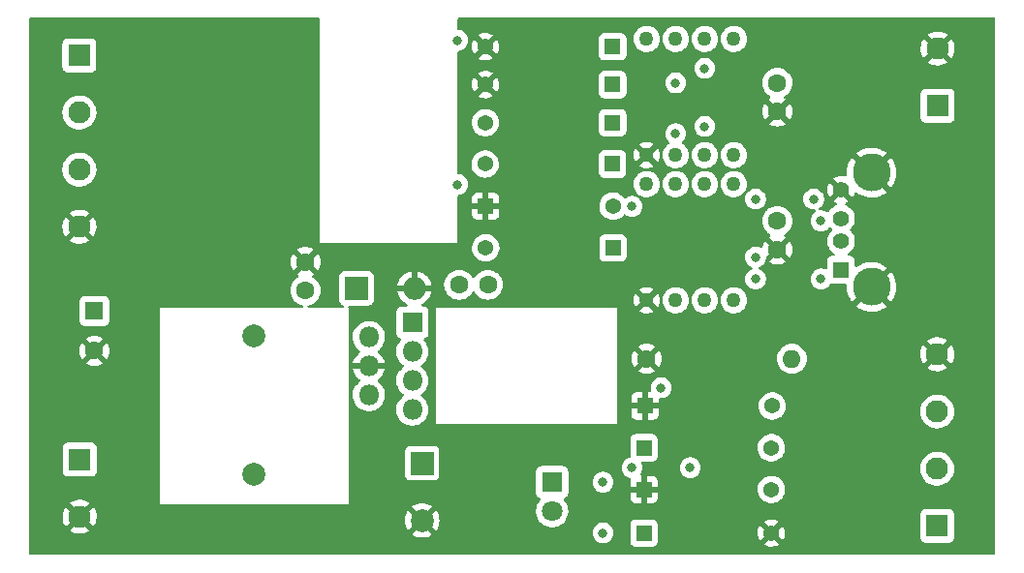
<source format=gbr>
%TF.GenerationSoftware,KiCad,Pcbnew,(6.0.9)*%
%TF.CreationDate,2022-12-19T09:49:19-08:00*%
%TF.ProjectId,TinyG-SuperPid-Integrator,54696e79-472d-4537-9570-65725069642d,rev?*%
%TF.SameCoordinates,Original*%
%TF.FileFunction,Copper,L3,Inr*%
%TF.FilePolarity,Positive*%
%FSLAX46Y46*%
G04 Gerber Fmt 4.6, Leading zero omitted, Abs format (unit mm)*
G04 Created by KiCad (PCBNEW (6.0.9)) date 2022-12-19 09:49:19*
%MOMM*%
%LPD*%
G01*
G04 APERTURE LIST*
%TA.AperFunction,ComponentPad*%
%ADD10C,1.270000*%
%TD*%
%TA.AperFunction,ComponentPad*%
%ADD11R,1.950000X1.950000*%
%TD*%
%TA.AperFunction,ComponentPad*%
%ADD12C,1.950000*%
%TD*%
%TA.AperFunction,ComponentPad*%
%ADD13C,2.000000*%
%TD*%
%TA.AperFunction,ComponentPad*%
%ADD14C,1.600000*%
%TD*%
%TA.AperFunction,ComponentPad*%
%ADD15O,1.600000X1.600000*%
%TD*%
%TA.AperFunction,ComponentPad*%
%ADD16R,1.371600X1.371600*%
%TD*%
%TA.AperFunction,ComponentPad*%
%ADD17C,1.371600*%
%TD*%
%TA.AperFunction,ComponentPad*%
%ADD18R,2.000000X2.000000*%
%TD*%
%TA.AperFunction,ComponentPad*%
%ADD19O,2.000000X2.000000*%
%TD*%
%TA.AperFunction,ComponentPad*%
%ADD20R,1.800000X1.800000*%
%TD*%
%TA.AperFunction,ComponentPad*%
%ADD21O,1.800000X1.800000*%
%TD*%
%TA.AperFunction,ComponentPad*%
%ADD22R,1.408000X1.408000*%
%TD*%
%TA.AperFunction,ComponentPad*%
%ADD23C,1.408000*%
%TD*%
%TA.AperFunction,ComponentPad*%
%ADD24C,3.316000*%
%TD*%
%TA.AperFunction,ComponentPad*%
%ADD25R,1.600000X1.600000*%
%TD*%
%TA.AperFunction,ComponentPad*%
%ADD26C,1.800000*%
%TD*%
%TA.AperFunction,ViaPad*%
%ADD27C,0.800000*%
%TD*%
G04 APERTURE END LIST*
D10*
%TO.N,Net-(J1-Pad1)*%
%TO.C,U2*%
X86995000Y-47585000D03*
%TO.N,Net-(R1-Pad1)*%
X84455000Y-47585000D03*
%TO.N,Net-(R2-Pad1)*%
X81915000Y-47585000D03*
%TO.N,Net-(J1-Pad2)*%
X79375000Y-47585000D03*
%TO.N,GND*%
X79375000Y-57745000D03*
%TO.N,Net-(J2-Pad3)*%
X81915000Y-57745000D03*
%TO.N,Net-(J2-Pad2)*%
X84455000Y-57745000D03*
%TO.N,+5V*%
X86995000Y-57745000D03*
%TD*%
D11*
%TO.N,+5V*%
%TO.C,J2*%
X104775000Y-90170000D03*
D12*
%TO.N,Net-(J2-Pad2)*%
X104775000Y-85170000D03*
%TO.N,Net-(J2-Pad3)*%
X104775000Y-80170000D03*
%TO.N,GND*%
X104775000Y-75170000D03*
%TD*%
D13*
%TO.N,Net-(Cb1-Pad1)*%
%TO.C,L1*%
X45085000Y-73570000D03*
%TO.N,+5V*%
X45085000Y-85640000D03*
%TD*%
D14*
%TO.N,GND*%
%TO.C,RL1*%
X79375000Y-75565000D03*
D15*
%TO.N,+5V*%
X92075000Y-75565000D03*
%TD*%
D16*
%TO.N,Net-(R1-Pad1)*%
%TO.C,R1*%
X76415700Y-48260000D03*
D17*
%TO.N,GND*%
X65290500Y-48260000D03*
%TD*%
D18*
%TO.N,Net-(Cb1-Pad1)*%
%TO.C,D1*%
X54013318Y-69387801D03*
D19*
%TO.N,GND*%
X59093318Y-69387801D03*
%TD*%
D16*
%TO.N,GND*%
%TO.C,R9*%
X79159300Y-86995000D03*
D17*
%TO.N,Net-(R9-Pad2)*%
X90284500Y-86995000D03*
%TD*%
D11*
%TO.N,Net-(J1-Pad1)*%
%TO.C,J1*%
X29807500Y-49015000D03*
D12*
%TO.N,Net-(J1-Pad2)*%
X29807500Y-54015000D03*
%TO.N,Net-(J1-Pad3)*%
X29807500Y-59015000D03*
%TO.N,GND*%
X29807500Y-64015000D03*
%TD*%
D20*
%TO.N,Net-(Cb1-Pad1)*%
%TO.C,U1*%
X58905000Y-72390000D03*
D21*
%TO.N,Net-(Cin1-Pad1)*%
X55105000Y-73660000D03*
%TO.N,Net-(Cb1-Pad2)*%
X58905000Y-74930000D03*
%TO.N,GND*%
X55105000Y-76200000D03*
%TO.N,unconnected-(U1-Pad5)*%
X58905000Y-77470000D03*
%TO.N,+5V*%
X55105000Y-78740000D03*
%TO.N,unconnected-(U1-Pad7)*%
X58905000Y-80010000D03*
%TD*%
D11*
%TO.N,Net-(J5-Pad1)*%
%TO.C,J5*%
X104812500Y-53420000D03*
D12*
%TO.N,GND*%
X104812500Y-48420000D03*
%TD*%
D14*
%TO.N,+5V*%
%TO.C,C2*%
X90805000Y-63520000D03*
%TO.N,GND*%
X90805000Y-66020000D03*
%TD*%
D22*
%TO.N,+5V*%
%TO.C,J4*%
X96365000Y-67782500D03*
D23*
%TO.N,Net-(J4-Pad2)*%
X96365000Y-65282500D03*
%TO.N,Net-(J4-Pad3)*%
X96365000Y-63282500D03*
%TO.N,GND*%
X96365000Y-60782500D03*
D24*
X99035000Y-69282500D03*
X99035000Y-59282500D03*
%TD*%
D16*
%TO.N,Net-(J4-Pad3)*%
%TO.C,R8*%
X79159300Y-83345678D03*
D17*
%TO.N,+5V*%
X90284500Y-83345678D03*
%TD*%
D25*
%TO.N,Net-(Cin1-Pad1)*%
%TO.C,Cin1*%
X31115000Y-71372349D03*
D14*
%TO.N,GND*%
X31115000Y-74872349D03*
%TD*%
D16*
%TO.N,Net-(D2-Pad1)*%
%TO.C,R10*%
X79159300Y-90805000D03*
D17*
%TO.N,GND*%
X90284500Y-90805000D03*
%TD*%
D10*
%TO.N,unconnected-(U3-Pad1)*%
%TO.C,U3*%
X86995000Y-60285000D03*
%TO.N,unconnected-(U3-Pad2)*%
X84455000Y-60285000D03*
%TO.N,Net-(R9-Pad2)*%
X81915000Y-60285000D03*
%TO.N,Net-(J1-Pad3)*%
X79375000Y-60285000D03*
%TO.N,GND*%
X79375000Y-70445000D03*
%TO.N,Net-(J5-Pad1)*%
X81915000Y-70445000D03*
%TO.N,unconnected-(U3-Pad7)*%
X84455000Y-70445000D03*
%TO.N,+5V*%
X86995000Y-70445000D03*
%TD*%
D14*
%TO.N,Net-(Cb1-Pad1)*%
%TO.C,Cb1*%
X63000203Y-69084865D03*
%TO.N,Net-(Cb1-Pad2)*%
X65500203Y-69084865D03*
%TD*%
%TO.N,Net-(Cin1-Pad1)*%
%TO.C,Cinx1*%
X49562685Y-69592058D03*
%TO.N,GND*%
X49562685Y-67092058D03*
%TD*%
%TO.N,+5V*%
%TO.C,C1*%
X90805000Y-51435000D03*
%TO.N,GND*%
X90805000Y-53935000D03*
%TD*%
D18*
%TO.N,+5V*%
%TO.C,Cout1*%
X59752077Y-84696742D03*
D13*
%TO.N,GND*%
X59752077Y-89696742D03*
%TD*%
D11*
%TO.N,Net-(Cin1-Pad1)*%
%TO.C,J3*%
X29828410Y-84380787D03*
D12*
%TO.N,GND*%
X29828410Y-89380787D03*
%TD*%
D16*
%TO.N,GND*%
%TO.C,R7*%
X79227567Y-79696356D03*
D17*
%TO.N,Net-(J4-Pad3)*%
X90352767Y-79696356D03*
%TD*%
D16*
%TO.N,Net-(R2-Pad1)*%
%TO.C,R2*%
X76415700Y-51585365D03*
D17*
%TO.N,GND*%
X65290500Y-51585365D03*
%TD*%
D20*
%TO.N,Net-(D2-Pad1)*%
%TO.C,D2*%
X71120000Y-86355000D03*
D26*
%TO.N,+5V*%
X71120000Y-88895000D03*
%TD*%
D16*
%TO.N,GND*%
%TO.C,R5*%
X65312152Y-62214758D03*
D17*
%TO.N,Net-(J4-Pad2)*%
X76437352Y-62214758D03*
%TD*%
D16*
%TO.N,Net-(J2-Pad2)*%
%TO.C,R3*%
X76415700Y-54910730D03*
D17*
%TO.N,+5V*%
X65290500Y-54910730D03*
%TD*%
D16*
%TO.N,Net-(J2-Pad3)*%
%TO.C,R4*%
X76390749Y-58532218D03*
D17*
%TO.N,+5V*%
X65265549Y-58532218D03*
%TD*%
D16*
%TO.N,Net-(J4-Pad2)*%
%TO.C,R6*%
X76446305Y-65864080D03*
D17*
%TO.N,+5V*%
X65321105Y-65864080D03*
%TD*%
D27*
%TO.N,Net-(J1-Pad3)*%
X62865000Y-47714500D03*
X62865000Y-60325000D03*
%TO.N,Net-(J2-Pad2)*%
X83185000Y-85090000D03*
X84455000Y-55245000D03*
%TO.N,Net-(J2-Pad3)*%
X80645000Y-78105000D03*
X81915000Y-55880000D03*
%TO.N,Net-(J4-Pad3)*%
X94615000Y-63500000D03*
X94615000Y-68580000D03*
X88900000Y-68580000D03*
%TO.N,Net-(R1-Pad1)*%
X84455000Y-50165000D03*
%TO.N,Net-(R2-Pad1)*%
X81915000Y-51435000D03*
%TO.N,Net-(R9-Pad2)*%
X78105000Y-85090000D03*
X78105000Y-62230000D03*
%TO.N,Net-(J5-Pad1)*%
X88900000Y-66675000D03*
X93980000Y-61595000D03*
X88900000Y-61595000D03*
%TO.N,Net-(D2-Pad1)*%
X75565000Y-86360000D03*
X75565000Y-90805000D03*
%TD*%
%TA.AperFunction,Conductor*%
%TO.N,GND*%
G36*
X50742121Y-45740002D02*
G01*
X50788614Y-45793658D01*
X50800000Y-45846000D01*
X50800000Y-65405000D01*
X62865000Y-65405000D01*
X62865000Y-63520000D01*
X89491502Y-63520000D01*
X89511457Y-63748087D01*
X89512881Y-63753400D01*
X89512881Y-63753402D01*
X89544541Y-63871556D01*
X89570716Y-63969243D01*
X89573039Y-63974224D01*
X89573039Y-63974225D01*
X89665151Y-64171762D01*
X89665154Y-64171767D01*
X89667477Y-64176749D01*
X89679140Y-64193405D01*
X89760279Y-64309283D01*
X89798802Y-64364300D01*
X89960700Y-64526198D01*
X89965208Y-64529355D01*
X89965211Y-64529357D01*
X90005902Y-64557849D01*
X90148251Y-64657523D01*
X90153235Y-64659847D01*
X90155528Y-64661171D01*
X90204521Y-64712553D01*
X90217957Y-64782267D01*
X90191571Y-64848178D01*
X90155528Y-64879409D01*
X90143998Y-64886066D01*
X90091952Y-64922509D01*
X90083576Y-64932988D01*
X90090644Y-64946434D01*
X90792188Y-65647978D01*
X90806132Y-65655592D01*
X90807965Y-65655461D01*
X90814580Y-65651210D01*
X91520077Y-64945713D01*
X91526507Y-64933938D01*
X91517211Y-64921923D01*
X91466002Y-64886066D01*
X91454472Y-64879409D01*
X91405479Y-64828027D01*
X91392042Y-64758313D01*
X91418429Y-64692402D01*
X91454472Y-64661171D01*
X91456765Y-64659847D01*
X91461749Y-64657523D01*
X91604098Y-64557849D01*
X91644789Y-64529357D01*
X91644792Y-64529355D01*
X91649300Y-64526198D01*
X91811198Y-64364300D01*
X91849722Y-64309283D01*
X91930860Y-64193405D01*
X91942523Y-64176749D01*
X91944846Y-64171767D01*
X91944849Y-64171762D01*
X92036961Y-63974225D01*
X92036961Y-63974224D01*
X92039284Y-63969243D01*
X92065460Y-63871556D01*
X92097119Y-63753402D01*
X92097119Y-63753400D01*
X92098543Y-63748087D01*
X92118498Y-63520000D01*
X92098543Y-63291913D01*
X92094198Y-63275698D01*
X92040707Y-63076067D01*
X92040706Y-63076065D01*
X92039284Y-63070757D01*
X92014329Y-63017240D01*
X91944849Y-62868238D01*
X91944846Y-62868233D01*
X91942523Y-62863251D01*
X91836624Y-62712012D01*
X91814357Y-62680211D01*
X91814355Y-62680208D01*
X91811198Y-62675700D01*
X91649300Y-62513802D01*
X91644792Y-62510645D01*
X91644789Y-62510643D01*
X91515234Y-62419928D01*
X91461749Y-62382477D01*
X91456767Y-62380154D01*
X91456762Y-62380151D01*
X91259225Y-62288039D01*
X91259224Y-62288039D01*
X91254243Y-62285716D01*
X91248935Y-62284294D01*
X91248933Y-62284293D01*
X91038402Y-62227881D01*
X91038400Y-62227881D01*
X91033087Y-62226457D01*
X90805000Y-62206502D01*
X90576913Y-62226457D01*
X90571600Y-62227881D01*
X90571598Y-62227881D01*
X90361067Y-62284293D01*
X90361065Y-62284294D01*
X90355757Y-62285716D01*
X90350776Y-62288039D01*
X90350775Y-62288039D01*
X90153238Y-62380151D01*
X90153233Y-62380154D01*
X90148251Y-62382477D01*
X90094766Y-62419928D01*
X89965211Y-62510643D01*
X89965208Y-62510645D01*
X89960700Y-62513802D01*
X89798802Y-62675700D01*
X89795645Y-62680208D01*
X89795643Y-62680211D01*
X89773376Y-62712012D01*
X89667477Y-62863251D01*
X89665154Y-62868233D01*
X89665151Y-62868238D01*
X89595671Y-63017240D01*
X89570716Y-63070757D01*
X89569294Y-63076065D01*
X89569293Y-63076067D01*
X89515802Y-63275698D01*
X89511457Y-63291913D01*
X89491502Y-63520000D01*
X62865000Y-63520000D01*
X62865000Y-62945227D01*
X64118353Y-62945227D01*
X64118723Y-62952048D01*
X64124247Y-63002910D01*
X64127873Y-63018162D01*
X64173028Y-63138612D01*
X64181566Y-63154207D01*
X64258067Y-63256282D01*
X64270628Y-63268843D01*
X64372703Y-63345344D01*
X64388298Y-63353882D01*
X64508746Y-63399036D01*
X64524001Y-63402663D01*
X64574866Y-63408189D01*
X64581680Y-63408558D01*
X65040037Y-63408558D01*
X65055276Y-63404083D01*
X65056481Y-63402693D01*
X65058152Y-63395010D01*
X65058152Y-63390442D01*
X65566152Y-63390442D01*
X65570627Y-63405681D01*
X65572017Y-63406886D01*
X65579700Y-63408557D01*
X66042621Y-63408557D01*
X66049442Y-63408187D01*
X66100304Y-63402663D01*
X66115556Y-63399037D01*
X66236006Y-63353882D01*
X66251601Y-63345344D01*
X66353676Y-63268843D01*
X66366237Y-63256282D01*
X66442738Y-63154207D01*
X66451276Y-63138612D01*
X66496430Y-63018164D01*
X66500057Y-63002909D01*
X66505583Y-62952044D01*
X66505952Y-62945230D01*
X66505952Y-62486873D01*
X66501477Y-62471634D01*
X66500087Y-62470429D01*
X66492404Y-62468758D01*
X65584267Y-62468758D01*
X65569028Y-62473233D01*
X65567823Y-62474623D01*
X65566152Y-62482306D01*
X65566152Y-63390442D01*
X65058152Y-63390442D01*
X65058152Y-62486873D01*
X65053677Y-62471634D01*
X65052287Y-62470429D01*
X65044604Y-62468758D01*
X64136468Y-62468758D01*
X64121229Y-62473233D01*
X64120024Y-62474623D01*
X64118353Y-62482306D01*
X64118353Y-62945227D01*
X62865000Y-62945227D01*
X62865000Y-62183361D01*
X75238347Y-62183361D01*
X75252703Y-62402388D01*
X75306733Y-62615131D01*
X75398627Y-62814466D01*
X75401958Y-62819179D01*
X75401959Y-62819181D01*
X75507682Y-62968774D01*
X75525309Y-62993716D01*
X75682535Y-63146879D01*
X75687331Y-63150084D01*
X75687334Y-63150086D01*
X75761343Y-63199537D01*
X75865040Y-63268825D01*
X75870343Y-63271103D01*
X75870346Y-63271105D01*
X76043143Y-63345344D01*
X76066712Y-63355470D01*
X76280797Y-63403913D01*
X76286568Y-63404140D01*
X76286570Y-63404140D01*
X76359986Y-63407024D01*
X76500125Y-63412530D01*
X76593192Y-63399036D01*
X76711636Y-63381863D01*
X76711641Y-63381862D01*
X76717350Y-63381034D01*
X76722814Y-63379179D01*
X76722819Y-63379178D01*
X76919730Y-63312335D01*
X76925198Y-63310479D01*
X77116709Y-63203228D01*
X77285467Y-63062873D01*
X77368300Y-62963278D01*
X77427236Y-62923696D01*
X77498218Y-62922260D01*
X77539228Y-62941910D01*
X77648248Y-63021118D01*
X77654276Y-63023802D01*
X77654278Y-63023803D01*
X77816681Y-63096109D01*
X77822712Y-63098794D01*
X77916113Y-63118647D01*
X78003056Y-63137128D01*
X78003061Y-63137128D01*
X78009513Y-63138500D01*
X78200487Y-63138500D01*
X78206939Y-63137128D01*
X78206944Y-63137128D01*
X78293887Y-63118647D01*
X78387288Y-63098794D01*
X78393319Y-63096109D01*
X78555722Y-63023803D01*
X78555724Y-63023802D01*
X78561752Y-63021118D01*
X78586815Y-63002909D01*
X78666202Y-62945230D01*
X78716253Y-62908866D01*
X78797006Y-62819181D01*
X78839621Y-62771852D01*
X78839622Y-62771851D01*
X78844040Y-62766944D01*
X78928660Y-62620378D01*
X78936223Y-62607279D01*
X78936224Y-62607278D01*
X78939527Y-62601556D01*
X78998542Y-62419928D01*
X79001814Y-62388803D01*
X79017814Y-62236565D01*
X79018504Y-62230000D01*
X79009719Y-62146419D01*
X78999232Y-62046635D01*
X78999232Y-62046633D01*
X78998542Y-62040072D01*
X78939527Y-61858444D01*
X78924823Y-61832975D01*
X78880243Y-61755761D01*
X78844040Y-61693056D01*
X78755750Y-61595000D01*
X87986496Y-61595000D01*
X87987186Y-61601565D01*
X88002855Y-61750644D01*
X88006458Y-61784928D01*
X88065473Y-61966556D01*
X88160960Y-62131944D01*
X88165378Y-62136851D01*
X88165379Y-62136852D01*
X88255161Y-62236565D01*
X88288747Y-62273866D01*
X88443248Y-62386118D01*
X88449276Y-62388802D01*
X88449278Y-62388803D01*
X88611681Y-62461109D01*
X88617712Y-62463794D01*
X88704804Y-62482306D01*
X88798056Y-62502128D01*
X88798061Y-62502128D01*
X88804513Y-62503500D01*
X88995487Y-62503500D01*
X89001939Y-62502128D01*
X89001944Y-62502128D01*
X89095196Y-62482306D01*
X89182288Y-62463794D01*
X89188319Y-62461109D01*
X89350722Y-62388803D01*
X89350724Y-62388802D01*
X89356752Y-62386118D01*
X89511253Y-62273866D01*
X89544839Y-62236565D01*
X89634621Y-62136852D01*
X89634622Y-62136851D01*
X89639040Y-62131944D01*
X89734527Y-61966556D01*
X89793542Y-61784928D01*
X89797146Y-61750644D01*
X89812814Y-61601565D01*
X89813504Y-61595000D01*
X93066496Y-61595000D01*
X93067186Y-61601565D01*
X93082855Y-61750644D01*
X93086458Y-61784928D01*
X93145473Y-61966556D01*
X93240960Y-62131944D01*
X93245378Y-62136851D01*
X93245379Y-62136852D01*
X93335161Y-62236565D01*
X93368747Y-62273866D01*
X93523248Y-62386118D01*
X93529276Y-62388802D01*
X93529278Y-62388803D01*
X93691681Y-62461109D01*
X93697712Y-62463794D01*
X93784804Y-62482306D01*
X93878056Y-62502128D01*
X93878061Y-62502128D01*
X93884513Y-62503500D01*
X94053144Y-62503500D01*
X94121265Y-62523502D01*
X94167758Y-62577158D01*
X94177862Y-62647432D01*
X94148368Y-62712012D01*
X94127205Y-62731436D01*
X94003747Y-62821134D01*
X93999326Y-62826044D01*
X93999325Y-62826045D01*
X93885872Y-62952048D01*
X93875960Y-62963056D01*
X93844143Y-63018164D01*
X93813554Y-63071147D01*
X93780473Y-63128444D01*
X93721458Y-63310072D01*
X93720768Y-63316633D01*
X93720768Y-63316635D01*
X93711146Y-63408187D01*
X93701496Y-63500000D01*
X93702186Y-63506565D01*
X93717324Y-63650592D01*
X93721458Y-63689928D01*
X93780473Y-63871556D01*
X93875960Y-64036944D01*
X93880378Y-64041851D01*
X93880379Y-64041852D01*
X93999325Y-64173955D01*
X94003747Y-64178866D01*
X94158248Y-64291118D01*
X94164276Y-64293802D01*
X94164278Y-64293803D01*
X94290776Y-64350123D01*
X94332712Y-64368794D01*
X94418468Y-64387022D01*
X94513056Y-64407128D01*
X94513061Y-64407128D01*
X94519513Y-64408500D01*
X94710487Y-64408500D01*
X94716939Y-64407128D01*
X94716944Y-64407128D01*
X94811532Y-64387022D01*
X94897288Y-64368794D01*
X94939224Y-64350123D01*
X95065722Y-64293803D01*
X95065724Y-64293802D01*
X95071752Y-64291118D01*
X95226253Y-64178866D01*
X95230675Y-64173955D01*
X95289203Y-64108953D01*
X95349649Y-64071713D01*
X95420633Y-64073065D01*
X95471934Y-64104168D01*
X95561171Y-64193405D01*
X95595197Y-64255717D01*
X95590132Y-64326532D01*
X95561171Y-64371595D01*
X95432623Y-64500143D01*
X95310933Y-64673934D01*
X95308610Y-64678916D01*
X95308607Y-64678921D01*
X95226111Y-64855835D01*
X95221270Y-64866216D01*
X95219848Y-64871524D01*
X95219847Y-64871526D01*
X95203124Y-64933938D01*
X95166359Y-65071147D01*
X95147868Y-65282500D01*
X95166359Y-65493853D01*
X95167783Y-65499166D01*
X95167783Y-65499168D01*
X95209662Y-65655461D01*
X95221270Y-65698784D01*
X95223592Y-65703764D01*
X95223593Y-65703766D01*
X95308607Y-65886079D01*
X95308610Y-65886084D01*
X95310933Y-65891066D01*
X95357890Y-65958127D01*
X95419379Y-66045942D01*
X95432623Y-66064857D01*
X95582643Y-66214877D01*
X95587151Y-66218034D01*
X95587154Y-66218036D01*
X95751929Y-66333413D01*
X95751933Y-66333415D01*
X95756434Y-66336567D01*
X95756284Y-66336781D01*
X95803466Y-66386265D01*
X95816901Y-66455979D01*
X95790514Y-66521890D01*
X95732681Y-66563071D01*
X95691472Y-66570000D01*
X95612866Y-66570000D01*
X95550684Y-66576755D01*
X95414295Y-66627885D01*
X95297739Y-66715239D01*
X95210385Y-66831795D01*
X95159255Y-66968184D01*
X95152500Y-67030366D01*
X95152500Y-67630810D01*
X95132498Y-67698931D01*
X95078842Y-67745424D01*
X95008568Y-67755528D01*
X94975252Y-67745917D01*
X94903323Y-67713892D01*
X94903315Y-67713889D01*
X94897288Y-67711206D01*
X94803888Y-67691353D01*
X94716944Y-67672872D01*
X94716939Y-67672872D01*
X94710487Y-67671500D01*
X94519513Y-67671500D01*
X94513061Y-67672872D01*
X94513056Y-67672872D01*
X94426112Y-67691353D01*
X94332712Y-67711206D01*
X94326682Y-67713891D01*
X94326681Y-67713891D01*
X94164278Y-67786197D01*
X94164276Y-67786198D01*
X94158248Y-67788882D01*
X94152907Y-67792762D01*
X94152906Y-67792763D01*
X94134117Y-67806414D01*
X94003747Y-67901134D01*
X93999326Y-67906044D01*
X93999325Y-67906045D01*
X93957789Y-67952176D01*
X93875960Y-68043056D01*
X93872659Y-68048774D01*
X93797981Y-68178120D01*
X93780473Y-68208444D01*
X93721458Y-68390072D01*
X93720768Y-68396633D01*
X93720768Y-68396635D01*
X93717459Y-68428116D01*
X93701496Y-68580000D01*
X93702186Y-68586565D01*
X93714409Y-68702856D01*
X93721458Y-68769928D01*
X93780473Y-68951556D01*
X93875960Y-69116944D01*
X93880378Y-69121851D01*
X93880379Y-69121852D01*
X93899254Y-69142815D01*
X94003747Y-69258866D01*
X94070647Y-69307472D01*
X94141096Y-69358656D01*
X94158248Y-69371118D01*
X94164276Y-69373802D01*
X94164278Y-69373803D01*
X94279941Y-69425299D01*
X94332712Y-69448794D01*
X94422156Y-69467806D01*
X94513056Y-69487128D01*
X94513061Y-69487128D01*
X94519513Y-69488500D01*
X94710487Y-69488500D01*
X94716939Y-69487128D01*
X94716944Y-69487128D01*
X94807844Y-69467806D01*
X94897288Y-69448794D01*
X94950059Y-69425299D01*
X95065722Y-69373803D01*
X95065724Y-69373802D01*
X95071752Y-69371118D01*
X95088905Y-69358656D01*
X95159353Y-69307472D01*
X95226253Y-69258866D01*
X95330746Y-69142815D01*
X95349621Y-69121852D01*
X95349622Y-69121851D01*
X95354040Y-69116944D01*
X95396732Y-69042999D01*
X95448113Y-68994007D01*
X95517826Y-68980570D01*
X95535369Y-68984624D01*
X95535602Y-68983645D01*
X95543290Y-68985473D01*
X95550684Y-68988245D01*
X95558532Y-68989098D01*
X95558534Y-68989098D01*
X95603725Y-68994007D01*
X95612866Y-68995000D01*
X96748589Y-68995000D01*
X96816710Y-69015002D01*
X96863203Y-69068658D01*
X96874201Y-69130886D01*
X96864394Y-69255494D01*
X96864305Y-69264045D01*
X96880811Y-69550319D01*
X96881884Y-69558818D01*
X96937091Y-69840205D01*
X96939304Y-69848467D01*
X97032190Y-70119764D01*
X97035506Y-70127651D01*
X97164350Y-70383829D01*
X97168706Y-70391195D01*
X97320721Y-70612376D01*
X97330974Y-70620720D01*
X97344715Y-70613574D01*
X98674659Y-69283631D01*
X99399408Y-69283631D01*
X99399539Y-69285466D01*
X99403790Y-69292080D01*
X100723755Y-70612044D01*
X100735965Y-70618712D01*
X100747463Y-70610023D01*
X100865549Y-70449268D01*
X100870133Y-70442045D01*
X101006957Y-70190047D01*
X101010525Y-70182253D01*
X101111883Y-69914018D01*
X101114356Y-69905826D01*
X101178375Y-69626309D01*
X101179713Y-69617855D01*
X101205365Y-69330432D01*
X101205611Y-69325494D01*
X101206035Y-69284985D01*
X101205892Y-69280019D01*
X101186266Y-68992130D01*
X101185103Y-68983645D01*
X101126954Y-68702856D01*
X101124655Y-68694621D01*
X101028932Y-68424309D01*
X101025535Y-68416459D01*
X100894013Y-68161639D01*
X100889585Y-68154327D01*
X100748444Y-67953503D01*
X100737923Y-67945124D01*
X100724535Y-67952176D01*
X99407020Y-69269690D01*
X99399408Y-69283631D01*
X98674659Y-69283631D01*
X99035000Y-68923290D01*
X100363885Y-67594404D01*
X100371075Y-67581237D01*
X100363752Y-67571000D01*
X100295973Y-67515524D01*
X100289001Y-67510569D01*
X100044506Y-67360742D01*
X100036908Y-67356770D01*
X99774349Y-67241514D01*
X99766295Y-67238615D01*
X99490519Y-67160059D01*
X99482141Y-67158277D01*
X99198256Y-67117874D01*
X99189709Y-67117247D01*
X98902965Y-67115745D01*
X98894430Y-67116282D01*
X98610130Y-67153711D01*
X98601732Y-67155404D01*
X98325155Y-67231067D01*
X98317060Y-67233886D01*
X98053301Y-67346388D01*
X98045679Y-67350273D01*
X97799628Y-67497531D01*
X97792598Y-67502417D01*
X97782282Y-67510682D01*
X97716612Y-67537665D01*
X97646780Y-67524861D01*
X97594956Y-67476335D01*
X97577500Y-67412349D01*
X97577500Y-67030366D01*
X97570745Y-66968184D01*
X97519615Y-66831795D01*
X97432261Y-66715239D01*
X97315705Y-66627885D01*
X97179316Y-66576755D01*
X97117134Y-66570000D01*
X97038528Y-66570000D01*
X96970407Y-66549998D01*
X96923914Y-66496342D01*
X96913810Y-66426068D01*
X96943304Y-66361488D01*
X96973381Y-66336653D01*
X96973566Y-66336567D01*
X96978067Y-66333415D01*
X96978071Y-66333413D01*
X97142846Y-66218036D01*
X97142849Y-66218034D01*
X97147357Y-66214877D01*
X97297377Y-66064857D01*
X97310622Y-66045942D01*
X97372110Y-65958127D01*
X97419067Y-65891066D01*
X97421390Y-65886084D01*
X97421393Y-65886079D01*
X97506407Y-65703766D01*
X97506408Y-65703764D01*
X97508730Y-65698784D01*
X97520339Y-65655461D01*
X97562217Y-65499168D01*
X97562217Y-65499166D01*
X97563641Y-65493853D01*
X97582132Y-65282500D01*
X97563641Y-65071147D01*
X97526876Y-64933938D01*
X97510153Y-64871526D01*
X97510152Y-64871524D01*
X97508730Y-64866216D01*
X97503889Y-64855835D01*
X97421393Y-64678921D01*
X97421390Y-64678916D01*
X97419067Y-64673934D01*
X97297377Y-64500143D01*
X97168829Y-64371595D01*
X97134803Y-64309283D01*
X97139868Y-64238468D01*
X97168829Y-64193405D01*
X97297377Y-64064857D01*
X97313486Y-64041852D01*
X97415910Y-63895574D01*
X97419067Y-63891066D01*
X97421390Y-63886084D01*
X97421393Y-63886079D01*
X97506407Y-63703766D01*
X97506408Y-63703764D01*
X97508730Y-63698784D01*
X97563641Y-63493853D01*
X97582132Y-63282500D01*
X97563641Y-63071147D01*
X97543973Y-62997745D01*
X97510153Y-62871526D01*
X97510152Y-62871524D01*
X97508730Y-62866216D01*
X97504292Y-62856699D01*
X97421393Y-62678921D01*
X97421390Y-62678916D01*
X97419067Y-62673934D01*
X97347340Y-62571498D01*
X97300536Y-62504654D01*
X97300534Y-62504651D01*
X97297377Y-62500143D01*
X97147357Y-62350123D01*
X97142849Y-62346966D01*
X97142846Y-62346964D01*
X97031437Y-62268955D01*
X96973566Y-62228433D01*
X96968584Y-62226110D01*
X96968579Y-62226107D01*
X96797687Y-62146419D01*
X96744402Y-62099502D01*
X96724941Y-62031224D01*
X96745483Y-61963264D01*
X96797687Y-61918029D01*
X96968328Y-61838458D01*
X96977824Y-61832975D01*
X97009120Y-61811061D01*
X97017495Y-61800584D01*
X97010426Y-61787136D01*
X96377812Y-61154522D01*
X96363868Y-61146908D01*
X96362035Y-61147039D01*
X96355420Y-61151290D01*
X95718852Y-61787858D01*
X95712422Y-61799633D01*
X95721718Y-61811648D01*
X95752176Y-61832975D01*
X95761672Y-61838458D01*
X95932313Y-61918029D01*
X95985598Y-61964946D01*
X96005059Y-62033224D01*
X95984517Y-62101184D01*
X95932313Y-62146419D01*
X95761421Y-62226107D01*
X95761416Y-62226110D01*
X95756434Y-62228433D01*
X95698563Y-62268955D01*
X95587154Y-62346964D01*
X95587151Y-62346966D01*
X95582643Y-62350123D01*
X95432623Y-62500143D01*
X95429466Y-62504651D01*
X95429464Y-62504654D01*
X95382660Y-62571498D01*
X95310933Y-62673934D01*
X95308608Y-62678919D01*
X95308605Y-62678925D01*
X95302831Y-62691308D01*
X95255914Y-62744594D01*
X95187637Y-62764055D01*
X95114575Y-62739995D01*
X95077094Y-62712763D01*
X95077093Y-62712762D01*
X95071752Y-62708882D01*
X95065724Y-62706198D01*
X95065722Y-62706197D01*
X94903319Y-62633891D01*
X94903318Y-62633891D01*
X94897288Y-62631206D01*
X94784721Y-62607279D01*
X94716944Y-62592872D01*
X94716939Y-62592872D01*
X94710487Y-62591500D01*
X94541856Y-62591500D01*
X94473735Y-62571498D01*
X94427242Y-62517842D01*
X94417138Y-62447568D01*
X94446632Y-62382988D01*
X94467795Y-62363564D01*
X94500991Y-62339446D01*
X94591253Y-62273866D01*
X94624839Y-62236565D01*
X94714621Y-62136852D01*
X94714622Y-62136851D01*
X94719040Y-62131944D01*
X94814527Y-61966556D01*
X94873542Y-61784928D01*
X94877146Y-61750644D01*
X94892814Y-61601565D01*
X94893504Y-61595000D01*
X94885063Y-61514688D01*
X94874232Y-61411635D01*
X94874232Y-61411633D01*
X94873542Y-61405072D01*
X94814527Y-61223444D01*
X94719040Y-61058056D01*
X94699337Y-61036173D01*
X94595675Y-60921045D01*
X94595674Y-60921044D01*
X94591253Y-60916134D01*
X94436752Y-60803882D01*
X94430724Y-60801198D01*
X94430722Y-60801197D01*
X94401025Y-60787975D01*
X95148849Y-60787975D01*
X95166374Y-60988289D01*
X95168276Y-60999076D01*
X95220319Y-61193301D01*
X95224067Y-61203597D01*
X95309042Y-61385828D01*
X95314525Y-61395324D01*
X95336439Y-61426620D01*
X95346916Y-61434995D01*
X95360364Y-61427926D01*
X95992978Y-60795312D01*
X96000592Y-60781368D01*
X96000461Y-60779535D01*
X95996210Y-60772920D01*
X95359642Y-60136352D01*
X95347867Y-60129922D01*
X95335852Y-60139218D01*
X95314525Y-60169676D01*
X95309042Y-60179172D01*
X95224067Y-60361403D01*
X95220319Y-60371699D01*
X95168276Y-60565924D01*
X95166374Y-60576711D01*
X95148849Y-60777025D01*
X95148849Y-60787975D01*
X94401025Y-60787975D01*
X94268319Y-60728891D01*
X94268318Y-60728891D01*
X94262288Y-60726206D01*
X94149721Y-60702279D01*
X94081944Y-60687872D01*
X94081939Y-60687872D01*
X94075487Y-60686500D01*
X93884513Y-60686500D01*
X93878061Y-60687872D01*
X93878056Y-60687872D01*
X93810279Y-60702279D01*
X93697712Y-60726206D01*
X93691682Y-60728891D01*
X93691681Y-60728891D01*
X93529278Y-60801197D01*
X93529276Y-60801198D01*
X93523248Y-60803882D01*
X93368747Y-60916134D01*
X93364326Y-60921044D01*
X93364325Y-60921045D01*
X93260664Y-61036173D01*
X93240960Y-61058056D01*
X93145473Y-61223444D01*
X93086458Y-61405072D01*
X93085768Y-61411633D01*
X93085768Y-61411635D01*
X93074937Y-61514688D01*
X93066496Y-61595000D01*
X89813504Y-61595000D01*
X89805063Y-61514688D01*
X89794232Y-61411635D01*
X89794232Y-61411633D01*
X89793542Y-61405072D01*
X89734527Y-61223444D01*
X89639040Y-61058056D01*
X89619337Y-61036173D01*
X89515675Y-60921045D01*
X89515674Y-60921044D01*
X89511253Y-60916134D01*
X89356752Y-60803882D01*
X89350724Y-60801198D01*
X89350722Y-60801197D01*
X89188319Y-60728891D01*
X89188318Y-60728891D01*
X89182288Y-60726206D01*
X89069721Y-60702279D01*
X89001944Y-60687872D01*
X89001939Y-60687872D01*
X88995487Y-60686500D01*
X88804513Y-60686500D01*
X88798061Y-60687872D01*
X88798056Y-60687872D01*
X88730279Y-60702279D01*
X88617712Y-60726206D01*
X88611682Y-60728891D01*
X88611681Y-60728891D01*
X88449278Y-60801197D01*
X88449276Y-60801198D01*
X88443248Y-60803882D01*
X88288747Y-60916134D01*
X88160960Y-61058056D01*
X88157659Y-61063774D01*
X88156904Y-61064813D01*
X88156376Y-61065996D01*
X88065473Y-61223444D01*
X88006458Y-61405072D01*
X88005768Y-61411633D01*
X88005768Y-61411635D01*
X87994937Y-61514688D01*
X87986496Y-61595000D01*
X78755750Y-61595000D01*
X78716253Y-61551134D01*
X78577151Y-61450070D01*
X78567094Y-61442763D01*
X78567093Y-61442762D01*
X78561752Y-61438882D01*
X78555724Y-61436198D01*
X78555722Y-61436197D01*
X78393319Y-61363891D01*
X78393318Y-61363891D01*
X78387288Y-61361206D01*
X78293403Y-61341250D01*
X78206944Y-61322872D01*
X78206939Y-61322872D01*
X78200487Y-61321500D01*
X78009513Y-61321500D01*
X78003061Y-61322872D01*
X78003056Y-61322872D01*
X77916597Y-61341250D01*
X77822712Y-61361206D01*
X77816682Y-61363891D01*
X77816681Y-61363891D01*
X77654278Y-61436197D01*
X77654276Y-61436198D01*
X77648248Y-61438882D01*
X77642907Y-61442762D01*
X77642906Y-61442763D01*
X77554616Y-61506910D01*
X77487749Y-61530768D01*
X77418597Y-61514688D01*
X77379597Y-61480362D01*
X77332149Y-61416820D01*
X77332142Y-61416813D01*
X77328692Y-61412192D01*
X77197612Y-61291023D01*
X77171750Y-61267116D01*
X77171747Y-61267114D01*
X77167510Y-61263197D01*
X76981875Y-61146071D01*
X76778005Y-61064734D01*
X76772337Y-61063607D01*
X76772335Y-61063606D01*
X76568393Y-61023040D01*
X76568389Y-61023040D01*
X76562725Y-61021913D01*
X76556950Y-61021837D01*
X76556946Y-61021837D01*
X76446315Y-61020389D01*
X76343247Y-61019039D01*
X76337550Y-61020018D01*
X76337549Y-61020018D01*
X76132617Y-61055232D01*
X76126920Y-61056211D01*
X75920990Y-61132183D01*
X75916029Y-61135135D01*
X75916028Y-61135135D01*
X75737321Y-61241454D01*
X75737318Y-61241456D01*
X75732353Y-61244410D01*
X75567326Y-61389135D01*
X75431437Y-61561509D01*
X75428746Y-61566625D01*
X75428744Y-61566627D01*
X75364809Y-61688148D01*
X75329236Y-61755761D01*
X75264146Y-61965385D01*
X75238347Y-62183361D01*
X62865000Y-62183361D01*
X62865000Y-61942643D01*
X64118352Y-61942643D01*
X64122827Y-61957882D01*
X64124217Y-61959087D01*
X64131900Y-61960758D01*
X65040037Y-61960758D01*
X65055276Y-61956283D01*
X65056481Y-61954893D01*
X65058152Y-61947210D01*
X65058152Y-61942643D01*
X65566152Y-61942643D01*
X65570627Y-61957882D01*
X65572017Y-61959087D01*
X65579700Y-61960758D01*
X66487836Y-61960758D01*
X66503075Y-61956283D01*
X66504280Y-61954893D01*
X66505951Y-61947210D01*
X66505951Y-61484289D01*
X66505581Y-61477468D01*
X66500057Y-61426606D01*
X66496431Y-61411354D01*
X66451276Y-61290904D01*
X66442738Y-61275309D01*
X66366237Y-61173234D01*
X66353676Y-61160673D01*
X66251601Y-61084172D01*
X66236006Y-61075634D01*
X66115558Y-61030480D01*
X66100303Y-61026853D01*
X66049438Y-61021327D01*
X66042624Y-61020958D01*
X65584267Y-61020958D01*
X65569028Y-61025433D01*
X65567823Y-61026823D01*
X65566152Y-61034506D01*
X65566152Y-61942643D01*
X65058152Y-61942643D01*
X65058152Y-61039074D01*
X65053677Y-61023835D01*
X65052287Y-61022630D01*
X65044604Y-61020959D01*
X64581683Y-61020959D01*
X64574862Y-61021329D01*
X64524000Y-61026853D01*
X64508748Y-61030479D01*
X64388298Y-61075634D01*
X64372703Y-61084172D01*
X64270628Y-61160673D01*
X64258067Y-61173234D01*
X64181566Y-61275309D01*
X64173028Y-61290904D01*
X64127874Y-61411352D01*
X64124247Y-61426607D01*
X64118721Y-61477472D01*
X64118352Y-61484286D01*
X64118352Y-61942643D01*
X62865000Y-61942643D01*
X62865000Y-61355830D01*
X62885002Y-61287709D01*
X62938658Y-61241216D01*
X62964803Y-61232583D01*
X63044247Y-61215696D01*
X63147288Y-61193794D01*
X63153319Y-61191109D01*
X63315722Y-61118803D01*
X63315724Y-61118802D01*
X63321752Y-61116118D01*
X63354118Y-61092603D01*
X63377667Y-61075493D01*
X63476253Y-61003866D01*
X63533843Y-60939906D01*
X63599621Y-60866852D01*
X63599622Y-60866851D01*
X63604040Y-60861944D01*
X63699527Y-60696556D01*
X63758542Y-60514928D01*
X63759896Y-60502052D01*
X63777814Y-60331565D01*
X63778504Y-60325000D01*
X63774689Y-60288704D01*
X63771140Y-60254938D01*
X78226995Y-60254938D01*
X78240740Y-60464649D01*
X78292471Y-60668343D01*
X78294890Y-60673590D01*
X78378038Y-60853953D01*
X78378041Y-60853958D01*
X78380457Y-60859199D01*
X78383788Y-60863912D01*
X78383789Y-60863914D01*
X78496811Y-61023835D01*
X78501751Y-61030825D01*
X78652289Y-61177474D01*
X78657085Y-61180679D01*
X78657088Y-61180681D01*
X78758168Y-61248220D01*
X78827031Y-61294233D01*
X78832339Y-61296514D01*
X78832340Y-61296514D01*
X79014822Y-61374914D01*
X79014825Y-61374915D01*
X79020125Y-61377192D01*
X79025754Y-61378466D01*
X79025755Y-61378466D01*
X79219467Y-61422299D01*
X79219473Y-61422300D01*
X79225104Y-61423574D01*
X79230875Y-61423801D01*
X79230877Y-61423801D01*
X79294433Y-61426298D01*
X79435103Y-61431825D01*
X79643088Y-61401669D01*
X79648552Y-61399814D01*
X79648557Y-61399813D01*
X79836624Y-61335973D01*
X79836629Y-61335971D01*
X79842096Y-61334115D01*
X79869772Y-61318616D01*
X79961731Y-61267116D01*
X80025460Y-61231426D01*
X80187041Y-61097041D01*
X80321426Y-60935460D01*
X80407722Y-60781368D01*
X80421291Y-60757139D01*
X80421292Y-60757137D01*
X80424115Y-60752096D01*
X80425971Y-60746629D01*
X80425973Y-60746624D01*
X80489813Y-60558557D01*
X80489814Y-60558552D01*
X80491669Y-60553088D01*
X80521825Y-60345103D01*
X80521868Y-60343466D01*
X80542816Y-60289564D01*
X80541184Y-60286214D01*
X80747868Y-60286214D01*
X80770730Y-60329477D01*
X80772985Y-60346334D01*
X80780740Y-60464649D01*
X80832471Y-60668343D01*
X80834890Y-60673590D01*
X80918038Y-60853953D01*
X80918041Y-60853958D01*
X80920457Y-60859199D01*
X80923788Y-60863912D01*
X80923789Y-60863914D01*
X81036811Y-61023835D01*
X81041751Y-61030825D01*
X81192289Y-61177474D01*
X81197085Y-61180679D01*
X81197088Y-61180681D01*
X81298168Y-61248220D01*
X81367031Y-61294233D01*
X81372339Y-61296514D01*
X81372340Y-61296514D01*
X81554822Y-61374914D01*
X81554825Y-61374915D01*
X81560125Y-61377192D01*
X81565754Y-61378466D01*
X81565755Y-61378466D01*
X81759467Y-61422299D01*
X81759473Y-61422300D01*
X81765104Y-61423574D01*
X81770875Y-61423801D01*
X81770877Y-61423801D01*
X81834433Y-61426298D01*
X81975103Y-61431825D01*
X82183088Y-61401669D01*
X82188552Y-61399814D01*
X82188557Y-61399813D01*
X82376624Y-61335973D01*
X82376629Y-61335971D01*
X82382096Y-61334115D01*
X82409772Y-61318616D01*
X82501731Y-61267116D01*
X82565460Y-61231426D01*
X82727041Y-61097041D01*
X82861426Y-60935460D01*
X82947722Y-60781368D01*
X82961291Y-60757139D01*
X82961292Y-60757137D01*
X82964115Y-60752096D01*
X82965971Y-60746629D01*
X82965973Y-60746624D01*
X83029813Y-60558557D01*
X83029814Y-60558552D01*
X83031669Y-60553088D01*
X83061825Y-60345103D01*
X83061868Y-60343466D01*
X83082816Y-60289564D01*
X83081184Y-60286214D01*
X83287868Y-60286214D01*
X83310730Y-60329477D01*
X83312985Y-60346334D01*
X83320740Y-60464649D01*
X83372471Y-60668343D01*
X83374890Y-60673590D01*
X83458038Y-60853953D01*
X83458041Y-60853958D01*
X83460457Y-60859199D01*
X83463788Y-60863912D01*
X83463789Y-60863914D01*
X83576811Y-61023835D01*
X83581751Y-61030825D01*
X83732289Y-61177474D01*
X83737085Y-61180679D01*
X83737088Y-61180681D01*
X83838168Y-61248220D01*
X83907031Y-61294233D01*
X83912339Y-61296514D01*
X83912340Y-61296514D01*
X84094822Y-61374914D01*
X84094825Y-61374915D01*
X84100125Y-61377192D01*
X84105754Y-61378466D01*
X84105755Y-61378466D01*
X84299467Y-61422299D01*
X84299473Y-61422300D01*
X84305104Y-61423574D01*
X84310875Y-61423801D01*
X84310877Y-61423801D01*
X84374433Y-61426298D01*
X84515103Y-61431825D01*
X84723088Y-61401669D01*
X84728552Y-61399814D01*
X84728557Y-61399813D01*
X84916624Y-61335973D01*
X84916629Y-61335971D01*
X84922096Y-61334115D01*
X84949772Y-61318616D01*
X85041731Y-61267116D01*
X85105460Y-61231426D01*
X85267041Y-61097041D01*
X85401426Y-60935460D01*
X85487722Y-60781368D01*
X85501291Y-60757139D01*
X85501292Y-60757137D01*
X85504115Y-60752096D01*
X85505971Y-60746629D01*
X85505973Y-60746624D01*
X85569813Y-60558557D01*
X85569814Y-60558552D01*
X85571669Y-60553088D01*
X85601825Y-60345103D01*
X85601868Y-60343466D01*
X85622816Y-60289564D01*
X85621184Y-60286214D01*
X85827868Y-60286214D01*
X85850730Y-60329477D01*
X85852985Y-60346334D01*
X85860740Y-60464649D01*
X85912471Y-60668343D01*
X85914890Y-60673590D01*
X85998038Y-60853953D01*
X85998041Y-60853958D01*
X86000457Y-60859199D01*
X86003788Y-60863912D01*
X86003789Y-60863914D01*
X86116811Y-61023835D01*
X86121751Y-61030825D01*
X86272289Y-61177474D01*
X86277085Y-61180679D01*
X86277088Y-61180681D01*
X86378168Y-61248220D01*
X86447031Y-61294233D01*
X86452339Y-61296514D01*
X86452340Y-61296514D01*
X86634822Y-61374914D01*
X86634825Y-61374915D01*
X86640125Y-61377192D01*
X86645754Y-61378466D01*
X86645755Y-61378466D01*
X86839467Y-61422299D01*
X86839473Y-61422300D01*
X86845104Y-61423574D01*
X86850875Y-61423801D01*
X86850877Y-61423801D01*
X86914433Y-61426298D01*
X87055103Y-61431825D01*
X87263088Y-61401669D01*
X87268552Y-61399814D01*
X87268557Y-61399813D01*
X87456624Y-61335973D01*
X87456629Y-61335971D01*
X87462096Y-61334115D01*
X87489772Y-61318616D01*
X87581731Y-61267116D01*
X87645460Y-61231426D01*
X87807041Y-61097041D01*
X87834709Y-61063774D01*
X87937731Y-60939903D01*
X87937732Y-60939902D01*
X87941426Y-60935460D01*
X87943700Y-60931400D01*
X87943975Y-60931176D01*
X87944622Y-60929753D01*
X88041291Y-60757139D01*
X88041292Y-60757137D01*
X88044115Y-60752096D01*
X88045971Y-60746629D01*
X88045973Y-60746624D01*
X88109813Y-60558557D01*
X88109814Y-60558552D01*
X88111669Y-60553088D01*
X88141825Y-60345103D01*
X88143399Y-60285000D01*
X88124169Y-60075721D01*
X88067123Y-59873451D01*
X88013353Y-59764416D01*
X95712505Y-59764416D01*
X95719574Y-59777864D01*
X97370358Y-61428648D01*
X97382133Y-61435078D01*
X97394148Y-61425782D01*
X97415475Y-61395324D01*
X97420958Y-61385828D01*
X97505933Y-61203597D01*
X97509682Y-61193298D01*
X97537996Y-61087629D01*
X97574948Y-61027006D01*
X97638808Y-60995985D01*
X97709303Y-61004413D01*
X97740526Y-61023577D01*
X97755590Y-61036173D01*
X97762522Y-61041208D01*
X98005418Y-61193577D01*
X98012984Y-61197634D01*
X98274316Y-61315629D01*
X98282346Y-61318616D01*
X98557285Y-61400057D01*
X98565637Y-61401924D01*
X98849089Y-61445298D01*
X98857622Y-61446014D01*
X99144334Y-61450519D01*
X99152885Y-61450070D01*
X99437558Y-61415621D01*
X99445958Y-61414019D01*
X99723337Y-61341250D01*
X99731439Y-61338523D01*
X99996365Y-61228787D01*
X100004033Y-61224981D01*
X100251614Y-61080306D01*
X100258695Y-61075493D01*
X100362194Y-60994340D01*
X100370665Y-60982480D01*
X100364149Y-60970859D01*
X98676921Y-59283631D01*
X99399408Y-59283631D01*
X99399539Y-59285466D01*
X99403790Y-59292080D01*
X100723755Y-60612044D01*
X100735965Y-60618712D01*
X100747463Y-60610023D01*
X100865549Y-60449268D01*
X100870133Y-60442045D01*
X101006957Y-60190047D01*
X101010525Y-60182253D01*
X101111883Y-59914018D01*
X101114356Y-59905826D01*
X101178375Y-59626309D01*
X101179713Y-59617855D01*
X101205365Y-59330432D01*
X101205611Y-59325494D01*
X101206035Y-59284985D01*
X101205892Y-59280019D01*
X101186266Y-58992130D01*
X101185105Y-58983656D01*
X101126954Y-58702856D01*
X101124655Y-58694621D01*
X101028932Y-58424309D01*
X101025535Y-58416459D01*
X100894013Y-58161639D01*
X100889585Y-58154327D01*
X100748444Y-57953503D01*
X100737923Y-57945124D01*
X100724535Y-57952176D01*
X99407020Y-59269690D01*
X99399408Y-59283631D01*
X98676921Y-59283631D01*
X98675790Y-59282500D01*
X97345601Y-57952312D01*
X97333591Y-57945753D01*
X97321851Y-57954721D01*
X97192339Y-58134957D01*
X97187817Y-58142251D01*
X97053648Y-58395653D01*
X97050162Y-58403481D01*
X96951619Y-58672762D01*
X96949230Y-58680986D01*
X96888142Y-58961159D01*
X96886893Y-58969615D01*
X96864394Y-59255494D01*
X96864305Y-59264045D01*
X96877545Y-59493677D01*
X96861497Y-59562836D01*
X96810607Y-59612341D01*
X96741031Y-59626473D01*
X96719142Y-59622637D01*
X96581576Y-59585776D01*
X96570789Y-59583874D01*
X96370475Y-59566349D01*
X96359525Y-59566349D01*
X96159211Y-59583874D01*
X96148424Y-59585776D01*
X95954199Y-59637819D01*
X95943903Y-59641567D01*
X95761672Y-59726542D01*
X95752176Y-59732025D01*
X95720880Y-59753939D01*
X95712505Y-59764416D01*
X88013353Y-59764416D01*
X87974171Y-59684963D01*
X87929484Y-59625119D01*
X87851880Y-59521195D01*
X87851879Y-59521194D01*
X87848427Y-59516571D01*
X87824544Y-59494494D01*
X87698341Y-59377833D01*
X87698338Y-59377831D01*
X87694101Y-59373914D01*
X87516362Y-59261769D01*
X87321163Y-59183892D01*
X87315506Y-59182767D01*
X87315500Y-59182765D01*
X87120707Y-59144019D01*
X87120705Y-59144019D01*
X87115040Y-59142892D01*
X87109265Y-59142816D01*
X87109261Y-59142816D01*
X87074466Y-59142361D01*
X87072720Y-59142338D01*
X87030049Y-59129200D01*
X87016146Y-59137382D01*
X86983775Y-59141174D01*
X86904898Y-59140141D01*
X86899201Y-59141120D01*
X86899200Y-59141120D01*
X86703469Y-59174753D01*
X86697772Y-59175732D01*
X86500601Y-59248472D01*
X86495640Y-59251424D01*
X86495639Y-59251424D01*
X86395206Y-59311176D01*
X86319988Y-59355926D01*
X86161981Y-59494494D01*
X86158410Y-59499024D01*
X86038567Y-59651045D01*
X86031872Y-59659537D01*
X86029181Y-59664653D01*
X86029179Y-59664655D01*
X85936710Y-59840410D01*
X85934018Y-59845527D01*
X85871696Y-60046234D01*
X85871017Y-60051969D01*
X85871017Y-60051970D01*
X85849212Y-60236206D01*
X85827868Y-60286214D01*
X85621184Y-60286214D01*
X85599855Y-60242440D01*
X85598614Y-60232926D01*
X85584698Y-60081478D01*
X85584169Y-60075721D01*
X85527123Y-59873451D01*
X85434171Y-59684963D01*
X85389484Y-59625119D01*
X85311880Y-59521195D01*
X85311879Y-59521194D01*
X85308427Y-59516571D01*
X85284544Y-59494494D01*
X85158341Y-59377833D01*
X85158338Y-59377831D01*
X85154101Y-59373914D01*
X84976362Y-59261769D01*
X84781163Y-59183892D01*
X84775506Y-59182767D01*
X84775500Y-59182765D01*
X84580707Y-59144019D01*
X84580705Y-59144019D01*
X84575040Y-59142892D01*
X84569265Y-59142816D01*
X84569261Y-59142816D01*
X84534466Y-59142361D01*
X84532720Y-59142338D01*
X84490049Y-59129200D01*
X84476146Y-59137382D01*
X84443775Y-59141174D01*
X84364898Y-59140141D01*
X84359201Y-59141120D01*
X84359200Y-59141120D01*
X84163469Y-59174753D01*
X84157772Y-59175732D01*
X83960601Y-59248472D01*
X83955640Y-59251424D01*
X83955639Y-59251424D01*
X83855206Y-59311176D01*
X83779988Y-59355926D01*
X83621981Y-59494494D01*
X83618410Y-59499024D01*
X83498567Y-59651045D01*
X83491872Y-59659537D01*
X83489181Y-59664653D01*
X83489179Y-59664655D01*
X83396710Y-59840410D01*
X83394018Y-59845527D01*
X83331696Y-60046234D01*
X83331017Y-60051969D01*
X83331017Y-60051970D01*
X83309212Y-60236206D01*
X83287868Y-60286214D01*
X83081184Y-60286214D01*
X83059855Y-60242440D01*
X83058614Y-60232926D01*
X83044698Y-60081478D01*
X83044169Y-60075721D01*
X82987123Y-59873451D01*
X82894171Y-59684963D01*
X82849484Y-59625119D01*
X82771880Y-59521195D01*
X82771879Y-59521194D01*
X82768427Y-59516571D01*
X82744544Y-59494494D01*
X82618341Y-59377833D01*
X82618338Y-59377831D01*
X82614101Y-59373914D01*
X82436362Y-59261769D01*
X82241163Y-59183892D01*
X82235506Y-59182767D01*
X82235500Y-59182765D01*
X82040707Y-59144019D01*
X82040705Y-59144019D01*
X82035040Y-59142892D01*
X82029265Y-59142816D01*
X82029261Y-59142816D01*
X81994466Y-59142361D01*
X81992720Y-59142338D01*
X81950049Y-59129200D01*
X81936146Y-59137382D01*
X81903775Y-59141174D01*
X81824898Y-59140141D01*
X81819201Y-59141120D01*
X81819200Y-59141120D01*
X81623469Y-59174753D01*
X81617772Y-59175732D01*
X81420601Y-59248472D01*
X81415640Y-59251424D01*
X81415639Y-59251424D01*
X81315206Y-59311176D01*
X81239988Y-59355926D01*
X81081981Y-59494494D01*
X81078410Y-59499024D01*
X80958567Y-59651045D01*
X80951872Y-59659537D01*
X80949181Y-59664653D01*
X80949179Y-59664655D01*
X80856710Y-59840410D01*
X80854018Y-59845527D01*
X80791696Y-60046234D01*
X80791017Y-60051969D01*
X80791017Y-60051970D01*
X80769212Y-60236206D01*
X80747868Y-60286214D01*
X80541184Y-60286214D01*
X80519855Y-60242440D01*
X80518614Y-60232926D01*
X80504698Y-60081478D01*
X80504169Y-60075721D01*
X80447123Y-59873451D01*
X80354171Y-59684963D01*
X80309484Y-59625119D01*
X80231880Y-59521195D01*
X80231879Y-59521194D01*
X80228427Y-59516571D01*
X80204544Y-59494494D01*
X80078341Y-59377833D01*
X80078338Y-59377831D01*
X80074101Y-59373914D01*
X79896362Y-59261769D01*
X79701163Y-59183892D01*
X79695506Y-59182767D01*
X79695500Y-59182765D01*
X79500707Y-59144019D01*
X79500705Y-59144019D01*
X79495040Y-59142892D01*
X79489266Y-59142816D01*
X79489262Y-59142816D01*
X79470597Y-59142572D01*
X79446726Y-59142260D01*
X79420881Y-59134302D01*
X79415226Y-59137630D01*
X79382852Y-59141423D01*
X79335080Y-59140798D01*
X79284898Y-59140141D01*
X79279201Y-59141120D01*
X79279200Y-59141120D01*
X79083469Y-59174753D01*
X79077772Y-59175732D01*
X78880601Y-59248472D01*
X78875640Y-59251424D01*
X78875639Y-59251424D01*
X78775206Y-59311176D01*
X78699988Y-59355926D01*
X78541981Y-59494494D01*
X78538410Y-59499024D01*
X78418567Y-59651045D01*
X78411872Y-59659537D01*
X78409181Y-59664653D01*
X78409179Y-59664655D01*
X78316710Y-59840410D01*
X78314018Y-59845527D01*
X78251696Y-60046234D01*
X78226995Y-60254938D01*
X63771140Y-60254938D01*
X63759232Y-60141635D01*
X63759232Y-60141633D01*
X63758542Y-60135072D01*
X63699527Y-59953444D01*
X63604040Y-59788056D01*
X63598297Y-59781677D01*
X63480675Y-59651045D01*
X63480674Y-59651044D01*
X63476253Y-59646134D01*
X63321752Y-59533882D01*
X63315724Y-59531198D01*
X63315722Y-59531197D01*
X63153319Y-59458891D01*
X63153318Y-59458891D01*
X63147288Y-59456206D01*
X63044247Y-59434304D01*
X62964803Y-59417417D01*
X62902329Y-59383688D01*
X62868008Y-59321539D01*
X62865000Y-59294170D01*
X62865000Y-58500821D01*
X64066544Y-58500821D01*
X64080900Y-58719848D01*
X64134930Y-58932591D01*
X64226824Y-59131926D01*
X64230155Y-59136639D01*
X64230156Y-59136641D01*
X64335336Y-59285466D01*
X64353506Y-59311176D01*
X64510732Y-59464339D01*
X64515528Y-59467544D01*
X64515531Y-59467546D01*
X64589540Y-59516997D01*
X64693237Y-59586285D01*
X64698540Y-59588563D01*
X64698543Y-59588565D01*
X64843970Y-59651045D01*
X64894909Y-59672930D01*
X65011548Y-59699323D01*
X65089620Y-59716989D01*
X65108994Y-59721373D01*
X65114765Y-59721600D01*
X65114767Y-59721600D01*
X65188183Y-59724484D01*
X65328322Y-59729990D01*
X65419991Y-59716699D01*
X65539833Y-59699323D01*
X65539838Y-59699322D01*
X65545547Y-59698494D01*
X65551011Y-59696639D01*
X65551016Y-59696638D01*
X65713248Y-59641567D01*
X65753395Y-59627939D01*
X65944906Y-59520688D01*
X66113664Y-59380333D01*
X66208628Y-59266152D01*
X75196449Y-59266152D01*
X75203204Y-59328334D01*
X75254334Y-59464723D01*
X75341688Y-59581279D01*
X75458244Y-59668633D01*
X75594633Y-59719763D01*
X75656815Y-59726518D01*
X77124683Y-59726518D01*
X77186865Y-59719763D01*
X77323254Y-59668633D01*
X77439810Y-59581279D01*
X77527164Y-59464723D01*
X77578294Y-59328334D01*
X77585049Y-59266152D01*
X77585049Y-58711530D01*
X78772830Y-58711530D01*
X78782710Y-58724017D01*
X78822472Y-58750585D01*
X78832575Y-58756071D01*
X79014973Y-58834435D01*
X79025916Y-58837990D01*
X79219533Y-58881802D01*
X79230942Y-58883304D01*
X79389447Y-58889531D01*
X79411304Y-58896893D01*
X79414462Y-58894921D01*
X79435107Y-58891536D01*
X79435076Y-58891324D01*
X79637250Y-58862011D01*
X79648445Y-58859323D01*
X79836424Y-58795512D01*
X79846931Y-58790834D01*
X79968745Y-58722614D01*
X79978610Y-58712536D01*
X79975654Y-58704864D01*
X79387812Y-58117022D01*
X79373868Y-58109408D01*
X79372035Y-58109539D01*
X79365420Y-58113790D01*
X78779027Y-58700183D01*
X78772830Y-58711530D01*
X77585049Y-58711530D01*
X77585049Y-57798284D01*
X77578294Y-57736102D01*
X77572527Y-57720718D01*
X78227874Y-57720718D01*
X78240858Y-57918803D01*
X78242659Y-57930173D01*
X78291523Y-58122576D01*
X78295364Y-58133423D01*
X78378475Y-58313705D01*
X78384223Y-58323661D01*
X78395675Y-58339867D01*
X78406263Y-58348254D01*
X78419564Y-58341226D01*
X79002978Y-57757812D01*
X79009356Y-57746132D01*
X79739408Y-57746132D01*
X79739539Y-57747965D01*
X79743790Y-57754580D01*
X80330950Y-58341740D01*
X80343330Y-58348500D01*
X80349910Y-58343574D01*
X80420834Y-58216931D01*
X80425512Y-58206424D01*
X80489323Y-58018445D01*
X80492011Y-58007250D01*
X80520791Y-57808753D01*
X80521493Y-57800525D01*
X80541332Y-57749487D01*
X80539324Y-57745365D01*
X80748966Y-57745365D01*
X80770514Y-57786147D01*
X80772766Y-57802993D01*
X80780740Y-57924649D01*
X80832471Y-58128343D01*
X80834890Y-58133590D01*
X80918038Y-58313953D01*
X80918041Y-58313958D01*
X80920457Y-58319199D01*
X80923788Y-58323912D01*
X80923789Y-58323914D01*
X80994742Y-58424309D01*
X81041751Y-58490825D01*
X81192289Y-58637474D01*
X81197085Y-58640679D01*
X81197088Y-58640681D01*
X81304627Y-58712536D01*
X81367031Y-58754233D01*
X81372339Y-58756514D01*
X81372340Y-58756514D01*
X81554822Y-58834914D01*
X81554825Y-58834915D01*
X81560125Y-58837192D01*
X81565754Y-58838466D01*
X81565755Y-58838466D01*
X81759467Y-58882299D01*
X81759473Y-58882300D01*
X81765104Y-58883574D01*
X81770875Y-58883801D01*
X81770877Y-58883801D01*
X81910369Y-58889282D01*
X81948852Y-58902243D01*
X81960456Y-58894999D01*
X81976289Y-58891653D01*
X81978558Y-58891324D01*
X82183088Y-58861669D01*
X82188552Y-58859814D01*
X82188557Y-58859813D01*
X82376624Y-58795973D01*
X82376629Y-58795971D01*
X82382096Y-58794115D01*
X82565460Y-58691426D01*
X82727041Y-58557041D01*
X82861426Y-58395460D01*
X82964115Y-58212096D01*
X82965971Y-58206629D01*
X82965973Y-58206624D01*
X83029813Y-58018557D01*
X83029814Y-58018552D01*
X83031669Y-58013088D01*
X83061825Y-57805103D01*
X83061868Y-57803466D01*
X83082816Y-57749564D01*
X83081184Y-57746214D01*
X83287868Y-57746214D01*
X83310730Y-57789477D01*
X83312985Y-57806334D01*
X83317746Y-57878969D01*
X83320740Y-57924649D01*
X83372471Y-58128343D01*
X83374890Y-58133590D01*
X83458038Y-58313953D01*
X83458041Y-58313958D01*
X83460457Y-58319199D01*
X83463788Y-58323912D01*
X83463789Y-58323914D01*
X83534742Y-58424309D01*
X83581751Y-58490825D01*
X83732289Y-58637474D01*
X83737085Y-58640679D01*
X83737088Y-58640681D01*
X83844627Y-58712536D01*
X83907031Y-58754233D01*
X83912339Y-58756514D01*
X83912340Y-58756514D01*
X84094822Y-58834914D01*
X84094825Y-58834915D01*
X84100125Y-58837192D01*
X84105754Y-58838466D01*
X84105755Y-58838466D01*
X84299467Y-58882299D01*
X84299473Y-58882300D01*
X84305104Y-58883574D01*
X84310875Y-58883801D01*
X84310877Y-58883801D01*
X84450369Y-58889282D01*
X84488852Y-58902243D01*
X84500456Y-58894999D01*
X84516289Y-58891653D01*
X84518558Y-58891324D01*
X84723088Y-58861669D01*
X84728552Y-58859814D01*
X84728557Y-58859813D01*
X84916624Y-58795973D01*
X84916629Y-58795971D01*
X84922096Y-58794115D01*
X85105460Y-58691426D01*
X85267041Y-58557041D01*
X85401426Y-58395460D01*
X85504115Y-58212096D01*
X85505971Y-58206629D01*
X85505973Y-58206624D01*
X85569813Y-58018557D01*
X85569814Y-58018552D01*
X85571669Y-58013088D01*
X85601825Y-57805103D01*
X85601868Y-57803466D01*
X85622816Y-57749564D01*
X85621184Y-57746214D01*
X85827868Y-57746214D01*
X85850730Y-57789477D01*
X85852985Y-57806334D01*
X85857746Y-57878969D01*
X85860740Y-57924649D01*
X85912471Y-58128343D01*
X85914890Y-58133590D01*
X85998038Y-58313953D01*
X85998041Y-58313958D01*
X86000457Y-58319199D01*
X86003788Y-58323912D01*
X86003789Y-58323914D01*
X86074742Y-58424309D01*
X86121751Y-58490825D01*
X86272289Y-58637474D01*
X86277085Y-58640679D01*
X86277088Y-58640681D01*
X86384627Y-58712536D01*
X86447031Y-58754233D01*
X86452339Y-58756514D01*
X86452340Y-58756514D01*
X86634822Y-58834914D01*
X86634825Y-58834915D01*
X86640125Y-58837192D01*
X86645754Y-58838466D01*
X86645755Y-58838466D01*
X86839467Y-58882299D01*
X86839473Y-58882300D01*
X86845104Y-58883574D01*
X86850875Y-58883801D01*
X86850877Y-58883801D01*
X86990369Y-58889282D01*
X87028852Y-58902243D01*
X87040456Y-58894999D01*
X87056289Y-58891653D01*
X87058558Y-58891324D01*
X87263088Y-58861669D01*
X87268552Y-58859814D01*
X87268557Y-58859813D01*
X87456624Y-58795973D01*
X87456629Y-58795971D01*
X87462096Y-58794115D01*
X87645460Y-58691426D01*
X87807041Y-58557041D01*
X87941426Y-58395460D01*
X88044115Y-58212096D01*
X88045971Y-58206629D01*
X88045973Y-58206624D01*
X88109813Y-58018557D01*
X88109814Y-58018552D01*
X88111669Y-58013088D01*
X88141825Y-57805103D01*
X88143399Y-57745000D01*
X88128476Y-57582596D01*
X97699181Y-57582596D01*
X97705577Y-57593866D01*
X99022190Y-58910480D01*
X99036131Y-58918092D01*
X99037966Y-58917961D01*
X99044580Y-58913710D01*
X100363883Y-57594406D01*
X100371075Y-57581236D01*
X100363753Y-57571001D01*
X100295973Y-57515524D01*
X100289001Y-57510569D01*
X100044506Y-57360742D01*
X100036908Y-57356770D01*
X99774349Y-57241514D01*
X99766295Y-57238615D01*
X99490519Y-57160059D01*
X99482141Y-57158277D01*
X99198256Y-57117874D01*
X99189709Y-57117247D01*
X98902965Y-57115745D01*
X98894430Y-57116282D01*
X98610130Y-57153711D01*
X98601732Y-57155404D01*
X98325155Y-57231067D01*
X98317060Y-57233886D01*
X98053301Y-57346388D01*
X98045679Y-57350273D01*
X97799630Y-57497530D01*
X97792598Y-57502417D01*
X97707650Y-57570473D01*
X97699181Y-57582596D01*
X88128476Y-57582596D01*
X88124169Y-57535721D01*
X88122568Y-57530042D01*
X88079182Y-57376210D01*
X88067123Y-57333451D01*
X87974171Y-57144963D01*
X87848427Y-56976571D01*
X87694101Y-56833914D01*
X87516362Y-56721769D01*
X87321163Y-56643892D01*
X87315506Y-56642767D01*
X87315500Y-56642765D01*
X87120707Y-56604019D01*
X87120705Y-56604019D01*
X87115040Y-56602892D01*
X87109265Y-56602816D01*
X87109261Y-56602816D01*
X87004001Y-56601438D01*
X86904898Y-56600141D01*
X86899201Y-56601120D01*
X86899200Y-56601120D01*
X86703469Y-56634753D01*
X86697772Y-56635732D01*
X86500601Y-56708472D01*
X86495640Y-56711424D01*
X86495639Y-56711424D01*
X86387733Y-56775622D01*
X86319988Y-56815926D01*
X86161981Y-56954494D01*
X86031872Y-57119537D01*
X86029181Y-57124653D01*
X86029179Y-57124655D01*
X86017554Y-57146751D01*
X85934018Y-57305527D01*
X85871696Y-57506234D01*
X85871017Y-57511969D01*
X85871017Y-57511970D01*
X85849212Y-57696206D01*
X85827868Y-57746214D01*
X85621184Y-57746214D01*
X85599855Y-57702440D01*
X85598614Y-57692926D01*
X85584698Y-57541478D01*
X85584169Y-57535721D01*
X85582568Y-57530042D01*
X85539182Y-57376210D01*
X85527123Y-57333451D01*
X85434171Y-57144963D01*
X85308427Y-56976571D01*
X85154101Y-56833914D01*
X84976362Y-56721769D01*
X84781163Y-56643892D01*
X84775506Y-56642767D01*
X84775500Y-56642765D01*
X84580707Y-56604019D01*
X84580705Y-56604019D01*
X84575040Y-56602892D01*
X84569265Y-56602816D01*
X84569261Y-56602816D01*
X84464001Y-56601438D01*
X84364898Y-56600141D01*
X84359201Y-56601120D01*
X84359200Y-56601120D01*
X84163469Y-56634753D01*
X84157772Y-56635732D01*
X83960601Y-56708472D01*
X83955640Y-56711424D01*
X83955639Y-56711424D01*
X83847733Y-56775622D01*
X83779988Y-56815926D01*
X83621981Y-56954494D01*
X83491872Y-57119537D01*
X83489181Y-57124653D01*
X83489179Y-57124655D01*
X83477554Y-57146751D01*
X83394018Y-57305527D01*
X83331696Y-57506234D01*
X83331017Y-57511969D01*
X83331017Y-57511970D01*
X83309212Y-57696206D01*
X83287868Y-57746214D01*
X83081184Y-57746214D01*
X83059855Y-57702440D01*
X83058614Y-57692926D01*
X83044698Y-57541478D01*
X83044169Y-57535721D01*
X83042568Y-57530042D01*
X82999182Y-57376210D01*
X82987123Y-57333451D01*
X82894171Y-57144963D01*
X82768427Y-56976571D01*
X82614101Y-56833914D01*
X82521712Y-56775621D01*
X82474775Y-56722356D01*
X82464085Y-56652168D01*
X82493039Y-56587344D01*
X82514883Y-56567127D01*
X82526253Y-56558866D01*
X82654040Y-56416944D01*
X82749527Y-56251556D01*
X82808542Y-56069928D01*
X82811814Y-56038803D01*
X82827814Y-55886565D01*
X82828504Y-55880000D01*
X82810305Y-55706846D01*
X82809232Y-55696635D01*
X82809232Y-55696633D01*
X82808542Y-55690072D01*
X82749527Y-55508444D01*
X82745728Y-55501863D01*
X82703293Y-55428365D01*
X82654040Y-55343056D01*
X82625270Y-55311103D01*
X82565750Y-55245000D01*
X83541496Y-55245000D01*
X83542186Y-55251565D01*
X83557063Y-55393108D01*
X83561458Y-55434928D01*
X83620473Y-55616556D01*
X83715960Y-55781944D01*
X83720378Y-55786851D01*
X83720379Y-55786852D01*
X83773688Y-55846058D01*
X83843747Y-55923866D01*
X83900600Y-55965172D01*
X83959970Y-56008307D01*
X83998248Y-56036118D01*
X84004276Y-56038802D01*
X84004278Y-56038803D01*
X84158964Y-56107673D01*
X84172712Y-56113794D01*
X84266112Y-56133647D01*
X84353056Y-56152128D01*
X84353061Y-56152128D01*
X84359513Y-56153500D01*
X84550487Y-56153500D01*
X84556939Y-56152128D01*
X84556944Y-56152128D01*
X84643888Y-56133647D01*
X84737288Y-56113794D01*
X84751036Y-56107673D01*
X84905722Y-56038803D01*
X84905724Y-56038802D01*
X84911752Y-56036118D01*
X84950031Y-56008307D01*
X85009400Y-55965172D01*
X85066253Y-55923866D01*
X85136312Y-55846058D01*
X85189621Y-55786852D01*
X85189622Y-55786851D01*
X85194040Y-55781944D01*
X85289527Y-55616556D01*
X85348542Y-55434928D01*
X85352938Y-55393108D01*
X85367814Y-55251565D01*
X85368504Y-55245000D01*
X85358344Y-55148331D01*
X85349232Y-55061635D01*
X85349232Y-55061633D01*
X85348542Y-55055072D01*
X85337491Y-55021062D01*
X90083493Y-55021062D01*
X90092789Y-55033077D01*
X90143994Y-55068931D01*
X90153489Y-55074414D01*
X90350947Y-55166490D01*
X90361239Y-55170236D01*
X90571688Y-55226625D01*
X90582481Y-55228528D01*
X90799525Y-55247517D01*
X90810475Y-55247517D01*
X91027519Y-55228528D01*
X91038312Y-55226625D01*
X91248761Y-55170236D01*
X91259053Y-55166490D01*
X91456511Y-55074414D01*
X91466006Y-55068931D01*
X91518048Y-55032491D01*
X91526424Y-55022012D01*
X91519356Y-55008566D01*
X90817812Y-54307022D01*
X90803868Y-54299408D01*
X90802035Y-54299539D01*
X90795420Y-54303790D01*
X90089923Y-55009287D01*
X90083493Y-55021062D01*
X85337491Y-55021062D01*
X85289527Y-54873444D01*
X85194040Y-54708056D01*
X85147551Y-54656424D01*
X85070675Y-54571045D01*
X85070674Y-54571044D01*
X85066253Y-54566134D01*
X84967157Y-54494136D01*
X84917094Y-54457763D01*
X84917093Y-54457762D01*
X84911752Y-54453882D01*
X84905724Y-54451198D01*
X84905722Y-54451197D01*
X84743319Y-54378891D01*
X84743318Y-54378891D01*
X84737288Y-54376206D01*
X84643887Y-54356353D01*
X84556944Y-54337872D01*
X84556939Y-54337872D01*
X84550487Y-54336500D01*
X84359513Y-54336500D01*
X84353061Y-54337872D01*
X84353056Y-54337872D01*
X84266112Y-54356353D01*
X84172712Y-54376206D01*
X84166682Y-54378891D01*
X84166681Y-54378891D01*
X84004278Y-54451197D01*
X84004276Y-54451198D01*
X83998248Y-54453882D01*
X83992907Y-54457762D01*
X83992906Y-54457763D01*
X83942843Y-54494136D01*
X83843747Y-54566134D01*
X83839326Y-54571044D01*
X83839325Y-54571045D01*
X83762450Y-54656424D01*
X83715960Y-54708056D01*
X83620473Y-54873444D01*
X83561458Y-55055072D01*
X83560768Y-55061633D01*
X83560768Y-55061635D01*
X83551656Y-55148331D01*
X83541496Y-55245000D01*
X82565750Y-55245000D01*
X82530675Y-55206045D01*
X82530674Y-55206044D01*
X82526253Y-55201134D01*
X82392508Y-55103962D01*
X82377094Y-55092763D01*
X82377093Y-55092762D01*
X82371752Y-55088882D01*
X82365724Y-55086198D01*
X82365722Y-55086197D01*
X82203319Y-55013891D01*
X82203318Y-55013891D01*
X82197288Y-55011206D01*
X82102918Y-54991147D01*
X82016944Y-54972872D01*
X82016939Y-54972872D01*
X82010487Y-54971500D01*
X81819513Y-54971500D01*
X81813061Y-54972872D01*
X81813056Y-54972872D01*
X81727082Y-54991147D01*
X81632712Y-55011206D01*
X81626682Y-55013891D01*
X81626681Y-55013891D01*
X81464278Y-55086197D01*
X81464276Y-55086198D01*
X81458248Y-55088882D01*
X81452907Y-55092762D01*
X81452906Y-55092763D01*
X81437492Y-55103962D01*
X81303747Y-55201134D01*
X81299326Y-55206044D01*
X81299325Y-55206045D01*
X81204731Y-55311103D01*
X81175960Y-55343056D01*
X81126707Y-55428365D01*
X81084273Y-55501863D01*
X81080473Y-55508444D01*
X81021458Y-55690072D01*
X81020768Y-55696633D01*
X81020768Y-55696635D01*
X81019695Y-55706846D01*
X81001496Y-55880000D01*
X81002186Y-55886565D01*
X81018187Y-56038803D01*
X81021458Y-56069928D01*
X81080473Y-56251556D01*
X81175960Y-56416944D01*
X81303747Y-56558866D01*
X81314826Y-56566915D01*
X81358179Y-56623135D01*
X81364256Y-56693871D01*
X81331125Y-56756663D01*
X81305189Y-56777135D01*
X81239988Y-56815926D01*
X81081981Y-56954494D01*
X80951872Y-57119537D01*
X80949181Y-57124653D01*
X80949179Y-57124655D01*
X80937554Y-57146751D01*
X80854018Y-57305527D01*
X80791696Y-57506234D01*
X80791018Y-57511966D01*
X80791017Y-57511969D01*
X80768929Y-57698595D01*
X80748966Y-57745365D01*
X80539324Y-57745365D01*
X80519572Y-57704828D01*
X80518331Y-57695314D01*
X80504204Y-57541566D01*
X80502107Y-57530251D01*
X80448222Y-57339190D01*
X80444100Y-57328451D01*
X80356299Y-57150409D01*
X80354192Y-57146970D01*
X80344876Y-57139980D01*
X80332459Y-57146751D01*
X79747022Y-57732188D01*
X79739408Y-57746132D01*
X79009356Y-57746132D01*
X79010592Y-57743868D01*
X79010461Y-57742035D01*
X79006210Y-57735420D01*
X78417626Y-57146836D01*
X78405246Y-57140076D01*
X78399280Y-57144542D01*
X78317173Y-57300602D01*
X78312768Y-57311236D01*
X78253900Y-57500822D01*
X78251508Y-57512076D01*
X78228175Y-57709217D01*
X78227874Y-57720718D01*
X77572527Y-57720718D01*
X77527164Y-57599713D01*
X77439810Y-57483157D01*
X77323254Y-57395803D01*
X77186865Y-57344673D01*
X77124683Y-57337918D01*
X75656815Y-57337918D01*
X75594633Y-57344673D01*
X75458244Y-57395803D01*
X75341688Y-57483157D01*
X75254334Y-57599713D01*
X75203204Y-57736102D01*
X75196449Y-57798284D01*
X75196449Y-59266152D01*
X66208628Y-59266152D01*
X66254019Y-59211575D01*
X66361270Y-59020064D01*
X66395885Y-58918092D01*
X66429969Y-58817685D01*
X66429970Y-58817680D01*
X66431825Y-58812216D01*
X66432653Y-58806507D01*
X66432654Y-58806502D01*
X66462788Y-58598665D01*
X66463321Y-58594991D01*
X66464965Y-58532218D01*
X66448084Y-58348500D01*
X66445410Y-58319396D01*
X66445409Y-58319393D01*
X66444881Y-58313642D01*
X66417664Y-58217139D01*
X66386868Y-58107945D01*
X66386867Y-58107943D01*
X66385300Y-58102386D01*
X66370918Y-58073221D01*
X66290774Y-57910706D01*
X66288219Y-57905525D01*
X66215971Y-57808772D01*
X66160342Y-57734276D01*
X66160341Y-57734275D01*
X66156889Y-57729652D01*
X66059844Y-57639945D01*
X65999947Y-57584576D01*
X65999944Y-57584574D01*
X65995707Y-57580657D01*
X65810072Y-57463531D01*
X65606202Y-57382194D01*
X65600534Y-57381067D01*
X65600532Y-57381066D01*
X65396590Y-57340500D01*
X65396586Y-57340500D01*
X65390922Y-57339373D01*
X65385147Y-57339297D01*
X65385143Y-57339297D01*
X65274512Y-57337849D01*
X65171444Y-57336499D01*
X65165747Y-57337478D01*
X65165746Y-57337478D01*
X64960814Y-57372692D01*
X64955117Y-57373671D01*
X64749187Y-57449643D01*
X64744226Y-57452595D01*
X64744225Y-57452595D01*
X64565518Y-57558914D01*
X64565515Y-57558916D01*
X64560550Y-57561870D01*
X64395523Y-57706595D01*
X64259634Y-57878969D01*
X64256943Y-57884085D01*
X64256941Y-57884087D01*
X64186252Y-58018445D01*
X64157433Y-58073221D01*
X64092343Y-58282845D01*
X64066544Y-58500821D01*
X62865000Y-58500821D01*
X62865000Y-56778139D01*
X78772251Y-56778139D01*
X78775738Y-56786528D01*
X79362188Y-57372978D01*
X79376132Y-57380592D01*
X79377965Y-57380461D01*
X79384580Y-57376210D01*
X79970657Y-56790133D01*
X79977417Y-56777753D01*
X79971387Y-56769698D01*
X79901020Y-56725299D01*
X79890769Y-56720076D01*
X79706389Y-56646516D01*
X79695352Y-56643247D01*
X79500654Y-56604518D01*
X79489210Y-56603315D01*
X79290719Y-56600718D01*
X79279239Y-56601621D01*
X79083599Y-56635238D01*
X79072479Y-56638218D01*
X78886234Y-56706927D01*
X78875856Y-56711877D01*
X78781849Y-56767806D01*
X78772251Y-56778139D01*
X62865000Y-56778139D01*
X62865000Y-54879333D01*
X64091495Y-54879333D01*
X64105851Y-55098360D01*
X64159881Y-55311103D01*
X64251775Y-55510438D01*
X64255106Y-55515151D01*
X64255107Y-55515153D01*
X64374292Y-55683794D01*
X64378457Y-55689688D01*
X64535683Y-55842851D01*
X64540479Y-55846056D01*
X64540482Y-55846058D01*
X64656930Y-55923866D01*
X64718188Y-55964797D01*
X64723491Y-55967075D01*
X64723494Y-55967077D01*
X64815140Y-56006451D01*
X64919860Y-56051442D01*
X65036499Y-56077835D01*
X65114571Y-56095501D01*
X65133945Y-56099885D01*
X65139716Y-56100112D01*
X65139718Y-56100112D01*
X65213134Y-56102996D01*
X65353273Y-56108502D01*
X65444942Y-56095211D01*
X65564784Y-56077835D01*
X65564789Y-56077834D01*
X65570498Y-56077006D01*
X65575962Y-56075151D01*
X65575967Y-56075150D01*
X65772878Y-56008307D01*
X65778346Y-56006451D01*
X65969857Y-55899200D01*
X66138615Y-55758845D01*
X66233579Y-55644664D01*
X75221400Y-55644664D01*
X75228155Y-55706846D01*
X75279285Y-55843235D01*
X75366639Y-55959791D01*
X75483195Y-56047145D01*
X75619584Y-56098275D01*
X75681766Y-56105030D01*
X77149634Y-56105030D01*
X77211816Y-56098275D01*
X77348205Y-56047145D01*
X77464761Y-55959791D01*
X77552115Y-55843235D01*
X77603245Y-55706846D01*
X77610000Y-55644664D01*
X77610000Y-54176796D01*
X77603245Y-54114614D01*
X77552115Y-53978225D01*
X77523823Y-53940475D01*
X89492483Y-53940475D01*
X89511472Y-54157519D01*
X89513375Y-54168312D01*
X89569764Y-54378761D01*
X89573510Y-54389053D01*
X89665586Y-54586511D01*
X89671069Y-54596006D01*
X89707509Y-54648048D01*
X89717988Y-54656424D01*
X89731434Y-54649356D01*
X90432978Y-53947812D01*
X90439356Y-53936132D01*
X91169408Y-53936132D01*
X91169539Y-53937965D01*
X91173790Y-53944580D01*
X91879287Y-54650077D01*
X91891062Y-54656507D01*
X91903077Y-54647211D01*
X91938931Y-54596006D01*
X91944414Y-54586511D01*
X92011272Y-54443134D01*
X103329000Y-54443134D01*
X103335755Y-54505316D01*
X103386885Y-54641705D01*
X103474239Y-54758261D01*
X103590795Y-54845615D01*
X103727184Y-54896745D01*
X103789366Y-54903500D01*
X105835634Y-54903500D01*
X105897816Y-54896745D01*
X106034205Y-54845615D01*
X106150761Y-54758261D01*
X106238115Y-54641705D01*
X106289245Y-54505316D01*
X106296000Y-54443134D01*
X106296000Y-52396866D01*
X106289245Y-52334684D01*
X106238115Y-52198295D01*
X106150761Y-52081739D01*
X106034205Y-51994385D01*
X105897816Y-51943255D01*
X105835634Y-51936500D01*
X103789366Y-51936500D01*
X103727184Y-51943255D01*
X103590795Y-51994385D01*
X103474239Y-52081739D01*
X103386885Y-52198295D01*
X103335755Y-52334684D01*
X103329000Y-52396866D01*
X103329000Y-54443134D01*
X92011272Y-54443134D01*
X92036490Y-54389053D01*
X92040236Y-54378761D01*
X92096625Y-54168312D01*
X92098528Y-54157519D01*
X92117517Y-53940475D01*
X92117517Y-53929525D01*
X92098528Y-53712481D01*
X92096625Y-53701688D01*
X92040236Y-53491239D01*
X92036490Y-53480947D01*
X91944414Y-53283489D01*
X91938931Y-53273994D01*
X91902491Y-53221952D01*
X91892012Y-53213576D01*
X91878566Y-53220644D01*
X91177022Y-53922188D01*
X91169408Y-53936132D01*
X90439356Y-53936132D01*
X90440592Y-53933868D01*
X90440461Y-53932035D01*
X90436210Y-53925420D01*
X89730713Y-53219923D01*
X89718938Y-53213493D01*
X89706923Y-53222789D01*
X89671069Y-53273994D01*
X89665586Y-53283489D01*
X89573510Y-53480947D01*
X89569764Y-53491239D01*
X89513375Y-53701688D01*
X89511472Y-53712481D01*
X89492483Y-53929525D01*
X89492483Y-53940475D01*
X77523823Y-53940475D01*
X77464761Y-53861669D01*
X77348205Y-53774315D01*
X77211816Y-53723185D01*
X77149634Y-53716430D01*
X75681766Y-53716430D01*
X75619584Y-53723185D01*
X75483195Y-53774315D01*
X75366639Y-53861669D01*
X75279285Y-53978225D01*
X75228155Y-54114614D01*
X75221400Y-54176796D01*
X75221400Y-55644664D01*
X66233579Y-55644664D01*
X66278970Y-55590087D01*
X66386221Y-55398576D01*
X66421844Y-55293634D01*
X66454920Y-55196197D01*
X66454921Y-55196192D01*
X66456776Y-55190728D01*
X66457604Y-55185019D01*
X66457605Y-55185014D01*
X66479719Y-55032491D01*
X66488272Y-54973503D01*
X66489916Y-54910730D01*
X66469832Y-54692154D01*
X66461146Y-54661357D01*
X66411819Y-54486457D01*
X66411818Y-54486455D01*
X66410251Y-54480898D01*
X66398843Y-54457763D01*
X66315725Y-54289218D01*
X66313170Y-54284037D01*
X66226755Y-54168312D01*
X66185293Y-54112788D01*
X66185292Y-54112787D01*
X66181840Y-54108164D01*
X66077427Y-54011646D01*
X66024898Y-53963088D01*
X66024895Y-53963086D01*
X66020658Y-53959169D01*
X65835023Y-53842043D01*
X65631153Y-53760706D01*
X65625485Y-53759579D01*
X65625483Y-53759578D01*
X65421541Y-53719012D01*
X65421537Y-53719012D01*
X65415873Y-53717885D01*
X65410098Y-53717809D01*
X65410094Y-53717809D01*
X65299463Y-53716361D01*
X65196395Y-53715011D01*
X65190698Y-53715990D01*
X65190697Y-53715990D01*
X64985765Y-53751204D01*
X64980068Y-53752183D01*
X64774138Y-53828155D01*
X64769177Y-53831107D01*
X64769176Y-53831107D01*
X64590469Y-53937426D01*
X64590466Y-53937428D01*
X64585501Y-53940382D01*
X64420474Y-54085107D01*
X64284585Y-54257481D01*
X64281894Y-54262597D01*
X64281892Y-54262599D01*
X64188706Y-54439717D01*
X64182384Y-54451733D01*
X64165746Y-54505316D01*
X64120797Y-54650077D01*
X64117294Y-54661357D01*
X64091495Y-54879333D01*
X62865000Y-54879333D01*
X62865000Y-52588521D01*
X64651704Y-52588521D01*
X64661586Y-52601010D01*
X64713624Y-52635781D01*
X64723734Y-52641271D01*
X64914708Y-52723320D01*
X64925651Y-52726875D01*
X65128373Y-52772747D01*
X65139783Y-52774249D01*
X65347478Y-52782409D01*
X65358960Y-52781807D01*
X65564659Y-52751983D01*
X65575855Y-52749295D01*
X65772674Y-52682483D01*
X65783181Y-52677805D01*
X65921569Y-52600303D01*
X65931434Y-52590225D01*
X65928478Y-52582553D01*
X65665224Y-52319299D01*
X75221400Y-52319299D01*
X75228155Y-52381481D01*
X75279285Y-52517870D01*
X75366639Y-52634426D01*
X75483195Y-52721780D01*
X75619584Y-52772910D01*
X75681766Y-52779665D01*
X77149634Y-52779665D01*
X77211816Y-52772910D01*
X77348205Y-52721780D01*
X77464761Y-52634426D01*
X77552115Y-52517870D01*
X77603245Y-52381481D01*
X77610000Y-52319299D01*
X77610000Y-51435000D01*
X81001496Y-51435000D01*
X81021458Y-51624928D01*
X81080473Y-51806556D01*
X81175960Y-51971944D01*
X81180378Y-51976851D01*
X81180379Y-51976852D01*
X81274820Y-52081739D01*
X81303747Y-52113866D01*
X81394194Y-52179580D01*
X81451566Y-52221263D01*
X81458248Y-52226118D01*
X81464276Y-52228802D01*
X81464278Y-52228803D01*
X81567565Y-52274789D01*
X81632712Y-52303794D01*
X81726112Y-52323647D01*
X81813056Y-52342128D01*
X81813061Y-52342128D01*
X81819513Y-52343500D01*
X82010487Y-52343500D01*
X82016939Y-52342128D01*
X82016944Y-52342128D01*
X82103888Y-52323647D01*
X82197288Y-52303794D01*
X82262435Y-52274789D01*
X82365722Y-52228803D01*
X82365724Y-52228802D01*
X82371752Y-52226118D01*
X82378435Y-52221263D01*
X82435806Y-52179580D01*
X82526253Y-52113866D01*
X82555180Y-52081739D01*
X82649621Y-51976852D01*
X82649622Y-51976851D01*
X82654040Y-51971944D01*
X82749527Y-51806556D01*
X82808542Y-51624928D01*
X82828504Y-51435000D01*
X89491502Y-51435000D01*
X89511457Y-51663087D01*
X89512881Y-51668400D01*
X89512881Y-51668402D01*
X89564093Y-51859524D01*
X89570716Y-51884243D01*
X89573039Y-51889224D01*
X89573039Y-51889225D01*
X89665151Y-52086762D01*
X89665154Y-52086767D01*
X89667477Y-52091749D01*
X89702666Y-52142004D01*
X89763444Y-52228803D01*
X89798802Y-52279300D01*
X89960700Y-52441198D01*
X89965208Y-52444355D01*
X89965211Y-52444357D01*
X90058191Y-52509462D01*
X90148251Y-52572523D01*
X90153235Y-52574847D01*
X90155528Y-52576171D01*
X90204521Y-52627553D01*
X90217957Y-52697267D01*
X90191571Y-52763178D01*
X90155528Y-52794409D01*
X90143998Y-52801066D01*
X90091952Y-52837509D01*
X90083576Y-52847988D01*
X90090644Y-52861434D01*
X90792188Y-53562978D01*
X90806132Y-53570592D01*
X90807965Y-53570461D01*
X90814580Y-53566210D01*
X91520077Y-52860713D01*
X91526507Y-52848938D01*
X91517211Y-52836923D01*
X91466002Y-52801066D01*
X91454472Y-52794409D01*
X91405479Y-52743027D01*
X91392042Y-52673313D01*
X91418429Y-52607402D01*
X91454472Y-52576171D01*
X91456765Y-52574847D01*
X91461749Y-52572523D01*
X91551809Y-52509462D01*
X91644789Y-52444357D01*
X91644792Y-52444355D01*
X91649300Y-52441198D01*
X91811198Y-52279300D01*
X91846557Y-52228803D01*
X91907334Y-52142004D01*
X91942523Y-52091749D01*
X91944846Y-52086767D01*
X91944849Y-52086762D01*
X92036961Y-51889225D01*
X92036961Y-51889224D01*
X92039284Y-51884243D01*
X92045908Y-51859524D01*
X92097119Y-51668402D01*
X92097119Y-51668400D01*
X92098543Y-51663087D01*
X92118498Y-51435000D01*
X92098543Y-51206913D01*
X92086315Y-51161278D01*
X92040707Y-50991067D01*
X92040706Y-50991065D01*
X92039284Y-50985757D01*
X92023774Y-50952495D01*
X91944849Y-50783238D01*
X91944846Y-50783233D01*
X91942523Y-50778251D01*
X91848437Y-50643882D01*
X91814357Y-50595211D01*
X91814355Y-50595208D01*
X91811198Y-50590700D01*
X91649300Y-50428802D01*
X91644792Y-50425645D01*
X91644789Y-50425643D01*
X91543797Y-50354928D01*
X91461749Y-50297477D01*
X91456767Y-50295154D01*
X91456762Y-50295151D01*
X91259225Y-50203039D01*
X91259224Y-50203039D01*
X91254243Y-50200716D01*
X91248935Y-50199294D01*
X91248933Y-50199293D01*
X91038402Y-50142881D01*
X91038400Y-50142881D01*
X91033087Y-50141457D01*
X90805000Y-50121502D01*
X90576913Y-50141457D01*
X90571600Y-50142881D01*
X90571598Y-50142881D01*
X90361067Y-50199293D01*
X90361065Y-50199294D01*
X90355757Y-50200716D01*
X90350776Y-50203039D01*
X90350775Y-50203039D01*
X90153238Y-50295151D01*
X90153233Y-50295154D01*
X90148251Y-50297477D01*
X90066203Y-50354928D01*
X89965211Y-50425643D01*
X89965208Y-50425645D01*
X89960700Y-50428802D01*
X89798802Y-50590700D01*
X89795645Y-50595208D01*
X89795643Y-50595211D01*
X89761563Y-50643882D01*
X89667477Y-50778251D01*
X89665154Y-50783233D01*
X89665151Y-50783238D01*
X89586226Y-50952495D01*
X89570716Y-50985757D01*
X89569294Y-50991065D01*
X89569293Y-50991067D01*
X89523685Y-51161278D01*
X89511457Y-51206913D01*
X89491502Y-51435000D01*
X82828504Y-51435000D01*
X82827814Y-51428435D01*
X82809232Y-51251635D01*
X82809232Y-51251633D01*
X82808542Y-51245072D01*
X82749527Y-51063444D01*
X82654040Y-50898056D01*
X82615136Y-50854848D01*
X82530675Y-50761045D01*
X82530674Y-50761044D01*
X82526253Y-50756134D01*
X82371752Y-50643882D01*
X82365724Y-50641198D01*
X82365722Y-50641197D01*
X82203319Y-50568891D01*
X82203318Y-50568891D01*
X82197288Y-50566206D01*
X82084721Y-50542279D01*
X82016944Y-50527872D01*
X82016939Y-50527872D01*
X82010487Y-50526500D01*
X81819513Y-50526500D01*
X81813061Y-50527872D01*
X81813056Y-50527872D01*
X81745279Y-50542279D01*
X81632712Y-50566206D01*
X81626682Y-50568891D01*
X81626681Y-50568891D01*
X81464278Y-50641197D01*
X81464276Y-50641198D01*
X81458248Y-50643882D01*
X81303747Y-50756134D01*
X81299326Y-50761044D01*
X81299325Y-50761045D01*
X81214865Y-50854848D01*
X81175960Y-50898056D01*
X81080473Y-51063444D01*
X81021458Y-51245072D01*
X81020768Y-51251633D01*
X81020768Y-51251635D01*
X81002186Y-51428435D01*
X81001496Y-51435000D01*
X77610000Y-51435000D01*
X77610000Y-50851431D01*
X77603245Y-50789249D01*
X77552115Y-50652860D01*
X77464761Y-50536304D01*
X77348205Y-50448950D01*
X77211816Y-50397820D01*
X77149634Y-50391065D01*
X75681766Y-50391065D01*
X75619584Y-50397820D01*
X75483195Y-50448950D01*
X75366639Y-50536304D01*
X75279285Y-50652860D01*
X75228155Y-50789249D01*
X75221400Y-50851431D01*
X75221400Y-52319299D01*
X65665224Y-52319299D01*
X65303312Y-51957387D01*
X65289368Y-51949773D01*
X65287535Y-51949904D01*
X65280920Y-51954155D01*
X64657900Y-52577175D01*
X64651704Y-52588521D01*
X62865000Y-52588521D01*
X62865000Y-51559747D01*
X64092375Y-51559747D01*
X64105969Y-51767148D01*
X64107770Y-51778518D01*
X64158932Y-51979971D01*
X64162773Y-51990818D01*
X64249793Y-52179580D01*
X64255542Y-52189537D01*
X64274725Y-52216680D01*
X64285314Y-52225068D01*
X64298615Y-52218040D01*
X64918478Y-51598177D01*
X64924856Y-51586497D01*
X65654908Y-51586497D01*
X65655039Y-51588330D01*
X65659290Y-51594945D01*
X66283774Y-52219429D01*
X66296154Y-52226189D01*
X66302734Y-52221263D01*
X66382940Y-52078046D01*
X66387618Y-52067539D01*
X66454430Y-51870720D01*
X66457118Y-51859524D01*
X66487238Y-51651785D01*
X66487868Y-51644402D01*
X66489317Y-51589069D01*
X66489074Y-51581670D01*
X66469867Y-51372637D01*
X66467769Y-51361316D01*
X66411352Y-51161278D01*
X66407227Y-51150531D01*
X66315296Y-50964113D01*
X66309286Y-50954306D01*
X66307934Y-50952495D01*
X66296676Y-50944046D01*
X66284257Y-50950818D01*
X65662522Y-51572553D01*
X65654908Y-51586497D01*
X64924856Y-51586497D01*
X64926092Y-51584233D01*
X64925961Y-51582400D01*
X64921710Y-51575785D01*
X64295511Y-50949586D01*
X64283131Y-50942826D01*
X64277165Y-50947292D01*
X64185537Y-51121450D01*
X64181136Y-51132074D01*
X64119498Y-51330580D01*
X64117106Y-51341834D01*
X64092676Y-51548246D01*
X64092375Y-51559747D01*
X62865000Y-51559747D01*
X62865000Y-50581440D01*
X64650687Y-50581440D01*
X64654173Y-50589828D01*
X65277688Y-51213343D01*
X65291632Y-51220957D01*
X65293465Y-51220826D01*
X65300080Y-51216575D01*
X65922989Y-50593666D01*
X65929749Y-50581286D01*
X65923719Y-50573231D01*
X65839680Y-50520206D01*
X65829432Y-50514985D01*
X65636379Y-50437965D01*
X65625343Y-50434696D01*
X65421487Y-50394146D01*
X65410042Y-50392943D01*
X65202216Y-50390223D01*
X65190736Y-50391126D01*
X64985895Y-50426324D01*
X64974775Y-50429304D01*
X64779770Y-50501245D01*
X64769392Y-50506195D01*
X64660285Y-50571107D01*
X64650687Y-50581440D01*
X62865000Y-50581440D01*
X62865000Y-50165000D01*
X83541496Y-50165000D01*
X83542186Y-50171565D01*
X83555752Y-50300634D01*
X83561458Y-50354928D01*
X83620473Y-50536556D01*
X83715960Y-50701944D01*
X83720378Y-50706851D01*
X83720379Y-50706852D01*
X83789157Y-50783238D01*
X83843747Y-50843866D01*
X83911578Y-50893148D01*
X83989258Y-50949586D01*
X83998248Y-50956118D01*
X84004276Y-50958802D01*
X84004278Y-50958803D01*
X84076745Y-50991067D01*
X84172712Y-51033794D01*
X84266112Y-51053647D01*
X84353056Y-51072128D01*
X84353061Y-51072128D01*
X84359513Y-51073500D01*
X84550487Y-51073500D01*
X84556939Y-51072128D01*
X84556944Y-51072128D01*
X84643887Y-51053647D01*
X84737288Y-51033794D01*
X84833255Y-50991067D01*
X84905722Y-50958803D01*
X84905724Y-50958802D01*
X84911752Y-50956118D01*
X84920743Y-50949586D01*
X84998422Y-50893148D01*
X85066253Y-50843866D01*
X85120843Y-50783238D01*
X85189621Y-50706852D01*
X85189622Y-50706851D01*
X85194040Y-50701944D01*
X85289527Y-50536556D01*
X85348542Y-50354928D01*
X85354249Y-50300634D01*
X85367814Y-50171565D01*
X85368504Y-50165000D01*
X85348542Y-49975072D01*
X85289527Y-49793444D01*
X85272438Y-49763844D01*
X85202537Y-49642774D01*
X85198986Y-49636624D01*
X103961121Y-49636624D01*
X103965488Y-49642774D01*
X104165063Y-49759397D01*
X104174346Y-49763844D01*
X104392507Y-49847152D01*
X104402405Y-49850028D01*
X104631244Y-49896585D01*
X104641472Y-49897804D01*
X104874840Y-49906362D01*
X104885126Y-49905895D01*
X105116762Y-49876222D01*
X105126840Y-49874080D01*
X105350514Y-49806974D01*
X105360112Y-49803212D01*
X105569824Y-49700476D01*
X105578669Y-49695203D01*
X105651369Y-49643347D01*
X105659770Y-49632646D01*
X105652783Y-49619493D01*
X104825312Y-48792022D01*
X104811368Y-48784408D01*
X104809535Y-48784539D01*
X104802920Y-48788790D01*
X103968381Y-49623329D01*
X103961121Y-49636624D01*
X85198986Y-49636624D01*
X85194040Y-49628056D01*
X85066253Y-49486134D01*
X84911752Y-49373882D01*
X84905724Y-49371198D01*
X84905722Y-49371197D01*
X84743319Y-49298891D01*
X84743318Y-49298891D01*
X84737288Y-49296206D01*
X84640557Y-49275645D01*
X84556944Y-49257872D01*
X84556939Y-49257872D01*
X84550487Y-49256500D01*
X84359513Y-49256500D01*
X84353061Y-49257872D01*
X84353056Y-49257872D01*
X84269443Y-49275645D01*
X84172712Y-49296206D01*
X84166682Y-49298891D01*
X84166681Y-49298891D01*
X84004278Y-49371197D01*
X84004276Y-49371198D01*
X83998248Y-49373882D01*
X83843747Y-49486134D01*
X83715960Y-49628056D01*
X83707463Y-49642774D01*
X83637563Y-49763844D01*
X83620473Y-49793444D01*
X83561458Y-49975072D01*
X83541496Y-50165000D01*
X62865000Y-50165000D01*
X62865000Y-49263156D01*
X64651704Y-49263156D01*
X64661586Y-49275645D01*
X64713624Y-49310416D01*
X64723734Y-49315906D01*
X64914708Y-49397955D01*
X64925651Y-49401510D01*
X65128373Y-49447382D01*
X65139783Y-49448884D01*
X65347478Y-49457044D01*
X65358960Y-49456442D01*
X65564659Y-49426618D01*
X65575855Y-49423930D01*
X65772674Y-49357118D01*
X65783181Y-49352440D01*
X65921569Y-49274938D01*
X65931434Y-49264860D01*
X65928478Y-49257188D01*
X65665224Y-48993934D01*
X75221400Y-48993934D01*
X75228155Y-49056116D01*
X75279285Y-49192505D01*
X75366639Y-49309061D01*
X75483195Y-49396415D01*
X75619584Y-49447545D01*
X75681766Y-49454300D01*
X77149634Y-49454300D01*
X77211816Y-49447545D01*
X77348205Y-49396415D01*
X77464761Y-49309061D01*
X77552115Y-49192505D01*
X77603245Y-49056116D01*
X77610000Y-48993934D01*
X77610000Y-47554938D01*
X78226995Y-47554938D01*
X78240740Y-47764649D01*
X78292471Y-47968343D01*
X78294890Y-47973590D01*
X78378038Y-48153953D01*
X78378041Y-48153958D01*
X78380457Y-48159199D01*
X78383788Y-48163912D01*
X78383789Y-48163914D01*
X78452497Y-48261132D01*
X78501751Y-48330825D01*
X78652289Y-48477474D01*
X78657085Y-48480679D01*
X78657088Y-48480681D01*
X78727499Y-48527728D01*
X78827031Y-48594233D01*
X78832339Y-48596514D01*
X78832340Y-48596514D01*
X79014822Y-48674914D01*
X79014825Y-48674915D01*
X79020125Y-48677192D01*
X79025754Y-48678466D01*
X79025755Y-48678466D01*
X79219467Y-48722299D01*
X79219473Y-48722300D01*
X79225104Y-48723574D01*
X79230875Y-48723801D01*
X79230877Y-48723801D01*
X79294433Y-48726298D01*
X79435103Y-48731825D01*
X79643088Y-48701669D01*
X79648552Y-48699814D01*
X79648557Y-48699813D01*
X79836624Y-48635973D01*
X79836629Y-48635971D01*
X79842096Y-48634115D01*
X79848166Y-48630716D01*
X79932843Y-48583294D01*
X80025460Y-48531426D01*
X80187041Y-48397041D01*
X80321426Y-48235460D01*
X80401891Y-48091779D01*
X80421291Y-48057139D01*
X80421292Y-48057137D01*
X80424115Y-48052096D01*
X80425971Y-48046629D01*
X80425973Y-48046624D01*
X80489813Y-47858557D01*
X80489814Y-47858552D01*
X80491669Y-47853088D01*
X80521825Y-47645103D01*
X80521868Y-47643466D01*
X80542816Y-47589564D01*
X80541184Y-47586214D01*
X80747868Y-47586214D01*
X80770730Y-47629477D01*
X80772985Y-47646334D01*
X80775449Y-47683919D01*
X80780740Y-47764649D01*
X80832471Y-47968343D01*
X80834890Y-47973590D01*
X80918038Y-48153953D01*
X80918041Y-48153958D01*
X80920457Y-48159199D01*
X80923788Y-48163912D01*
X80923789Y-48163914D01*
X80992497Y-48261132D01*
X81041751Y-48330825D01*
X81192289Y-48477474D01*
X81197085Y-48480679D01*
X81197088Y-48480681D01*
X81267499Y-48527728D01*
X81367031Y-48594233D01*
X81372339Y-48596514D01*
X81372340Y-48596514D01*
X81554822Y-48674914D01*
X81554825Y-48674915D01*
X81560125Y-48677192D01*
X81565754Y-48678466D01*
X81565755Y-48678466D01*
X81759467Y-48722299D01*
X81759473Y-48722300D01*
X81765104Y-48723574D01*
X81770875Y-48723801D01*
X81770877Y-48723801D01*
X81834433Y-48726298D01*
X81975103Y-48731825D01*
X82183088Y-48701669D01*
X82188552Y-48699814D01*
X82188557Y-48699813D01*
X82376624Y-48635973D01*
X82376629Y-48635971D01*
X82382096Y-48634115D01*
X82388166Y-48630716D01*
X82472843Y-48583294D01*
X82565460Y-48531426D01*
X82727041Y-48397041D01*
X82861426Y-48235460D01*
X82941891Y-48091779D01*
X82961291Y-48057139D01*
X82961292Y-48057137D01*
X82964115Y-48052096D01*
X82965971Y-48046629D01*
X82965973Y-48046624D01*
X83029813Y-47858557D01*
X83029814Y-47858552D01*
X83031669Y-47853088D01*
X83061825Y-47645103D01*
X83061868Y-47643466D01*
X83082816Y-47589564D01*
X83081184Y-47586214D01*
X83287868Y-47586214D01*
X83310730Y-47629477D01*
X83312985Y-47646334D01*
X83315449Y-47683919D01*
X83320740Y-47764649D01*
X83372471Y-47968343D01*
X83374890Y-47973590D01*
X83458038Y-48153953D01*
X83458041Y-48153958D01*
X83460457Y-48159199D01*
X83463788Y-48163912D01*
X83463789Y-48163914D01*
X83532497Y-48261132D01*
X83581751Y-48330825D01*
X83732289Y-48477474D01*
X83737085Y-48480679D01*
X83737088Y-48480681D01*
X83807499Y-48527728D01*
X83907031Y-48594233D01*
X83912339Y-48596514D01*
X83912340Y-48596514D01*
X84094822Y-48674914D01*
X84094825Y-48674915D01*
X84100125Y-48677192D01*
X84105754Y-48678466D01*
X84105755Y-48678466D01*
X84299467Y-48722299D01*
X84299473Y-48722300D01*
X84305104Y-48723574D01*
X84310875Y-48723801D01*
X84310877Y-48723801D01*
X84374433Y-48726298D01*
X84515103Y-48731825D01*
X84723088Y-48701669D01*
X84728552Y-48699814D01*
X84728557Y-48699813D01*
X84916624Y-48635973D01*
X84916629Y-48635971D01*
X84922096Y-48634115D01*
X84928166Y-48630716D01*
X85012843Y-48583294D01*
X85105460Y-48531426D01*
X85267041Y-48397041D01*
X85401426Y-48235460D01*
X85481891Y-48091779D01*
X85501291Y-48057139D01*
X85501292Y-48057137D01*
X85504115Y-48052096D01*
X85505971Y-48046629D01*
X85505973Y-48046624D01*
X85569813Y-47858557D01*
X85569814Y-47858552D01*
X85571669Y-47853088D01*
X85601825Y-47645103D01*
X85601868Y-47643466D01*
X85622816Y-47589564D01*
X85621184Y-47586214D01*
X85827868Y-47586214D01*
X85850730Y-47629477D01*
X85852985Y-47646334D01*
X85855449Y-47683919D01*
X85860740Y-47764649D01*
X85912471Y-47968343D01*
X85914890Y-47973590D01*
X85998038Y-48153953D01*
X85998041Y-48153958D01*
X86000457Y-48159199D01*
X86003788Y-48163912D01*
X86003789Y-48163914D01*
X86072497Y-48261132D01*
X86121751Y-48330825D01*
X86272289Y-48477474D01*
X86277085Y-48480679D01*
X86277088Y-48480681D01*
X86347499Y-48527728D01*
X86447031Y-48594233D01*
X86452339Y-48596514D01*
X86452340Y-48596514D01*
X86634822Y-48674914D01*
X86634825Y-48674915D01*
X86640125Y-48677192D01*
X86645754Y-48678466D01*
X86645755Y-48678466D01*
X86839467Y-48722299D01*
X86839473Y-48722300D01*
X86845104Y-48723574D01*
X86850875Y-48723801D01*
X86850877Y-48723801D01*
X86914433Y-48726298D01*
X87055103Y-48731825D01*
X87263088Y-48701669D01*
X87268552Y-48699814D01*
X87268557Y-48699813D01*
X87456624Y-48635973D01*
X87456629Y-48635971D01*
X87462096Y-48634115D01*
X87468166Y-48630716D01*
X87552843Y-48583294D01*
X87645460Y-48531426D01*
X87807041Y-48397041D01*
X87813896Y-48388799D01*
X103325158Y-48388799D01*
X103338602Y-48621942D01*
X103340035Y-48632144D01*
X103391373Y-48859949D01*
X103394456Y-48869789D01*
X103482314Y-49086156D01*
X103486957Y-49095347D01*
X103588055Y-49260325D01*
X103598511Y-49269785D01*
X103607289Y-49266001D01*
X104440478Y-48432812D01*
X104446856Y-48421132D01*
X105176908Y-48421132D01*
X105177039Y-48422965D01*
X105181290Y-48429580D01*
X106012545Y-49260835D01*
X106024555Y-49267394D01*
X106036294Y-49258426D01*
X106085018Y-49190619D01*
X106090329Y-49181780D01*
X106193791Y-48972442D01*
X106197589Y-48962849D01*
X106265474Y-48739413D01*
X106267651Y-48729343D01*
X106298369Y-48496015D01*
X106298888Y-48489340D01*
X106300501Y-48423364D01*
X106300307Y-48416647D01*
X106281025Y-48182108D01*
X106279342Y-48171946D01*
X106222452Y-47945453D01*
X106219134Y-47935706D01*
X106126013Y-47721542D01*
X106121146Y-47712467D01*
X106035965Y-47580796D01*
X106025279Y-47571593D01*
X106015714Y-47575996D01*
X105184522Y-48407188D01*
X105176908Y-48421132D01*
X104446856Y-48421132D01*
X104448092Y-48418868D01*
X104447961Y-48417035D01*
X104443710Y-48410420D01*
X103612392Y-47579102D01*
X103600856Y-47572802D01*
X103588573Y-47582426D01*
X103521536Y-47680698D01*
X103516443Y-47689662D01*
X103418119Y-47901483D01*
X103414562Y-47911151D01*
X103352157Y-48136178D01*
X103350226Y-48146298D01*
X103325410Y-48378510D01*
X103325158Y-48388799D01*
X87813896Y-48388799D01*
X87941426Y-48235460D01*
X88021891Y-48091779D01*
X88041291Y-48057139D01*
X88041292Y-48057137D01*
X88044115Y-48052096D01*
X88045971Y-48046629D01*
X88045973Y-48046624D01*
X88109813Y-47858557D01*
X88109814Y-47858552D01*
X88111669Y-47853088D01*
X88141825Y-47645103D01*
X88143399Y-47585000D01*
X88124169Y-47375721D01*
X88116698Y-47349229D01*
X88076625Y-47207142D01*
X103964438Y-47207142D01*
X103971184Y-47219474D01*
X104799688Y-48047978D01*
X104813632Y-48055592D01*
X104815465Y-48055461D01*
X104822080Y-48051210D01*
X105654891Y-47218399D01*
X105661912Y-47205543D01*
X105654139Y-47194875D01*
X105640048Y-47183746D01*
X105631470Y-47178047D01*
X105427026Y-47065189D01*
X105417626Y-47060964D01*
X105197493Y-46983011D01*
X105187536Y-46980381D01*
X104957629Y-46939427D01*
X104947378Y-46938458D01*
X104713867Y-46935605D01*
X104703583Y-46936325D01*
X104472753Y-46971647D01*
X104462725Y-46974036D01*
X104240763Y-47046584D01*
X104231253Y-47050581D01*
X104024124Y-47158405D01*
X104015404Y-47163897D01*
X103972891Y-47195817D01*
X103964438Y-47207142D01*
X88076625Y-47207142D01*
X88073165Y-47194875D01*
X88067123Y-47173451D01*
X87974171Y-46984963D01*
X87966012Y-46974036D01*
X87851880Y-46821195D01*
X87851879Y-46821194D01*
X87848427Y-46816571D01*
X87844191Y-46812655D01*
X87698341Y-46677833D01*
X87698338Y-46677831D01*
X87694101Y-46673914D01*
X87516362Y-46561769D01*
X87321163Y-46483892D01*
X87315506Y-46482767D01*
X87315500Y-46482765D01*
X87120707Y-46444019D01*
X87120705Y-46444019D01*
X87115040Y-46442892D01*
X87109265Y-46442816D01*
X87109261Y-46442816D01*
X87004001Y-46441438D01*
X86904898Y-46440141D01*
X86899201Y-46441120D01*
X86899200Y-46441120D01*
X86703469Y-46474753D01*
X86697772Y-46475732D01*
X86500601Y-46548472D01*
X86319988Y-46655926D01*
X86161981Y-46794494D01*
X86031872Y-46959537D01*
X86029181Y-46964653D01*
X86029179Y-46964655D01*
X85936710Y-47140410D01*
X85934018Y-47145527D01*
X85871696Y-47346234D01*
X85871017Y-47351969D01*
X85871017Y-47351970D01*
X85849212Y-47536206D01*
X85827868Y-47586214D01*
X85621184Y-47586214D01*
X85599855Y-47542440D01*
X85598614Y-47532926D01*
X85598450Y-47531135D01*
X85584169Y-47375721D01*
X85576698Y-47349229D01*
X85533165Y-47194875D01*
X85527123Y-47173451D01*
X85434171Y-46984963D01*
X85426012Y-46974036D01*
X85311880Y-46821195D01*
X85311879Y-46821194D01*
X85308427Y-46816571D01*
X85304191Y-46812655D01*
X85158341Y-46677833D01*
X85158338Y-46677831D01*
X85154101Y-46673914D01*
X84976362Y-46561769D01*
X84781163Y-46483892D01*
X84775506Y-46482767D01*
X84775500Y-46482765D01*
X84580707Y-46444019D01*
X84580705Y-46444019D01*
X84575040Y-46442892D01*
X84569265Y-46442816D01*
X84569261Y-46442816D01*
X84464001Y-46441438D01*
X84364898Y-46440141D01*
X84359201Y-46441120D01*
X84359200Y-46441120D01*
X84163469Y-46474753D01*
X84157772Y-46475732D01*
X83960601Y-46548472D01*
X83779988Y-46655926D01*
X83621981Y-46794494D01*
X83491872Y-46959537D01*
X83489181Y-46964653D01*
X83489179Y-46964655D01*
X83396710Y-47140410D01*
X83394018Y-47145527D01*
X83331696Y-47346234D01*
X83331017Y-47351969D01*
X83331017Y-47351970D01*
X83309212Y-47536206D01*
X83287868Y-47586214D01*
X83081184Y-47586214D01*
X83059855Y-47542440D01*
X83058614Y-47532926D01*
X83058450Y-47531135D01*
X83044169Y-47375721D01*
X83036698Y-47349229D01*
X82993165Y-47194875D01*
X82987123Y-47173451D01*
X82894171Y-46984963D01*
X82886012Y-46974036D01*
X82771880Y-46821195D01*
X82771879Y-46821194D01*
X82768427Y-46816571D01*
X82764191Y-46812655D01*
X82618341Y-46677833D01*
X82618338Y-46677831D01*
X82614101Y-46673914D01*
X82436362Y-46561769D01*
X82241163Y-46483892D01*
X82235506Y-46482767D01*
X82235500Y-46482765D01*
X82040707Y-46444019D01*
X82040705Y-46444019D01*
X82035040Y-46442892D01*
X82029265Y-46442816D01*
X82029261Y-46442816D01*
X81924001Y-46441438D01*
X81824898Y-46440141D01*
X81819201Y-46441120D01*
X81819200Y-46441120D01*
X81623469Y-46474753D01*
X81617772Y-46475732D01*
X81420601Y-46548472D01*
X81239988Y-46655926D01*
X81081981Y-46794494D01*
X80951872Y-46959537D01*
X80949181Y-46964653D01*
X80949179Y-46964655D01*
X80856710Y-47140410D01*
X80854018Y-47145527D01*
X80791696Y-47346234D01*
X80791017Y-47351969D01*
X80791017Y-47351970D01*
X80769212Y-47536206D01*
X80747868Y-47586214D01*
X80541184Y-47586214D01*
X80519855Y-47542440D01*
X80518614Y-47532926D01*
X80518450Y-47531135D01*
X80504169Y-47375721D01*
X80496698Y-47349229D01*
X80453165Y-47194875D01*
X80447123Y-47173451D01*
X80354171Y-46984963D01*
X80346012Y-46974036D01*
X80231880Y-46821195D01*
X80231879Y-46821194D01*
X80228427Y-46816571D01*
X80224191Y-46812655D01*
X80078341Y-46677833D01*
X80078338Y-46677831D01*
X80074101Y-46673914D01*
X79896362Y-46561769D01*
X79701163Y-46483892D01*
X79695506Y-46482767D01*
X79695500Y-46482765D01*
X79500707Y-46444019D01*
X79500705Y-46444019D01*
X79495040Y-46442892D01*
X79489265Y-46442816D01*
X79489261Y-46442816D01*
X79384001Y-46441438D01*
X79284898Y-46440141D01*
X79279201Y-46441120D01*
X79279200Y-46441120D01*
X79083469Y-46474753D01*
X79077772Y-46475732D01*
X78880601Y-46548472D01*
X78699988Y-46655926D01*
X78541981Y-46794494D01*
X78411872Y-46959537D01*
X78409181Y-46964653D01*
X78409179Y-46964655D01*
X78316710Y-47140410D01*
X78314018Y-47145527D01*
X78251696Y-47346234D01*
X78226995Y-47554938D01*
X77610000Y-47554938D01*
X77610000Y-47526066D01*
X77603245Y-47463884D01*
X77552115Y-47327495D01*
X77464761Y-47210939D01*
X77348205Y-47123585D01*
X77211816Y-47072455D01*
X77149634Y-47065700D01*
X75681766Y-47065700D01*
X75619584Y-47072455D01*
X75483195Y-47123585D01*
X75366639Y-47210939D01*
X75279285Y-47327495D01*
X75228155Y-47463884D01*
X75221400Y-47526066D01*
X75221400Y-48993934D01*
X65665224Y-48993934D01*
X65303312Y-48632022D01*
X65289368Y-48624408D01*
X65287535Y-48624539D01*
X65280920Y-48628790D01*
X64657900Y-49251810D01*
X64651704Y-49263156D01*
X62865000Y-49263156D01*
X62865000Y-48745330D01*
X62885002Y-48677209D01*
X62938658Y-48630716D01*
X62964803Y-48622083D01*
X63044247Y-48605196D01*
X63147288Y-48583294D01*
X63257648Y-48534159D01*
X63315722Y-48508303D01*
X63315724Y-48508302D01*
X63321752Y-48505618D01*
X63334970Y-48496015D01*
X63377157Y-48465364D01*
X63476253Y-48393366D01*
X63480675Y-48388455D01*
X63599621Y-48256352D01*
X63599622Y-48256351D01*
X63604040Y-48251444D01*
X63613891Y-48234382D01*
X64092375Y-48234382D01*
X64105969Y-48441783D01*
X64107770Y-48453153D01*
X64158932Y-48654606D01*
X64162773Y-48665453D01*
X64249793Y-48854215D01*
X64255542Y-48864172D01*
X64274725Y-48891315D01*
X64285314Y-48899703D01*
X64298615Y-48892675D01*
X64918478Y-48272812D01*
X64924856Y-48261132D01*
X65654908Y-48261132D01*
X65655039Y-48262965D01*
X65659290Y-48269580D01*
X66283774Y-48894064D01*
X66296154Y-48900824D01*
X66302734Y-48895898D01*
X66382940Y-48752681D01*
X66387618Y-48742174D01*
X66454430Y-48545355D01*
X66457118Y-48534159D01*
X66487238Y-48326420D01*
X66487868Y-48319037D01*
X66489317Y-48263704D01*
X66489074Y-48256305D01*
X66469867Y-48047272D01*
X66467769Y-48035951D01*
X66411352Y-47835913D01*
X66407227Y-47825166D01*
X66315296Y-47638748D01*
X66309286Y-47628941D01*
X66307934Y-47627130D01*
X66296676Y-47618681D01*
X66284257Y-47625453D01*
X65662522Y-48247188D01*
X65654908Y-48261132D01*
X64924856Y-48261132D01*
X64926092Y-48258868D01*
X64925961Y-48257035D01*
X64921710Y-48250420D01*
X64295511Y-47624221D01*
X64283131Y-47617461D01*
X64277165Y-47621927D01*
X64185537Y-47796085D01*
X64181136Y-47806709D01*
X64119498Y-48005215D01*
X64117106Y-48016469D01*
X64092676Y-48222881D01*
X64092375Y-48234382D01*
X63613891Y-48234382D01*
X63699527Y-48086056D01*
X63758542Y-47904428D01*
X63759485Y-47895461D01*
X63777814Y-47721065D01*
X63778504Y-47714500D01*
X63771081Y-47643870D01*
X63759232Y-47531135D01*
X63759232Y-47531133D01*
X63758542Y-47524572D01*
X63699527Y-47342944D01*
X63690608Y-47327495D01*
X63649373Y-47256075D01*
X64650687Y-47256075D01*
X64654173Y-47264463D01*
X65277688Y-47887978D01*
X65291632Y-47895592D01*
X65293465Y-47895461D01*
X65300080Y-47891210D01*
X65922989Y-47268301D01*
X65929749Y-47255921D01*
X65923719Y-47247866D01*
X65839680Y-47194841D01*
X65829432Y-47189620D01*
X65636379Y-47112600D01*
X65625343Y-47109331D01*
X65421487Y-47068781D01*
X65410042Y-47067578D01*
X65202216Y-47064858D01*
X65190736Y-47065761D01*
X64985895Y-47100959D01*
X64974775Y-47103939D01*
X64779770Y-47175880D01*
X64769392Y-47180830D01*
X64660285Y-47245742D01*
X64650687Y-47256075D01*
X63649373Y-47256075D01*
X63649284Y-47255921D01*
X63604040Y-47177556D01*
X63591742Y-47163897D01*
X63480675Y-47040545D01*
X63480674Y-47040544D01*
X63476253Y-47035634D01*
X63342502Y-46938458D01*
X63327094Y-46927263D01*
X63327093Y-46927262D01*
X63321752Y-46923382D01*
X63315724Y-46920698D01*
X63315722Y-46920697D01*
X63153319Y-46848391D01*
X63153318Y-46848391D01*
X63147288Y-46845706D01*
X63044247Y-46823804D01*
X62964803Y-46806917D01*
X62902329Y-46773188D01*
X62868008Y-46711039D01*
X62865000Y-46683670D01*
X62865000Y-45846000D01*
X62885002Y-45777879D01*
X62938658Y-45731386D01*
X62991000Y-45720000D01*
X109729000Y-45720000D01*
X109797121Y-45740002D01*
X109843614Y-45793658D01*
X109855000Y-45846000D01*
X109855000Y-92584000D01*
X109834998Y-92652121D01*
X109781342Y-92698614D01*
X109729000Y-92710000D01*
X25526000Y-92710000D01*
X25457879Y-92689998D01*
X25411386Y-92636342D01*
X25400000Y-92584000D01*
X25400000Y-90929412D01*
X58884237Y-90929412D01*
X58889964Y-90937062D01*
X59061119Y-91041947D01*
X59069914Y-91046429D01*
X59280065Y-91133476D01*
X59289450Y-91136525D01*
X59510631Y-91189627D01*
X59520378Y-91191170D01*
X59747147Y-91209017D01*
X59757007Y-91209017D01*
X59983776Y-91191170D01*
X59993523Y-91189627D01*
X60214704Y-91136525D01*
X60224089Y-91133476D01*
X60434240Y-91046429D01*
X60443035Y-91041947D01*
X60610522Y-90939310D01*
X60619984Y-90928852D01*
X60616201Y-90920076D01*
X60501125Y-90805000D01*
X74651496Y-90805000D01*
X74671458Y-90994928D01*
X74730473Y-91176556D01*
X74733776Y-91182278D01*
X74733777Y-91182279D01*
X74743781Y-91199606D01*
X74825960Y-91341944D01*
X74830378Y-91346851D01*
X74830379Y-91346852D01*
X74919494Y-91445824D01*
X74953747Y-91483866D01*
X74987324Y-91508261D01*
X75100143Y-91590229D01*
X75108248Y-91596118D01*
X75114276Y-91598802D01*
X75114278Y-91598803D01*
X75276681Y-91671109D01*
X75282712Y-91673794D01*
X75376113Y-91693647D01*
X75463056Y-91712128D01*
X75463061Y-91712128D01*
X75469513Y-91713500D01*
X75660487Y-91713500D01*
X75666939Y-91712128D01*
X75666944Y-91712128D01*
X75753887Y-91693647D01*
X75847288Y-91673794D01*
X75853319Y-91671109D01*
X76015722Y-91598803D01*
X76015724Y-91598802D01*
X76021752Y-91596118D01*
X76029858Y-91590229D01*
X76100459Y-91538934D01*
X77965000Y-91538934D01*
X77971755Y-91601116D01*
X78022885Y-91737505D01*
X78110239Y-91854061D01*
X78226795Y-91941415D01*
X78363184Y-91992545D01*
X78425366Y-91999300D01*
X79893234Y-91999300D01*
X79955416Y-91992545D01*
X80091805Y-91941415D01*
X80208361Y-91854061D01*
X80242765Y-91808156D01*
X89645704Y-91808156D01*
X89655586Y-91820645D01*
X89707624Y-91855416D01*
X89717734Y-91860906D01*
X89908708Y-91942955D01*
X89919651Y-91946510D01*
X90122373Y-91992382D01*
X90133783Y-91993884D01*
X90341478Y-92002044D01*
X90352960Y-92001442D01*
X90558659Y-91971618D01*
X90569855Y-91968930D01*
X90766674Y-91902118D01*
X90777181Y-91897440D01*
X90915569Y-91819938D01*
X90925434Y-91809860D01*
X90922478Y-91802188D01*
X90297312Y-91177022D01*
X90283368Y-91169408D01*
X90281535Y-91169539D01*
X90274920Y-91173790D01*
X89651900Y-91796810D01*
X89645704Y-91808156D01*
X80242765Y-91808156D01*
X80295715Y-91737505D01*
X80346845Y-91601116D01*
X80353600Y-91538934D01*
X80353600Y-90779382D01*
X89086375Y-90779382D01*
X89099969Y-90986783D01*
X89101770Y-90998153D01*
X89152932Y-91199606D01*
X89156773Y-91210453D01*
X89243793Y-91399215D01*
X89249542Y-91409172D01*
X89268725Y-91436315D01*
X89279314Y-91444703D01*
X89292615Y-91437675D01*
X89912478Y-90817812D01*
X89918856Y-90806132D01*
X90648908Y-90806132D01*
X90649039Y-90807965D01*
X90653290Y-90814580D01*
X91277774Y-91439064D01*
X91290154Y-91445824D01*
X91296734Y-91440898D01*
X91376940Y-91297681D01*
X91381618Y-91287174D01*
X91413541Y-91193134D01*
X103291500Y-91193134D01*
X103298255Y-91255316D01*
X103349385Y-91391705D01*
X103436739Y-91508261D01*
X103553295Y-91595615D01*
X103689684Y-91646745D01*
X103751866Y-91653500D01*
X105798134Y-91653500D01*
X105860316Y-91646745D01*
X105996705Y-91595615D01*
X106113261Y-91508261D01*
X106200615Y-91391705D01*
X106251745Y-91255316D01*
X106258500Y-91193134D01*
X106258500Y-89146866D01*
X106251745Y-89084684D01*
X106200615Y-88948295D01*
X106113261Y-88831739D01*
X105996705Y-88744385D01*
X105860316Y-88693255D01*
X105798134Y-88686500D01*
X103751866Y-88686500D01*
X103689684Y-88693255D01*
X103553295Y-88744385D01*
X103436739Y-88831739D01*
X103349385Y-88948295D01*
X103298255Y-89084684D01*
X103291500Y-89146866D01*
X103291500Y-91193134D01*
X91413541Y-91193134D01*
X91448430Y-91090355D01*
X91451118Y-91079159D01*
X91481238Y-90871420D01*
X91481868Y-90864037D01*
X91483317Y-90808704D01*
X91483074Y-90801305D01*
X91463867Y-90592272D01*
X91461769Y-90580951D01*
X91405352Y-90380913D01*
X91401227Y-90370166D01*
X91309295Y-90183746D01*
X91303286Y-90173941D01*
X91301934Y-90172130D01*
X91290676Y-90163681D01*
X91278257Y-90170453D01*
X90656522Y-90792188D01*
X90648908Y-90806132D01*
X89918856Y-90806132D01*
X89920092Y-90803868D01*
X89919961Y-90802035D01*
X89915710Y-90795420D01*
X89289511Y-90169221D01*
X89277131Y-90162461D01*
X89271165Y-90166927D01*
X89179537Y-90341085D01*
X89175136Y-90351709D01*
X89113498Y-90550215D01*
X89111106Y-90561469D01*
X89086676Y-90767881D01*
X89086375Y-90779382D01*
X80353600Y-90779382D01*
X80353600Y-90071066D01*
X80346845Y-90008884D01*
X80295715Y-89872495D01*
X80242189Y-89801075D01*
X89644687Y-89801075D01*
X89648173Y-89809463D01*
X90271688Y-90432978D01*
X90285632Y-90440592D01*
X90287465Y-90440461D01*
X90294080Y-90436210D01*
X90916989Y-89813301D01*
X90923749Y-89800921D01*
X90917719Y-89792866D01*
X90833680Y-89739841D01*
X90823432Y-89734620D01*
X90630379Y-89657600D01*
X90619343Y-89654331D01*
X90415487Y-89613781D01*
X90404042Y-89612578D01*
X90196216Y-89609858D01*
X90184736Y-89610761D01*
X89979895Y-89645959D01*
X89968775Y-89648939D01*
X89773770Y-89720880D01*
X89763392Y-89725830D01*
X89654285Y-89790742D01*
X89644687Y-89801075D01*
X80242189Y-89801075D01*
X80208361Y-89755939D01*
X80091805Y-89668585D01*
X79955416Y-89617455D01*
X79893234Y-89610700D01*
X78425366Y-89610700D01*
X78363184Y-89617455D01*
X78226795Y-89668585D01*
X78110239Y-89755939D01*
X78022885Y-89872495D01*
X77971755Y-90008884D01*
X77965000Y-90071066D01*
X77965000Y-91538934D01*
X76100459Y-91538934D01*
X76142676Y-91508261D01*
X76176253Y-91483866D01*
X76210506Y-91445824D01*
X76299621Y-91346852D01*
X76299622Y-91346851D01*
X76304040Y-91341944D01*
X76386219Y-91199606D01*
X76396223Y-91182279D01*
X76396224Y-91182278D01*
X76399527Y-91176556D01*
X76458542Y-90994928D01*
X76478504Y-90805000D01*
X76458542Y-90615072D01*
X76399527Y-90433444D01*
X76304040Y-90268056D01*
X76268137Y-90228181D01*
X76180675Y-90131045D01*
X76180674Y-90131044D01*
X76176253Y-90126134D01*
X76021752Y-90013882D01*
X76015724Y-90011198D01*
X76015722Y-90011197D01*
X75853319Y-89938891D01*
X75853318Y-89938891D01*
X75847288Y-89936206D01*
X75753888Y-89916353D01*
X75666944Y-89897872D01*
X75666939Y-89897872D01*
X75660487Y-89896500D01*
X75469513Y-89896500D01*
X75463061Y-89897872D01*
X75463056Y-89897872D01*
X75376112Y-89916353D01*
X75282712Y-89936206D01*
X75276682Y-89938891D01*
X75276681Y-89938891D01*
X75114278Y-90011197D01*
X75114276Y-90011198D01*
X75108248Y-90013882D01*
X74953747Y-90126134D01*
X74949326Y-90131044D01*
X74949325Y-90131045D01*
X74861864Y-90228181D01*
X74825960Y-90268056D01*
X74730473Y-90433444D01*
X74671458Y-90615072D01*
X74651496Y-90805000D01*
X60501125Y-90805000D01*
X59764889Y-90068764D01*
X59750945Y-90061150D01*
X59749112Y-90061281D01*
X59742497Y-90065532D01*
X58890997Y-90917032D01*
X58884237Y-90929412D01*
X25400000Y-90929412D01*
X25400000Y-90597411D01*
X28977031Y-90597411D01*
X28981398Y-90603561D01*
X29180973Y-90720184D01*
X29190256Y-90724631D01*
X29408417Y-90807939D01*
X29418315Y-90810815D01*
X29647154Y-90857372D01*
X29657382Y-90858591D01*
X29890750Y-90867149D01*
X29901036Y-90866682D01*
X30132672Y-90837009D01*
X30142750Y-90834867D01*
X30366424Y-90767761D01*
X30376022Y-90763999D01*
X30585734Y-90661263D01*
X30594579Y-90655990D01*
X30667279Y-90604134D01*
X30675680Y-90593433D01*
X30668693Y-90580280D01*
X29841222Y-89752809D01*
X29827278Y-89745195D01*
X29825445Y-89745326D01*
X29818830Y-89749577D01*
X28984291Y-90584116D01*
X28977031Y-90597411D01*
X25400000Y-90597411D01*
X25400000Y-89349586D01*
X28341068Y-89349586D01*
X28354512Y-89582729D01*
X28355945Y-89592931D01*
X28407283Y-89820736D01*
X28410366Y-89830576D01*
X28498224Y-90046943D01*
X28502867Y-90056134D01*
X28603965Y-90221112D01*
X28614421Y-90230572D01*
X28623199Y-90226788D01*
X29456388Y-89393599D01*
X29462766Y-89381919D01*
X30192818Y-89381919D01*
X30192949Y-89383752D01*
X30197200Y-89390367D01*
X31028455Y-90221622D01*
X31040465Y-90228181D01*
X31052204Y-90219213D01*
X31100928Y-90151406D01*
X31106239Y-90142567D01*
X31209701Y-89933229D01*
X31213499Y-89923636D01*
X31280937Y-89701672D01*
X58239802Y-89701672D01*
X58257649Y-89928441D01*
X58259192Y-89938188D01*
X58312294Y-90159369D01*
X58315343Y-90168754D01*
X58402390Y-90378905D01*
X58406872Y-90387700D01*
X58509509Y-90555187D01*
X58519967Y-90564649D01*
X58528743Y-90560866D01*
X59380055Y-89709554D01*
X59386433Y-89697874D01*
X60116485Y-89697874D01*
X60116616Y-89699707D01*
X60120867Y-89706322D01*
X60972367Y-90557822D01*
X60984747Y-90564582D01*
X60992397Y-90558855D01*
X61097282Y-90387700D01*
X61101764Y-90378905D01*
X61188811Y-90168754D01*
X61191860Y-90159369D01*
X61244962Y-89938188D01*
X61246505Y-89928441D01*
X61264352Y-89701672D01*
X61264352Y-89691812D01*
X61246505Y-89465043D01*
X61244962Y-89455296D01*
X61191860Y-89234115D01*
X61188811Y-89224730D01*
X61101764Y-89014579D01*
X61097282Y-89005784D01*
X61008232Y-88860469D01*
X69707095Y-88860469D01*
X69707392Y-88865622D01*
X69707392Y-88865625D01*
X69716077Y-89016248D01*
X69720427Y-89091697D01*
X69721564Y-89096743D01*
X69721565Y-89096749D01*
X69750407Y-89224730D01*
X69771346Y-89317642D01*
X69773288Y-89322424D01*
X69773289Y-89322428D01*
X69827241Y-89455296D01*
X69858484Y-89532237D01*
X69979501Y-89729719D01*
X70131147Y-89904784D01*
X70247624Y-90001485D01*
X70302379Y-90046943D01*
X70309349Y-90052730D01*
X70509322Y-90169584D01*
X70514147Y-90171426D01*
X70514148Y-90171427D01*
X70546408Y-90183746D01*
X70725694Y-90252209D01*
X70730760Y-90253240D01*
X70730761Y-90253240D01*
X70779461Y-90263148D01*
X70952656Y-90298385D01*
X71083324Y-90303176D01*
X71178949Y-90306683D01*
X71178953Y-90306683D01*
X71184113Y-90306872D01*
X71189233Y-90306216D01*
X71189235Y-90306216D01*
X71262270Y-90296860D01*
X71413847Y-90277442D01*
X71418795Y-90275957D01*
X71418802Y-90275956D01*
X71630747Y-90212369D01*
X71635690Y-90210886D01*
X71691090Y-90183746D01*
X71839049Y-90111262D01*
X71839052Y-90111260D01*
X71843684Y-90108991D01*
X72032243Y-89974494D01*
X72196303Y-89811005D01*
X72203439Y-89801075D01*
X72238121Y-89752809D01*
X72331458Y-89622917D01*
X72334158Y-89617455D01*
X72431784Y-89419922D01*
X72431785Y-89419920D01*
X72434078Y-89415280D01*
X72501408Y-89193671D01*
X72531640Y-88964041D01*
X72532025Y-88948295D01*
X72533245Y-88898365D01*
X72533245Y-88898361D01*
X72533327Y-88895000D01*
X72516969Y-88696029D01*
X72514773Y-88669318D01*
X72514772Y-88669312D01*
X72514349Y-88664167D01*
X72481550Y-88533589D01*
X72459184Y-88444544D01*
X72459183Y-88444540D01*
X72457925Y-88439533D01*
X72455866Y-88434797D01*
X72367630Y-88231868D01*
X72367628Y-88231865D01*
X72365570Y-88227131D01*
X72239764Y-88032665D01*
X72236282Y-88028838D01*
X72149848Y-87933848D01*
X72118796Y-87870002D01*
X72127192Y-87799504D01*
X72172369Y-87744736D01*
X72198812Y-87731067D01*
X72213745Y-87725469D01*
X77965501Y-87725469D01*
X77965871Y-87732290D01*
X77971395Y-87783152D01*
X77975021Y-87798404D01*
X78020176Y-87918854D01*
X78028714Y-87934449D01*
X78105215Y-88036524D01*
X78117776Y-88049085D01*
X78219851Y-88125586D01*
X78235446Y-88134124D01*
X78355894Y-88179278D01*
X78371149Y-88182905D01*
X78422014Y-88188431D01*
X78428828Y-88188800D01*
X78887185Y-88188800D01*
X78902424Y-88184325D01*
X78903629Y-88182935D01*
X78905300Y-88175252D01*
X78905300Y-88170684D01*
X79413300Y-88170684D01*
X79417775Y-88185923D01*
X79419165Y-88187128D01*
X79426848Y-88188799D01*
X79889769Y-88188799D01*
X79896590Y-88188429D01*
X79947452Y-88182905D01*
X79962704Y-88179279D01*
X80083154Y-88134124D01*
X80098749Y-88125586D01*
X80200824Y-88049085D01*
X80213385Y-88036524D01*
X80289886Y-87934449D01*
X80298424Y-87918854D01*
X80343578Y-87798406D01*
X80347205Y-87783151D01*
X80352731Y-87732286D01*
X80353100Y-87725472D01*
X80353100Y-87267115D01*
X80348625Y-87251876D01*
X80347235Y-87250671D01*
X80339552Y-87249000D01*
X79431415Y-87249000D01*
X79416176Y-87253475D01*
X79414971Y-87254865D01*
X79413300Y-87262548D01*
X79413300Y-88170684D01*
X78905300Y-88170684D01*
X78905300Y-87267115D01*
X78900825Y-87251876D01*
X78899435Y-87250671D01*
X78891752Y-87249000D01*
X77983616Y-87249000D01*
X77968377Y-87253475D01*
X77967172Y-87254865D01*
X77965501Y-87262548D01*
X77965501Y-87725469D01*
X72213745Y-87725469D01*
X72258297Y-87708767D01*
X72266705Y-87705615D01*
X72383261Y-87618261D01*
X72470615Y-87501705D01*
X72521745Y-87365316D01*
X72528500Y-87303134D01*
X72528500Y-86360000D01*
X74651496Y-86360000D01*
X74652186Y-86366565D01*
X74669457Y-86530886D01*
X74671458Y-86549928D01*
X74730473Y-86731556D01*
X74733776Y-86737278D01*
X74733777Y-86737279D01*
X74756378Y-86776424D01*
X74825960Y-86896944D01*
X74953747Y-87038866D01*
X75108248Y-87151118D01*
X75114276Y-87153802D01*
X75114278Y-87153803D01*
X75276681Y-87226109D01*
X75282712Y-87228794D01*
X75376113Y-87248647D01*
X75463056Y-87267128D01*
X75463061Y-87267128D01*
X75469513Y-87268500D01*
X75660487Y-87268500D01*
X75666939Y-87267128D01*
X75666944Y-87267128D01*
X75753887Y-87248647D01*
X75847288Y-87228794D01*
X75853319Y-87226109D01*
X76015722Y-87153803D01*
X76015724Y-87153802D01*
X76021752Y-87151118D01*
X76176253Y-87038866D01*
X76244020Y-86963603D01*
X89085495Y-86963603D01*
X89099851Y-87182630D01*
X89153881Y-87395373D01*
X89245775Y-87594708D01*
X89249106Y-87599421D01*
X89249107Y-87599423D01*
X89351805Y-87744736D01*
X89372457Y-87773958D01*
X89397554Y-87798406D01*
X89501068Y-87899245D01*
X89529683Y-87927121D01*
X89534479Y-87930326D01*
X89534482Y-87930328D01*
X89653476Y-88009837D01*
X89712188Y-88049067D01*
X89717491Y-88051345D01*
X89717494Y-88051347D01*
X89890291Y-88125586D01*
X89913860Y-88135712D01*
X90127945Y-88184155D01*
X90133716Y-88184382D01*
X90133718Y-88184382D01*
X90207134Y-88187266D01*
X90347273Y-88192772D01*
X90440974Y-88179186D01*
X90558784Y-88162105D01*
X90558789Y-88162104D01*
X90564498Y-88161276D01*
X90569962Y-88159421D01*
X90569967Y-88159420D01*
X90766878Y-88092577D01*
X90772346Y-88090721D01*
X90963857Y-87983470D01*
X91132615Y-87843115D01*
X91272970Y-87674357D01*
X91380221Y-87482846D01*
X91411815Y-87389773D01*
X91448920Y-87280467D01*
X91448921Y-87280462D01*
X91450776Y-87274998D01*
X91451604Y-87269289D01*
X91451605Y-87269284D01*
X91481739Y-87061447D01*
X91482272Y-87057773D01*
X91483916Y-86995000D01*
X91463832Y-86776424D01*
X91427353Y-86647080D01*
X91405819Y-86570727D01*
X91405818Y-86570725D01*
X91404251Y-86565168D01*
X91399832Y-86556206D01*
X91309725Y-86373488D01*
X91307170Y-86368307D01*
X91261372Y-86306975D01*
X91179293Y-86197058D01*
X91179292Y-86197057D01*
X91175840Y-86192434D01*
X91044917Y-86071410D01*
X91018898Y-86047358D01*
X91018895Y-86047356D01*
X91014658Y-86043439D01*
X90829023Y-85926313D01*
X90625153Y-85844976D01*
X90619485Y-85843849D01*
X90619483Y-85843848D01*
X90415541Y-85803282D01*
X90415537Y-85803282D01*
X90409873Y-85802155D01*
X90404098Y-85802079D01*
X90404094Y-85802079D01*
X90293463Y-85800631D01*
X90190395Y-85799281D01*
X90184698Y-85800260D01*
X90184697Y-85800260D01*
X89979765Y-85835474D01*
X89974068Y-85836453D01*
X89768138Y-85912425D01*
X89763177Y-85915377D01*
X89763176Y-85915377D01*
X89584469Y-86021696D01*
X89584466Y-86021698D01*
X89579501Y-86024652D01*
X89414474Y-86169377D01*
X89278585Y-86341751D01*
X89275894Y-86346867D01*
X89275892Y-86346869D01*
X89179076Y-86530886D01*
X89176384Y-86536003D01*
X89111294Y-86745627D01*
X89085495Y-86963603D01*
X76244020Y-86963603D01*
X76304040Y-86896944D01*
X76373622Y-86776424D01*
X76396223Y-86737279D01*
X76396224Y-86737278D01*
X76399527Y-86731556D01*
X76458542Y-86549928D01*
X76460544Y-86530886D01*
X76477814Y-86366565D01*
X76478504Y-86360000D01*
X76468470Y-86264528D01*
X76459232Y-86176635D01*
X76459232Y-86176633D01*
X76458542Y-86170072D01*
X76399527Y-85988444D01*
X76383203Y-85960169D01*
X76323945Y-85857532D01*
X76304040Y-85823056D01*
X76296560Y-85814748D01*
X76180675Y-85686045D01*
X76180674Y-85686044D01*
X76176253Y-85681134D01*
X76068012Y-85602492D01*
X76027094Y-85572763D01*
X76027093Y-85572762D01*
X76021752Y-85568882D01*
X76015724Y-85566198D01*
X76015722Y-85566197D01*
X75853319Y-85493891D01*
X75853318Y-85493891D01*
X75847288Y-85491206D01*
X75734721Y-85467279D01*
X75666944Y-85452872D01*
X75666939Y-85452872D01*
X75660487Y-85451500D01*
X75469513Y-85451500D01*
X75463061Y-85452872D01*
X75463056Y-85452872D01*
X75395279Y-85467279D01*
X75282712Y-85491206D01*
X75276682Y-85493891D01*
X75276681Y-85493891D01*
X75114278Y-85566197D01*
X75114276Y-85566198D01*
X75108248Y-85568882D01*
X75102907Y-85572762D01*
X75102906Y-85572763D01*
X75061988Y-85602492D01*
X74953747Y-85681134D01*
X74949326Y-85686044D01*
X74949325Y-85686045D01*
X74833441Y-85814748D01*
X74825960Y-85823056D01*
X74806055Y-85857532D01*
X74746798Y-85960169D01*
X74730473Y-85988444D01*
X74671458Y-86170072D01*
X74670768Y-86176633D01*
X74670768Y-86176635D01*
X74661530Y-86264528D01*
X74651496Y-86360000D01*
X72528500Y-86360000D01*
X72528500Y-85406866D01*
X72521745Y-85344684D01*
X72470615Y-85208295D01*
X72383261Y-85091739D01*
X72380941Y-85090000D01*
X77191496Y-85090000D01*
X77211458Y-85279928D01*
X77270473Y-85461556D01*
X77365960Y-85626944D01*
X77370378Y-85631851D01*
X77370379Y-85631852D01*
X77414753Y-85681134D01*
X77493747Y-85768866D01*
X77556898Y-85814748D01*
X77613506Y-85855876D01*
X77648248Y-85881118D01*
X77654276Y-85883802D01*
X77654278Y-85883803D01*
X77816681Y-85956109D01*
X77822712Y-85958794D01*
X77829167Y-85960166D01*
X77829176Y-85960169D01*
X77901452Y-85975532D01*
X77963925Y-86009260D01*
X77998246Y-86071410D01*
X77993236Y-86143008D01*
X77975022Y-86191594D01*
X77971395Y-86206849D01*
X77965869Y-86257714D01*
X77965500Y-86264528D01*
X77965500Y-86722885D01*
X77969975Y-86738124D01*
X77971365Y-86739329D01*
X77979048Y-86741000D01*
X78887185Y-86741000D01*
X78902424Y-86736525D01*
X78903629Y-86735135D01*
X78905300Y-86727452D01*
X78905300Y-86722885D01*
X79413300Y-86722885D01*
X79417775Y-86738124D01*
X79419165Y-86739329D01*
X79426848Y-86741000D01*
X80334984Y-86741000D01*
X80350223Y-86736525D01*
X80351428Y-86735135D01*
X80353099Y-86727452D01*
X80353099Y-86264531D01*
X80352729Y-86257710D01*
X80347205Y-86206848D01*
X80343579Y-86191596D01*
X80298424Y-86071146D01*
X80289886Y-86055551D01*
X80213385Y-85953476D01*
X80200824Y-85940915D01*
X80098749Y-85864414D01*
X80083154Y-85855876D01*
X79962706Y-85810722D01*
X79947451Y-85807095D01*
X79896586Y-85801569D01*
X79889772Y-85801200D01*
X79431415Y-85801200D01*
X79416176Y-85805675D01*
X79414971Y-85807065D01*
X79413300Y-85814748D01*
X79413300Y-86722885D01*
X78905300Y-86722885D01*
X78905300Y-85819316D01*
X78900825Y-85804077D01*
X78875130Y-85781812D01*
X78876185Y-85780594D01*
X78866280Y-85775185D01*
X78832259Y-85712870D01*
X78837328Y-85642055D01*
X78846262Y-85623095D01*
X78854009Y-85609678D01*
X78939527Y-85461556D01*
X78998542Y-85279928D01*
X79018504Y-85090000D01*
X82271496Y-85090000D01*
X82291458Y-85279928D01*
X82350473Y-85461556D01*
X82445960Y-85626944D01*
X82450378Y-85631851D01*
X82450379Y-85631852D01*
X82494753Y-85681134D01*
X82573747Y-85768866D01*
X82636898Y-85814748D01*
X82693506Y-85855876D01*
X82728248Y-85881118D01*
X82734276Y-85883802D01*
X82734278Y-85883803D01*
X82896681Y-85956109D01*
X82902712Y-85958794D01*
X82981458Y-85975532D01*
X83083056Y-85997128D01*
X83083061Y-85997128D01*
X83089513Y-85998500D01*
X83280487Y-85998500D01*
X83286939Y-85997128D01*
X83286944Y-85997128D01*
X83388542Y-85975532D01*
X83467288Y-85958794D01*
X83473319Y-85956109D01*
X83635722Y-85883803D01*
X83635724Y-85883802D01*
X83641752Y-85881118D01*
X83676495Y-85855876D01*
X83733102Y-85814748D01*
X83796253Y-85768866D01*
X83875247Y-85681134D01*
X83919621Y-85631852D01*
X83919622Y-85631851D01*
X83924040Y-85626944D01*
X84019527Y-85461556D01*
X84078542Y-85279928D01*
X84093918Y-85133631D01*
X103286860Y-85133631D01*
X103287157Y-85138783D01*
X103287157Y-85138787D01*
X103294917Y-85273365D01*
X103300903Y-85377171D01*
X103302040Y-85382217D01*
X103302041Y-85382223D01*
X103326602Y-85491206D01*
X103354533Y-85615147D01*
X103356475Y-85619929D01*
X103356476Y-85619933D01*
X103444367Y-85836382D01*
X103446311Y-85841169D01*
X103573772Y-86049166D01*
X103733492Y-86233553D01*
X103921183Y-86389377D01*
X104131804Y-86512453D01*
X104359698Y-86599478D01*
X104364764Y-86600509D01*
X104364765Y-86600509D01*
X104593667Y-86647080D01*
X104593671Y-86647080D01*
X104598746Y-86648113D01*
X104603922Y-86648303D01*
X104603924Y-86648303D01*
X104837363Y-86656863D01*
X104837367Y-86656863D01*
X104842527Y-86657052D01*
X104847647Y-86656396D01*
X104847649Y-86656396D01*
X104924377Y-86646567D01*
X105084494Y-86626055D01*
X105089443Y-86624570D01*
X105089449Y-86624569D01*
X105313200Y-86557440D01*
X105313199Y-86557440D01*
X105318150Y-86555955D01*
X105537219Y-86448634D01*
X105541424Y-86445634D01*
X105541430Y-86445631D01*
X105731614Y-86309974D01*
X105731616Y-86309972D01*
X105735818Y-86306975D01*
X105908614Y-86134781D01*
X106050966Y-85936677D01*
X106054566Y-85929394D01*
X106156756Y-85722626D01*
X106156757Y-85722624D01*
X106159050Y-85717984D01*
X106185219Y-85631852D01*
X106228462Y-85489527D01*
X106228463Y-85489521D01*
X106229966Y-85484575D01*
X106261807Y-85242717D01*
X106263584Y-85170000D01*
X106243596Y-84926876D01*
X106184167Y-84690280D01*
X106116022Y-84533558D01*
X106088954Y-84471305D01*
X106088952Y-84471302D01*
X106086894Y-84466568D01*
X105966849Y-84281006D01*
X105957200Y-84266091D01*
X105957198Y-84266088D01*
X105954390Y-84261748D01*
X105916252Y-84219834D01*
X105793690Y-84085141D01*
X105793688Y-84085140D01*
X105790212Y-84081319D01*
X105786161Y-84078120D01*
X105786157Y-84078116D01*
X105602825Y-83933329D01*
X105602821Y-83933327D01*
X105598770Y-83930127D01*
X105385205Y-83812233D01*
X105380336Y-83810509D01*
X105380332Y-83810507D01*
X105160127Y-83732528D01*
X105160123Y-83732527D01*
X105155252Y-83730802D01*
X105150159Y-83729895D01*
X105150156Y-83729894D01*
X104920177Y-83688928D01*
X104920171Y-83688927D01*
X104915088Y-83688022D01*
X104835380Y-83687048D01*
X104676332Y-83685105D01*
X104676330Y-83685105D01*
X104671162Y-83685042D01*
X104430024Y-83721941D01*
X104198150Y-83797729D01*
X103981769Y-83910370D01*
X103977636Y-83913473D01*
X103977633Y-83913475D01*
X103829050Y-84025035D01*
X103786690Y-84056840D01*
X103783118Y-84060578D01*
X103629619Y-84221206D01*
X103618153Y-84233204D01*
X103615239Y-84237476D01*
X103615238Y-84237477D01*
X103570703Y-84302763D01*
X103480684Y-84434726D01*
X103445697Y-84510098D01*
X103423103Y-84558774D01*
X103377974Y-84655995D01*
X103312783Y-84891067D01*
X103286860Y-85133631D01*
X84093918Y-85133631D01*
X84098504Y-85090000D01*
X84078542Y-84900072D01*
X84019527Y-84718444D01*
X84003267Y-84690280D01*
X83927341Y-84558774D01*
X83924040Y-84553056D01*
X83915187Y-84543223D01*
X83800675Y-84416045D01*
X83800674Y-84416044D01*
X83796253Y-84411134D01*
X83641752Y-84298882D01*
X83635724Y-84296198D01*
X83635722Y-84296197D01*
X83473319Y-84223891D01*
X83473318Y-84223891D01*
X83467288Y-84221206D01*
X83369573Y-84200436D01*
X83286944Y-84182872D01*
X83286939Y-84182872D01*
X83280487Y-84181500D01*
X83089513Y-84181500D01*
X83083061Y-84182872D01*
X83083056Y-84182872D01*
X83000427Y-84200436D01*
X82902712Y-84221206D01*
X82896682Y-84223891D01*
X82896681Y-84223891D01*
X82734278Y-84296197D01*
X82734276Y-84296198D01*
X82728248Y-84298882D01*
X82573747Y-84411134D01*
X82569326Y-84416044D01*
X82569325Y-84416045D01*
X82454814Y-84543223D01*
X82445960Y-84553056D01*
X82442659Y-84558774D01*
X82366734Y-84690280D01*
X82350473Y-84718444D01*
X82291458Y-84900072D01*
X82271496Y-85090000D01*
X79018504Y-85090000D01*
X78998542Y-84900072D01*
X78939527Y-84718444D01*
X78938049Y-84715884D01*
X78928795Y-84646860D01*
X78958901Y-84582563D01*
X79018990Y-84544750D01*
X79053336Y-84539978D01*
X79893234Y-84539978D01*
X79955416Y-84533223D01*
X80091805Y-84482093D01*
X80208361Y-84394739D01*
X80295715Y-84278183D01*
X80346845Y-84141794D01*
X80353600Y-84079612D01*
X80353600Y-83314281D01*
X89085495Y-83314281D01*
X89099851Y-83533308D01*
X89153881Y-83746051D01*
X89245775Y-83945386D01*
X89249106Y-83950099D01*
X89249107Y-83950101D01*
X89344545Y-84085141D01*
X89372457Y-84124636D01*
X89529683Y-84277799D01*
X89534479Y-84281004D01*
X89534482Y-84281006D01*
X89567044Y-84302763D01*
X89712188Y-84399745D01*
X89717491Y-84402023D01*
X89717494Y-84402025D01*
X89891322Y-84476707D01*
X89913860Y-84486390D01*
X90030499Y-84512783D01*
X90108571Y-84530449D01*
X90127945Y-84534833D01*
X90133716Y-84535060D01*
X90133718Y-84535060D01*
X90207134Y-84537944D01*
X90347273Y-84543450D01*
X90438942Y-84530159D01*
X90558784Y-84512783D01*
X90558789Y-84512782D01*
X90564498Y-84511954D01*
X90569962Y-84510099D01*
X90569967Y-84510098D01*
X90766878Y-84443255D01*
X90772346Y-84441399D01*
X90963857Y-84334148D01*
X91132615Y-84193793D01*
X91272970Y-84025035D01*
X91380221Y-83833524D01*
X91414505Y-83732528D01*
X91448920Y-83631145D01*
X91448921Y-83631140D01*
X91450776Y-83625676D01*
X91451604Y-83619967D01*
X91451605Y-83619962D01*
X91481739Y-83412125D01*
X91482272Y-83408451D01*
X91483916Y-83345678D01*
X91471573Y-83211350D01*
X91464361Y-83132856D01*
X91464360Y-83132853D01*
X91463832Y-83127102D01*
X91404251Y-82915846D01*
X91398010Y-82903189D01*
X91309725Y-82724166D01*
X91307170Y-82718985D01*
X91180657Y-82549562D01*
X91179293Y-82547736D01*
X91179292Y-82547735D01*
X91175840Y-82543112D01*
X91078795Y-82453405D01*
X91018898Y-82398036D01*
X91018895Y-82398034D01*
X91014658Y-82394117D01*
X90829023Y-82276991D01*
X90625153Y-82195654D01*
X90619485Y-82194527D01*
X90619483Y-82194526D01*
X90415541Y-82153960D01*
X90415537Y-82153960D01*
X90409873Y-82152833D01*
X90404098Y-82152757D01*
X90404094Y-82152757D01*
X90293463Y-82151309D01*
X90190395Y-82149959D01*
X90184698Y-82150938D01*
X90184697Y-82150938D01*
X89979765Y-82186152D01*
X89974068Y-82187131D01*
X89768138Y-82263103D01*
X89763177Y-82266055D01*
X89763176Y-82266055D01*
X89584469Y-82372374D01*
X89584466Y-82372376D01*
X89579501Y-82375330D01*
X89414474Y-82520055D01*
X89278585Y-82692429D01*
X89275894Y-82697545D01*
X89275892Y-82697547D01*
X89264613Y-82718985D01*
X89176384Y-82886681D01*
X89111294Y-83096305D01*
X89085495Y-83314281D01*
X80353600Y-83314281D01*
X80353600Y-82611744D01*
X80346845Y-82549562D01*
X80295715Y-82413173D01*
X80208361Y-82296617D01*
X80091805Y-82209263D01*
X79955416Y-82158133D01*
X79893234Y-82151378D01*
X78425366Y-82151378D01*
X78363184Y-82158133D01*
X78226795Y-82209263D01*
X78110239Y-82296617D01*
X78022885Y-82413173D01*
X77971755Y-82549562D01*
X77965000Y-82611744D01*
X77965000Y-84079612D01*
X77965277Y-84082162D01*
X77949027Y-84151108D01*
X77897965Y-84200436D01*
X77865697Y-84212068D01*
X77829176Y-84219831D01*
X77829167Y-84219834D01*
X77822712Y-84221206D01*
X77816682Y-84223891D01*
X77816681Y-84223891D01*
X77654278Y-84296197D01*
X77654276Y-84296198D01*
X77648248Y-84298882D01*
X77493747Y-84411134D01*
X77489326Y-84416044D01*
X77489325Y-84416045D01*
X77374814Y-84543223D01*
X77365960Y-84553056D01*
X77362659Y-84558774D01*
X77286734Y-84690280D01*
X77270473Y-84718444D01*
X77211458Y-84900072D01*
X77191496Y-85090000D01*
X72380941Y-85090000D01*
X72266705Y-85004385D01*
X72130316Y-84953255D01*
X72068134Y-84946500D01*
X70171866Y-84946500D01*
X70109684Y-84953255D01*
X69973295Y-85004385D01*
X69856739Y-85091739D01*
X69769385Y-85208295D01*
X69718255Y-85344684D01*
X69711500Y-85406866D01*
X69711500Y-87303134D01*
X69718255Y-87365316D01*
X69769385Y-87501705D01*
X69856739Y-87618261D01*
X69973295Y-87705615D01*
X69981704Y-87708767D01*
X69981705Y-87708768D01*
X70041164Y-87731058D01*
X70097929Y-87773699D01*
X70122629Y-87840261D01*
X70107422Y-87909609D01*
X70088029Y-87936091D01*
X70042753Y-87983470D01*
X70021639Y-88005564D01*
X70018725Y-88009836D01*
X70018724Y-88009837D01*
X70000189Y-88037009D01*
X69891119Y-88196899D01*
X69793602Y-88406981D01*
X69731707Y-88630169D01*
X69707095Y-88860469D01*
X61008232Y-88860469D01*
X60994645Y-88838297D01*
X60984187Y-88828835D01*
X60975411Y-88832618D01*
X60124099Y-89683930D01*
X60116485Y-89697874D01*
X59386433Y-89697874D01*
X59387669Y-89695610D01*
X59387538Y-89693777D01*
X59383287Y-89687162D01*
X58531787Y-88835662D01*
X58519407Y-88828902D01*
X58511757Y-88834629D01*
X58406872Y-89005784D01*
X58402390Y-89014579D01*
X58315343Y-89224730D01*
X58312294Y-89234115D01*
X58259192Y-89455296D01*
X58257649Y-89465043D01*
X58239802Y-89691812D01*
X58239802Y-89701672D01*
X31280937Y-89701672D01*
X31281384Y-89700200D01*
X31283561Y-89690130D01*
X31314279Y-89456802D01*
X31314798Y-89450127D01*
X31316411Y-89384151D01*
X31316217Y-89377434D01*
X31296935Y-89142895D01*
X31295252Y-89132733D01*
X31238362Y-88906240D01*
X31235044Y-88896493D01*
X31141923Y-88682329D01*
X31137056Y-88673254D01*
X31051875Y-88541583D01*
X31041189Y-88532380D01*
X31031624Y-88536783D01*
X30200432Y-89367975D01*
X30192818Y-89381919D01*
X29462766Y-89381919D01*
X29464002Y-89379655D01*
X29463871Y-89377822D01*
X29459620Y-89371207D01*
X28628302Y-88539889D01*
X28616766Y-88533589D01*
X28604483Y-88543213D01*
X28537446Y-88641485D01*
X28532353Y-88650449D01*
X28434029Y-88862270D01*
X28430472Y-88871938D01*
X28368067Y-89096965D01*
X28366136Y-89107085D01*
X28341320Y-89339297D01*
X28341068Y-89349586D01*
X25400000Y-89349586D01*
X25400000Y-88167929D01*
X28980348Y-88167929D01*
X28987094Y-88180261D01*
X29815598Y-89008765D01*
X29829542Y-89016379D01*
X29831375Y-89016248D01*
X29837990Y-89011997D01*
X30385355Y-88464632D01*
X58884170Y-88464632D01*
X58887953Y-88473408D01*
X59739265Y-89324720D01*
X59753209Y-89332334D01*
X59755042Y-89332203D01*
X59761657Y-89327952D01*
X60613157Y-88476452D01*
X60619917Y-88464072D01*
X60614190Y-88456422D01*
X60443035Y-88351537D01*
X60434240Y-88347055D01*
X60224089Y-88260008D01*
X60214704Y-88256959D01*
X59993523Y-88203857D01*
X59983776Y-88202314D01*
X59757007Y-88184467D01*
X59747147Y-88184467D01*
X59520378Y-88202314D01*
X59510631Y-88203857D01*
X59289450Y-88256959D01*
X59280065Y-88260008D01*
X59069914Y-88347055D01*
X59061119Y-88351537D01*
X58893632Y-88454174D01*
X58884170Y-88464632D01*
X30385355Y-88464632D01*
X30584987Y-88265000D01*
X36830000Y-88265000D01*
X53340000Y-88265000D01*
X53340000Y-85744876D01*
X58243577Y-85744876D01*
X58250332Y-85807058D01*
X58301462Y-85943447D01*
X58388816Y-86060003D01*
X58505372Y-86147357D01*
X58641761Y-86198487D01*
X58703943Y-86205242D01*
X60800211Y-86205242D01*
X60862393Y-86198487D01*
X60998782Y-86147357D01*
X61115338Y-86060003D01*
X61202692Y-85943447D01*
X61253822Y-85807058D01*
X61260577Y-85744876D01*
X61260577Y-83648608D01*
X61253822Y-83586426D01*
X61202692Y-83450037D01*
X61115338Y-83333481D01*
X60998782Y-83246127D01*
X60862393Y-83194997D01*
X60800211Y-83188242D01*
X58703943Y-83188242D01*
X58641761Y-83194997D01*
X58505372Y-83246127D01*
X58388816Y-83333481D01*
X58301462Y-83450037D01*
X58250332Y-83586426D01*
X58243577Y-83648608D01*
X58243577Y-85744876D01*
X53340000Y-85744876D01*
X53340000Y-78705469D01*
X53692095Y-78705469D01*
X53692392Y-78710622D01*
X53692392Y-78710625D01*
X53702905Y-78892950D01*
X53705427Y-78936697D01*
X53706564Y-78941743D01*
X53706565Y-78941749D01*
X53730561Y-79048225D01*
X53756346Y-79162642D01*
X53758288Y-79167424D01*
X53758289Y-79167428D01*
X53827467Y-79337793D01*
X53843484Y-79377237D01*
X53964501Y-79574719D01*
X54116147Y-79749784D01*
X54294349Y-79897730D01*
X54494322Y-80014584D01*
X54710694Y-80097209D01*
X54715760Y-80098240D01*
X54715761Y-80098240D01*
X54768846Y-80109040D01*
X54937656Y-80143385D01*
X55068324Y-80148176D01*
X55163949Y-80151683D01*
X55163953Y-80151683D01*
X55169113Y-80151872D01*
X55174233Y-80151216D01*
X55174235Y-80151216D01*
X55271256Y-80138787D01*
X55398847Y-80122442D01*
X55403795Y-80120957D01*
X55403802Y-80120956D01*
X55615747Y-80057369D01*
X55620690Y-80055886D01*
X55701236Y-80016427D01*
X55784842Y-79975469D01*
X57492095Y-79975469D01*
X57492392Y-79980622D01*
X57492392Y-79980625D01*
X57499114Y-80097209D01*
X57505427Y-80206697D01*
X57506564Y-80211743D01*
X57506565Y-80211749D01*
X57538741Y-80354523D01*
X57556346Y-80432642D01*
X57558288Y-80437424D01*
X57558289Y-80437428D01*
X57638842Y-80635805D01*
X57643484Y-80647237D01*
X57764501Y-80844719D01*
X57916147Y-81019784D01*
X58094349Y-81167730D01*
X58294322Y-81284584D01*
X58510694Y-81367209D01*
X58515760Y-81368240D01*
X58515761Y-81368240D01*
X58568846Y-81379040D01*
X58737656Y-81413385D01*
X58868324Y-81418176D01*
X58963949Y-81421683D01*
X58963953Y-81421683D01*
X58969113Y-81421872D01*
X58974233Y-81421216D01*
X58974235Y-81421216D01*
X59047270Y-81411860D01*
X59198847Y-81392442D01*
X59203795Y-81390957D01*
X59203802Y-81390956D01*
X59415747Y-81327369D01*
X59420690Y-81325886D01*
X59425324Y-81323616D01*
X59514356Y-81280000D01*
X60960000Y-81280000D01*
X76835000Y-81280000D01*
X76835000Y-80426825D01*
X78033768Y-80426825D01*
X78034138Y-80433646D01*
X78039662Y-80484508D01*
X78043288Y-80499760D01*
X78088443Y-80620210D01*
X78096981Y-80635805D01*
X78173482Y-80737880D01*
X78186043Y-80750441D01*
X78288118Y-80826942D01*
X78303713Y-80835480D01*
X78424161Y-80880634D01*
X78439416Y-80884261D01*
X78490281Y-80889787D01*
X78497095Y-80890156D01*
X78955452Y-80890156D01*
X78970691Y-80885681D01*
X78971896Y-80884291D01*
X78973567Y-80876608D01*
X78973567Y-80872040D01*
X79481567Y-80872040D01*
X79486042Y-80887279D01*
X79487432Y-80888484D01*
X79495115Y-80890155D01*
X79958036Y-80890155D01*
X79964857Y-80889785D01*
X80015719Y-80884261D01*
X80030971Y-80880635D01*
X80151421Y-80835480D01*
X80167016Y-80826942D01*
X80269091Y-80750441D01*
X80281652Y-80737880D01*
X80358153Y-80635805D01*
X80366691Y-80620210D01*
X80411845Y-80499762D01*
X80415472Y-80484507D01*
X80420998Y-80433642D01*
X80421367Y-80426828D01*
X80421367Y-79968471D01*
X80416892Y-79953232D01*
X80415502Y-79952027D01*
X80407819Y-79950356D01*
X79499682Y-79950356D01*
X79484443Y-79954831D01*
X79483238Y-79956221D01*
X79481567Y-79963904D01*
X79481567Y-80872040D01*
X78973567Y-80872040D01*
X78973567Y-79968471D01*
X78969092Y-79953232D01*
X78967702Y-79952027D01*
X78960019Y-79950356D01*
X78051883Y-79950356D01*
X78036644Y-79954831D01*
X78035439Y-79956221D01*
X78033768Y-79963904D01*
X78033768Y-80426825D01*
X76835000Y-80426825D01*
X76835000Y-79664959D01*
X89153762Y-79664959D01*
X89168118Y-79883986D01*
X89222148Y-80096729D01*
X89314042Y-80296064D01*
X89317373Y-80300777D01*
X89317374Y-80300779D01*
X89413949Y-80437428D01*
X89440724Y-80475314D01*
X89465821Y-80499762D01*
X89579091Y-80610105D01*
X89597950Y-80628477D01*
X89602746Y-80631682D01*
X89602749Y-80631684D01*
X89608917Y-80635805D01*
X89780455Y-80750423D01*
X89785758Y-80752701D01*
X89785761Y-80752703D01*
X89877407Y-80792077D01*
X89982127Y-80837068D01*
X90196212Y-80885511D01*
X90201983Y-80885738D01*
X90201985Y-80885738D01*
X90275401Y-80888622D01*
X90415540Y-80894128D01*
X90508607Y-80880634D01*
X90627051Y-80863461D01*
X90627056Y-80863460D01*
X90632765Y-80862632D01*
X90638229Y-80860777D01*
X90638234Y-80860776D01*
X90835145Y-80793933D01*
X90840613Y-80792077D01*
X91032124Y-80684826D01*
X91072025Y-80651641D01*
X91196444Y-80548162D01*
X91200882Y-80544471D01*
X91293058Y-80433642D01*
X91337546Y-80380151D01*
X91341237Y-80375713D01*
X91448488Y-80184202D01*
X91465654Y-80133631D01*
X103286860Y-80133631D01*
X103287157Y-80138783D01*
X103287157Y-80138787D01*
X103296953Y-80308671D01*
X103300903Y-80377171D01*
X103302040Y-80382217D01*
X103302041Y-80382223D01*
X103328530Y-80499762D01*
X103354533Y-80615147D01*
X103356475Y-80619929D01*
X103356476Y-80619933D01*
X103426377Y-80792077D01*
X103446311Y-80841169D01*
X103573772Y-81049166D01*
X103733492Y-81233553D01*
X103921183Y-81389377D01*
X104131804Y-81512453D01*
X104359698Y-81599478D01*
X104364764Y-81600509D01*
X104364765Y-81600509D01*
X104593667Y-81647080D01*
X104593671Y-81647080D01*
X104598746Y-81648113D01*
X104603922Y-81648303D01*
X104603924Y-81648303D01*
X104837363Y-81656863D01*
X104837367Y-81656863D01*
X104842527Y-81657052D01*
X104847647Y-81656396D01*
X104847649Y-81656396D01*
X104924377Y-81646567D01*
X105084494Y-81626055D01*
X105089443Y-81624570D01*
X105089449Y-81624569D01*
X105313200Y-81557440D01*
X105313199Y-81557440D01*
X105318150Y-81555955D01*
X105537219Y-81448634D01*
X105541424Y-81445634D01*
X105541430Y-81445631D01*
X105731614Y-81309974D01*
X105731616Y-81309972D01*
X105735818Y-81306975D01*
X105908614Y-81134781D01*
X106050966Y-80936677D01*
X106054438Y-80929653D01*
X106156756Y-80722626D01*
X106156757Y-80722624D01*
X106159050Y-80717984D01*
X106187468Y-80624450D01*
X106228462Y-80489527D01*
X106228463Y-80489521D01*
X106229966Y-80484575D01*
X106254784Y-80296064D01*
X106261370Y-80246038D01*
X106261370Y-80246034D01*
X106261807Y-80242717D01*
X106263584Y-80170000D01*
X106243596Y-79926876D01*
X106184167Y-79690280D01*
X106110988Y-79521981D01*
X106088954Y-79471305D01*
X106088952Y-79471302D01*
X106086894Y-79466568D01*
X105954390Y-79261748D01*
X105948550Y-79255329D01*
X105793690Y-79085141D01*
X105793688Y-79085140D01*
X105790212Y-79081319D01*
X105786161Y-79078120D01*
X105786157Y-79078116D01*
X105602825Y-78933329D01*
X105602821Y-78933327D01*
X105598770Y-78930127D01*
X105385205Y-78812233D01*
X105380336Y-78810509D01*
X105380332Y-78810507D01*
X105160127Y-78732528D01*
X105160123Y-78732527D01*
X105155252Y-78730802D01*
X105150159Y-78729895D01*
X105150156Y-78729894D01*
X104920177Y-78688928D01*
X104920171Y-78688927D01*
X104915088Y-78688022D01*
X104835380Y-78687048D01*
X104676332Y-78685105D01*
X104676330Y-78685105D01*
X104671162Y-78685042D01*
X104430024Y-78721941D01*
X104198150Y-78797729D01*
X103981769Y-78910370D01*
X103977636Y-78913473D01*
X103977633Y-78913475D01*
X103804301Y-79043617D01*
X103786690Y-79056840D01*
X103618153Y-79233204D01*
X103615239Y-79237476D01*
X103615238Y-79237477D01*
X103567388Y-79307623D01*
X103480684Y-79434726D01*
X103377974Y-79655995D01*
X103312783Y-79891067D01*
X103286860Y-80133631D01*
X91465654Y-80133631D01*
X91478181Y-80096729D01*
X91517187Y-79981823D01*
X91517188Y-79981818D01*
X91519043Y-79976354D01*
X91519871Y-79970645D01*
X91519872Y-79970640D01*
X91541352Y-79822492D01*
X91550539Y-79759129D01*
X91552183Y-79696356D01*
X91538716Y-79549797D01*
X91532628Y-79483534D01*
X91532627Y-79483531D01*
X91532099Y-79477780D01*
X91528009Y-79463278D01*
X91474086Y-79272083D01*
X91474085Y-79272081D01*
X91472518Y-79266524D01*
X91466998Y-79255329D01*
X91377992Y-79074844D01*
X91375437Y-79069663D01*
X91303372Y-78973155D01*
X91247560Y-78898414D01*
X91247559Y-78898413D01*
X91244107Y-78893790D01*
X91138450Y-78796122D01*
X91087165Y-78748714D01*
X91087162Y-78748712D01*
X91082925Y-78744795D01*
X90897290Y-78627669D01*
X90693420Y-78546332D01*
X90687752Y-78545205D01*
X90687750Y-78545204D01*
X90483808Y-78504638D01*
X90483804Y-78504638D01*
X90478140Y-78503511D01*
X90472365Y-78503435D01*
X90472361Y-78503435D01*
X90361730Y-78501987D01*
X90258662Y-78500637D01*
X90252965Y-78501616D01*
X90252964Y-78501616D01*
X90048032Y-78536830D01*
X90042335Y-78537809D01*
X89836405Y-78613781D01*
X89831444Y-78616733D01*
X89831443Y-78616733D01*
X89652736Y-78723052D01*
X89652733Y-78723054D01*
X89647768Y-78726008D01*
X89482741Y-78870733D01*
X89346852Y-79043107D01*
X89344161Y-79048223D01*
X89344159Y-79048225D01*
X89248803Y-79229467D01*
X89244651Y-79237359D01*
X89179561Y-79446983D01*
X89153762Y-79664959D01*
X76835000Y-79664959D01*
X76835000Y-79424241D01*
X78033767Y-79424241D01*
X78038242Y-79439480D01*
X78039632Y-79440685D01*
X78047315Y-79442356D01*
X78955452Y-79442356D01*
X78970691Y-79437881D01*
X78971896Y-79436491D01*
X78973567Y-79428808D01*
X78973567Y-79424241D01*
X79481567Y-79424241D01*
X79486042Y-79439480D01*
X79487432Y-79440685D01*
X79495115Y-79442356D01*
X80403251Y-79442356D01*
X80418490Y-79437881D01*
X80419695Y-79436491D01*
X80421366Y-79428808D01*
X80421366Y-79139274D01*
X80441368Y-79071153D01*
X80495024Y-79024660D01*
X80549513Y-79015768D01*
X80549513Y-79013500D01*
X80740487Y-79013500D01*
X80746939Y-79012128D01*
X80746944Y-79012128D01*
X80833887Y-78993647D01*
X80927288Y-78973794D01*
X80933319Y-78971109D01*
X81095722Y-78898803D01*
X81095724Y-78898802D01*
X81101752Y-78896118D01*
X81256253Y-78783866D01*
X81311010Y-78723052D01*
X81379621Y-78646852D01*
X81379622Y-78646851D01*
X81384040Y-78641944D01*
X81443007Y-78539810D01*
X81476223Y-78482279D01*
X81476224Y-78482278D01*
X81479527Y-78476556D01*
X81538542Y-78294928D01*
X81540133Y-78279797D01*
X81557814Y-78111565D01*
X81558504Y-78105000D01*
X81551872Y-78041899D01*
X81539232Y-77921635D01*
X81539232Y-77921633D01*
X81538542Y-77915072D01*
X81479527Y-77733444D01*
X81384040Y-77568056D01*
X81379317Y-77562810D01*
X81260675Y-77431045D01*
X81260674Y-77431044D01*
X81256253Y-77426134D01*
X81101752Y-77313882D01*
X81095724Y-77311198D01*
X81095722Y-77311197D01*
X80933319Y-77238891D01*
X80933318Y-77238891D01*
X80927288Y-77236206D01*
X80833887Y-77216353D01*
X80746944Y-77197872D01*
X80746939Y-77197872D01*
X80740487Y-77196500D01*
X80549513Y-77196500D01*
X80543061Y-77197872D01*
X80543056Y-77197872D01*
X80456113Y-77216353D01*
X80362712Y-77236206D01*
X80356682Y-77238891D01*
X80356681Y-77238891D01*
X80194278Y-77311197D01*
X80194276Y-77311198D01*
X80188248Y-77313882D01*
X80033747Y-77426134D01*
X80029326Y-77431044D01*
X80029325Y-77431045D01*
X79910684Y-77562810D01*
X79905960Y-77568056D01*
X79810473Y-77733444D01*
X79751458Y-77915072D01*
X79750768Y-77921633D01*
X79750768Y-77921635D01*
X79738128Y-78041899D01*
X79731496Y-78105000D01*
X79732186Y-78111565D01*
X79749868Y-78279797D01*
X79751458Y-78294928D01*
X79765330Y-78337621D01*
X79767358Y-78408586D01*
X79730696Y-78469384D01*
X79666984Y-78500710D01*
X79645497Y-78502556D01*
X79499682Y-78502556D01*
X79484443Y-78507031D01*
X79483238Y-78508421D01*
X79481567Y-78516104D01*
X79481567Y-79424241D01*
X78973567Y-79424241D01*
X78973567Y-78520672D01*
X78969092Y-78505433D01*
X78967702Y-78504228D01*
X78960019Y-78502557D01*
X78497098Y-78502557D01*
X78490277Y-78502927D01*
X78439415Y-78508451D01*
X78424163Y-78512077D01*
X78303713Y-78557232D01*
X78288118Y-78565770D01*
X78186043Y-78642271D01*
X78173482Y-78654832D01*
X78096981Y-78756907D01*
X78088443Y-78772502D01*
X78043289Y-78892950D01*
X78039662Y-78908205D01*
X78034136Y-78959070D01*
X78033767Y-78965884D01*
X78033767Y-79424241D01*
X76835000Y-79424241D01*
X76835000Y-76651062D01*
X78653493Y-76651062D01*
X78662789Y-76663077D01*
X78713994Y-76698931D01*
X78723489Y-76704414D01*
X78920947Y-76796490D01*
X78931239Y-76800236D01*
X79141688Y-76856625D01*
X79152481Y-76858528D01*
X79369525Y-76877517D01*
X79380475Y-76877517D01*
X79597519Y-76858528D01*
X79608312Y-76856625D01*
X79818761Y-76800236D01*
X79829053Y-76796490D01*
X80026511Y-76704414D01*
X80036006Y-76698931D01*
X80088048Y-76662491D01*
X80096424Y-76652012D01*
X80089356Y-76638566D01*
X79387812Y-75937022D01*
X79373868Y-75929408D01*
X79372035Y-75929539D01*
X79365420Y-75933790D01*
X78659923Y-76639287D01*
X78653493Y-76651062D01*
X76835000Y-76651062D01*
X76835000Y-75570475D01*
X78062483Y-75570475D01*
X78081472Y-75787519D01*
X78083375Y-75798312D01*
X78139764Y-76008761D01*
X78143510Y-76019053D01*
X78235586Y-76216511D01*
X78241069Y-76226006D01*
X78277509Y-76278048D01*
X78287988Y-76286424D01*
X78301434Y-76279356D01*
X79002978Y-75577812D01*
X79009356Y-75566132D01*
X79739408Y-75566132D01*
X79739539Y-75567965D01*
X79743790Y-75574580D01*
X80449287Y-76280077D01*
X80461062Y-76286507D01*
X80473077Y-76277211D01*
X80508931Y-76226006D01*
X80514414Y-76216511D01*
X80606490Y-76019053D01*
X80610236Y-76008761D01*
X80666625Y-75798312D01*
X80668528Y-75787519D01*
X80687517Y-75570475D01*
X80687517Y-75565000D01*
X90761502Y-75565000D01*
X90781457Y-75793087D01*
X90782881Y-75798400D01*
X90782881Y-75798402D01*
X90822601Y-75946636D01*
X90840716Y-76014243D01*
X90843039Y-76019224D01*
X90843039Y-76019225D01*
X90935151Y-76216762D01*
X90935154Y-76216767D01*
X90937477Y-76221749D01*
X90940634Y-76226257D01*
X91057632Y-76393347D01*
X91068802Y-76409300D01*
X91230700Y-76571198D01*
X91235208Y-76574355D01*
X91235211Y-76574357D01*
X91282780Y-76607665D01*
X91418251Y-76702523D01*
X91423233Y-76704846D01*
X91423238Y-76704849D01*
X91619765Y-76796490D01*
X91625757Y-76799284D01*
X91631065Y-76800706D01*
X91631067Y-76800707D01*
X91841598Y-76857119D01*
X91841600Y-76857119D01*
X91846913Y-76858543D01*
X92075000Y-76878498D01*
X92303087Y-76858543D01*
X92308400Y-76857119D01*
X92308402Y-76857119D01*
X92518933Y-76800707D01*
X92518935Y-76800706D01*
X92524243Y-76799284D01*
X92530235Y-76796490D01*
X92726762Y-76704849D01*
X92726767Y-76704846D01*
X92731749Y-76702523D01*
X92867220Y-76607665D01*
X92914789Y-76574357D01*
X92914792Y-76574355D01*
X92919300Y-76571198D01*
X93081198Y-76409300D01*
X93092369Y-76393347D01*
X93097076Y-76386624D01*
X103923621Y-76386624D01*
X103927988Y-76392774D01*
X104127563Y-76509397D01*
X104136846Y-76513844D01*
X104355007Y-76597152D01*
X104364905Y-76600028D01*
X104593744Y-76646585D01*
X104603972Y-76647804D01*
X104837340Y-76656362D01*
X104847626Y-76655895D01*
X105079262Y-76626222D01*
X105089340Y-76624080D01*
X105313014Y-76556974D01*
X105322612Y-76553212D01*
X105532324Y-76450476D01*
X105541169Y-76445203D01*
X105613869Y-76393347D01*
X105622270Y-76382646D01*
X105615283Y-76369493D01*
X104787812Y-75542022D01*
X104773868Y-75534408D01*
X104772035Y-75534539D01*
X104765420Y-75538790D01*
X103930881Y-76373329D01*
X103923621Y-76386624D01*
X93097076Y-76386624D01*
X93209366Y-76226257D01*
X93212523Y-76221749D01*
X93214846Y-76216767D01*
X93214849Y-76216762D01*
X93306961Y-76019225D01*
X93306961Y-76019224D01*
X93309284Y-76014243D01*
X93327400Y-75946636D01*
X93367119Y-75798402D01*
X93367119Y-75798400D01*
X93368543Y-75793087D01*
X93388498Y-75565000D01*
X93368543Y-75336913D01*
X93362969Y-75316110D01*
X93315458Y-75138799D01*
X103287658Y-75138799D01*
X103301102Y-75371942D01*
X103302535Y-75382144D01*
X103353873Y-75609949D01*
X103356956Y-75619789D01*
X103444814Y-75836156D01*
X103449457Y-75845347D01*
X103550555Y-76010325D01*
X103561011Y-76019785D01*
X103569789Y-76016001D01*
X104402978Y-75182812D01*
X104409356Y-75171132D01*
X105139408Y-75171132D01*
X105139539Y-75172965D01*
X105143790Y-75179580D01*
X105975045Y-76010835D01*
X105987055Y-76017394D01*
X105998794Y-76008426D01*
X106047518Y-75940619D01*
X106052829Y-75931780D01*
X106156291Y-75722442D01*
X106160089Y-75712849D01*
X106227974Y-75489413D01*
X106230151Y-75479343D01*
X106260869Y-75246015D01*
X106261388Y-75239340D01*
X106263001Y-75173364D01*
X106262807Y-75166647D01*
X106243525Y-74932108D01*
X106241842Y-74921946D01*
X106184952Y-74695453D01*
X106181634Y-74685706D01*
X106088513Y-74471542D01*
X106083646Y-74462467D01*
X105998465Y-74330796D01*
X105987779Y-74321593D01*
X105978214Y-74325996D01*
X105147022Y-75157188D01*
X105139408Y-75171132D01*
X104409356Y-75171132D01*
X104410592Y-75168868D01*
X104410461Y-75167035D01*
X104406210Y-75160420D01*
X103574892Y-74329102D01*
X103563356Y-74322802D01*
X103551073Y-74332426D01*
X103484036Y-74430698D01*
X103478943Y-74439662D01*
X103380619Y-74651483D01*
X103377062Y-74661151D01*
X103314657Y-74886178D01*
X103312726Y-74896298D01*
X103287910Y-75128510D01*
X103287658Y-75138799D01*
X93315458Y-75138799D01*
X93310707Y-75121067D01*
X93310706Y-75121065D01*
X93309284Y-75115757D01*
X93304576Y-75105661D01*
X93214849Y-74913238D01*
X93214846Y-74913233D01*
X93212523Y-74908251D01*
X93081198Y-74720700D01*
X92919300Y-74558802D01*
X92914792Y-74555645D01*
X92914789Y-74555643D01*
X92803886Y-74477988D01*
X92731749Y-74427477D01*
X92726767Y-74425154D01*
X92726762Y-74425151D01*
X92529225Y-74333039D01*
X92529224Y-74333039D01*
X92524243Y-74330716D01*
X92518935Y-74329294D01*
X92518933Y-74329293D01*
X92308402Y-74272881D01*
X92308400Y-74272881D01*
X92303087Y-74271457D01*
X92075000Y-74251502D01*
X91846913Y-74271457D01*
X91841600Y-74272881D01*
X91841598Y-74272881D01*
X91631067Y-74329293D01*
X91631065Y-74329294D01*
X91625757Y-74330716D01*
X91620776Y-74333039D01*
X91620775Y-74333039D01*
X91423238Y-74425151D01*
X91423233Y-74425154D01*
X91418251Y-74427477D01*
X91346114Y-74477988D01*
X91235211Y-74555643D01*
X91235208Y-74555645D01*
X91230700Y-74558802D01*
X91068802Y-74720700D01*
X90937477Y-74908251D01*
X90935154Y-74913233D01*
X90935151Y-74913238D01*
X90845424Y-75105661D01*
X90840716Y-75115757D01*
X90839294Y-75121065D01*
X90839293Y-75121067D01*
X90787031Y-75316110D01*
X90781457Y-75336913D01*
X90761502Y-75565000D01*
X80687517Y-75565000D01*
X80687517Y-75559525D01*
X80668528Y-75342481D01*
X80666625Y-75331688D01*
X80610236Y-75121239D01*
X80606490Y-75110947D01*
X80514414Y-74913489D01*
X80508931Y-74903994D01*
X80472491Y-74851952D01*
X80462012Y-74843576D01*
X80448566Y-74850644D01*
X79747022Y-75552188D01*
X79739408Y-75566132D01*
X79009356Y-75566132D01*
X79010592Y-75563868D01*
X79010461Y-75562035D01*
X79006210Y-75555420D01*
X78300713Y-74849923D01*
X78288938Y-74843493D01*
X78276923Y-74852789D01*
X78241069Y-74903994D01*
X78235586Y-74913489D01*
X78143510Y-75110947D01*
X78139764Y-75121239D01*
X78083375Y-75331688D01*
X78081472Y-75342481D01*
X78062483Y-75559525D01*
X78062483Y-75570475D01*
X76835000Y-75570475D01*
X76835000Y-74477988D01*
X78653576Y-74477988D01*
X78660644Y-74491434D01*
X79362188Y-75192978D01*
X79376132Y-75200592D01*
X79377965Y-75200461D01*
X79384580Y-75196210D01*
X80090077Y-74490713D01*
X80096507Y-74478938D01*
X80087211Y-74466923D01*
X80036006Y-74431069D01*
X80026511Y-74425586D01*
X79829053Y-74333510D01*
X79818761Y-74329764D01*
X79608312Y-74273375D01*
X79597519Y-74271472D01*
X79380475Y-74252483D01*
X79369525Y-74252483D01*
X79152481Y-74271472D01*
X79141688Y-74273375D01*
X78931239Y-74329764D01*
X78920947Y-74333510D01*
X78723489Y-74425586D01*
X78713994Y-74431069D01*
X78661952Y-74467509D01*
X78653576Y-74477988D01*
X76835000Y-74477988D01*
X76835000Y-73957142D01*
X103926938Y-73957142D01*
X103933684Y-73969474D01*
X104762188Y-74797978D01*
X104776132Y-74805592D01*
X104777965Y-74805461D01*
X104784580Y-74801210D01*
X105617391Y-73968399D01*
X105624412Y-73955543D01*
X105616639Y-73944875D01*
X105602548Y-73933746D01*
X105593970Y-73928047D01*
X105389526Y-73815189D01*
X105380126Y-73810964D01*
X105159993Y-73733011D01*
X105150036Y-73730381D01*
X104920129Y-73689427D01*
X104909878Y-73688458D01*
X104676367Y-73685605D01*
X104666083Y-73686325D01*
X104435253Y-73721647D01*
X104425225Y-73724036D01*
X104203263Y-73796584D01*
X104193753Y-73800581D01*
X103986624Y-73908405D01*
X103977904Y-73913897D01*
X103935391Y-73945817D01*
X103926938Y-73957142D01*
X76835000Y-73957142D01*
X76835000Y-71411530D01*
X78772830Y-71411530D01*
X78782710Y-71424017D01*
X78822472Y-71450585D01*
X78832575Y-71456071D01*
X79014973Y-71534435D01*
X79025916Y-71537990D01*
X79219533Y-71581802D01*
X79230942Y-71583304D01*
X79429308Y-71591097D01*
X79440790Y-71590495D01*
X79637250Y-71562011D01*
X79648445Y-71559323D01*
X79836424Y-71495512D01*
X79846931Y-71490834D01*
X79968745Y-71422614D01*
X79978610Y-71412536D01*
X79975654Y-71404864D01*
X79387812Y-70817022D01*
X79373868Y-70809408D01*
X79372035Y-70809539D01*
X79365420Y-70813790D01*
X78779027Y-71400183D01*
X78772830Y-71411530D01*
X76835000Y-71411530D01*
X76835000Y-71120000D01*
X60960000Y-71120000D01*
X60960000Y-81280000D01*
X59514356Y-81280000D01*
X59624049Y-81226262D01*
X59624052Y-81226260D01*
X59628684Y-81223991D01*
X59817243Y-81089494D01*
X59981303Y-80926005D01*
X60116458Y-80737917D01*
X60124016Y-80722626D01*
X60216784Y-80534922D01*
X60216785Y-80534920D01*
X60219078Y-80530280D01*
X60286408Y-80308671D01*
X60316640Y-80079041D01*
X60318327Y-80010000D01*
X60302911Y-79822492D01*
X60299773Y-79784318D01*
X60299772Y-79784312D01*
X60299349Y-79779167D01*
X60269329Y-79659653D01*
X60244184Y-79559544D01*
X60244183Y-79559540D01*
X60242925Y-79554533D01*
X60240866Y-79549797D01*
X60152630Y-79346868D01*
X60152628Y-79346865D01*
X60150570Y-79342131D01*
X60024764Y-79147665D01*
X59868887Y-78976358D01*
X59864836Y-78973159D01*
X59864832Y-78973155D01*
X59692077Y-78836722D01*
X59651014Y-78778805D01*
X59647782Y-78707882D01*
X59683407Y-78646470D01*
X59697001Y-78635261D01*
X59700872Y-78632500D01*
X59817243Y-78549494D01*
X59981303Y-78386005D01*
X60116458Y-78197917D01*
X60163641Y-78102450D01*
X60216784Y-77994922D01*
X60216785Y-77994920D01*
X60219078Y-77990280D01*
X60286408Y-77768671D01*
X60316640Y-77539041D01*
X60318327Y-77470000D01*
X60307059Y-77332945D01*
X60299773Y-77244318D01*
X60299772Y-77244312D01*
X60299349Y-77239167D01*
X60267277Y-77111484D01*
X60244184Y-77019544D01*
X60244183Y-77019540D01*
X60242925Y-77014533D01*
X60240866Y-77009797D01*
X60152630Y-76806868D01*
X60152628Y-76806865D01*
X60150570Y-76802131D01*
X60024764Y-76607665D01*
X59868887Y-76436358D01*
X59864836Y-76433159D01*
X59864832Y-76433155D01*
X59692077Y-76296722D01*
X59651014Y-76238805D01*
X59647782Y-76167882D01*
X59683407Y-76106470D01*
X59697001Y-76095261D01*
X59700872Y-76092500D01*
X59817243Y-76009494D01*
X59981303Y-75846005D01*
X60116458Y-75657917D01*
X60152300Y-75585397D01*
X60216784Y-75454922D01*
X60216785Y-75454920D01*
X60219078Y-75450280D01*
X60286408Y-75228671D01*
X60316640Y-74999041D01*
X60317206Y-74975886D01*
X60318245Y-74933365D01*
X60318245Y-74933361D01*
X60318327Y-74930000D01*
X60308088Y-74805461D01*
X60299773Y-74704318D01*
X60299772Y-74704312D01*
X60299349Y-74699167D01*
X60263298Y-74555643D01*
X60244184Y-74479544D01*
X60244183Y-74479540D01*
X60242925Y-74474533D01*
X60237679Y-74462467D01*
X60152630Y-74266868D01*
X60152628Y-74266865D01*
X60150570Y-74262131D01*
X60024764Y-74067665D01*
X59936889Y-73971091D01*
X59934848Y-73968848D01*
X59903796Y-73905002D01*
X59912192Y-73834504D01*
X59957369Y-73779736D01*
X59983812Y-73766067D01*
X60043297Y-73743767D01*
X60051705Y-73740615D01*
X60168261Y-73653261D01*
X60255615Y-73536705D01*
X60306745Y-73400316D01*
X60313500Y-73338134D01*
X60313500Y-71441866D01*
X60306745Y-71379684D01*
X60255615Y-71243295D01*
X60168261Y-71126739D01*
X60051705Y-71039385D01*
X59915316Y-70988255D01*
X59853134Y-70981500D01*
X59819828Y-70981500D01*
X59751707Y-70961498D01*
X59705214Y-70907842D01*
X59695110Y-70837568D01*
X59724604Y-70772988D01*
X59771612Y-70739090D01*
X59775484Y-70737486D01*
X59784276Y-70733006D01*
X59978217Y-70614158D01*
X59986201Y-70608358D01*
X60159176Y-70460623D01*
X60166140Y-70453659D01*
X60194274Y-70420718D01*
X78227874Y-70420718D01*
X78240858Y-70618803D01*
X78242659Y-70630173D01*
X78291523Y-70822576D01*
X78295364Y-70833423D01*
X78378475Y-71013705D01*
X78384223Y-71023661D01*
X78395675Y-71039867D01*
X78406263Y-71048254D01*
X78419564Y-71041226D01*
X79002978Y-70457812D01*
X79009356Y-70446132D01*
X79739408Y-70446132D01*
X79739539Y-70447965D01*
X79743790Y-70454580D01*
X80330950Y-71041740D01*
X80343330Y-71048500D01*
X80349910Y-71043574D01*
X80420834Y-70916931D01*
X80425512Y-70906424D01*
X80489323Y-70718445D01*
X80492011Y-70707250D01*
X80520791Y-70508753D01*
X80521493Y-70500525D01*
X80541332Y-70449487D01*
X80539324Y-70445365D01*
X80748966Y-70445365D01*
X80770514Y-70486147D01*
X80772766Y-70502993D01*
X80780740Y-70624649D01*
X80832471Y-70828343D01*
X80834890Y-70833590D01*
X80918038Y-71013953D01*
X80918041Y-71013958D01*
X80920457Y-71019199D01*
X80923788Y-71023912D01*
X80923789Y-71023914D01*
X81001534Y-71133919D01*
X81041751Y-71190825D01*
X81192289Y-71337474D01*
X81197085Y-71340679D01*
X81197088Y-71340681D01*
X81309244Y-71415621D01*
X81367031Y-71454233D01*
X81372339Y-71456514D01*
X81372340Y-71456514D01*
X81554822Y-71534914D01*
X81554825Y-71534915D01*
X81560125Y-71537192D01*
X81565754Y-71538466D01*
X81565755Y-71538466D01*
X81759467Y-71582299D01*
X81759473Y-71582300D01*
X81765104Y-71583574D01*
X81770875Y-71583801D01*
X81770877Y-71583801D01*
X81834433Y-71586298D01*
X81975103Y-71591825D01*
X82183088Y-71561669D01*
X82188552Y-71559814D01*
X82188557Y-71559813D01*
X82376624Y-71495973D01*
X82376629Y-71495971D01*
X82382096Y-71494115D01*
X82565460Y-71391426D01*
X82727041Y-71257041D01*
X82861426Y-71095460D01*
X82932711Y-70968171D01*
X82961291Y-70917139D01*
X82961292Y-70917137D01*
X82964115Y-70912096D01*
X82965971Y-70906629D01*
X82965973Y-70906624D01*
X83029813Y-70718557D01*
X83029814Y-70718552D01*
X83031669Y-70713088D01*
X83061825Y-70505103D01*
X83061868Y-70503466D01*
X83082816Y-70449564D01*
X83081184Y-70446214D01*
X83287868Y-70446214D01*
X83310730Y-70489477D01*
X83312985Y-70506334D01*
X83314157Y-70524215D01*
X83320740Y-70624649D01*
X83372471Y-70828343D01*
X83374890Y-70833590D01*
X83458038Y-71013953D01*
X83458041Y-71013958D01*
X83460457Y-71019199D01*
X83463788Y-71023912D01*
X83463789Y-71023914D01*
X83541534Y-71133919D01*
X83581751Y-71190825D01*
X83732289Y-71337474D01*
X83737085Y-71340679D01*
X83737088Y-71340681D01*
X83849244Y-71415621D01*
X83907031Y-71454233D01*
X83912339Y-71456514D01*
X83912340Y-71456514D01*
X84094822Y-71534914D01*
X84094825Y-71534915D01*
X84100125Y-71537192D01*
X84105754Y-71538466D01*
X84105755Y-71538466D01*
X84299467Y-71582299D01*
X84299473Y-71582300D01*
X84305104Y-71583574D01*
X84310875Y-71583801D01*
X84310877Y-71583801D01*
X84374433Y-71586298D01*
X84515103Y-71591825D01*
X84723088Y-71561669D01*
X84728552Y-71559814D01*
X84728557Y-71559813D01*
X84916624Y-71495973D01*
X84916629Y-71495971D01*
X84922096Y-71494115D01*
X85105460Y-71391426D01*
X85267041Y-71257041D01*
X85401426Y-71095460D01*
X85472711Y-70968171D01*
X85501291Y-70917139D01*
X85501292Y-70917137D01*
X85504115Y-70912096D01*
X85505971Y-70906629D01*
X85505973Y-70906624D01*
X85569813Y-70718557D01*
X85569814Y-70718552D01*
X85571669Y-70713088D01*
X85601825Y-70505103D01*
X85601868Y-70503466D01*
X85622816Y-70449564D01*
X85621184Y-70446214D01*
X85827868Y-70446214D01*
X85850730Y-70489477D01*
X85852985Y-70506334D01*
X85854157Y-70524215D01*
X85860740Y-70624649D01*
X85912471Y-70828343D01*
X85914890Y-70833590D01*
X85998038Y-71013953D01*
X85998041Y-71013958D01*
X86000457Y-71019199D01*
X86003788Y-71023912D01*
X86003789Y-71023914D01*
X86081534Y-71133919D01*
X86121751Y-71190825D01*
X86272289Y-71337474D01*
X86277085Y-71340679D01*
X86277088Y-71340681D01*
X86389244Y-71415621D01*
X86447031Y-71454233D01*
X86452339Y-71456514D01*
X86452340Y-71456514D01*
X86634822Y-71534914D01*
X86634825Y-71534915D01*
X86640125Y-71537192D01*
X86645754Y-71538466D01*
X86645755Y-71538466D01*
X86839467Y-71582299D01*
X86839473Y-71582300D01*
X86845104Y-71583574D01*
X86850875Y-71583801D01*
X86850877Y-71583801D01*
X86914433Y-71586298D01*
X87055103Y-71591825D01*
X87263088Y-71561669D01*
X87268552Y-71559814D01*
X87268557Y-71559813D01*
X87456624Y-71495973D01*
X87456629Y-71495971D01*
X87462096Y-71494115D01*
X87645460Y-71391426D01*
X87807041Y-71257041D01*
X87941426Y-71095460D01*
X88003665Y-70984323D01*
X97698450Y-70984323D01*
X97705504Y-70994295D01*
X97755586Y-71036169D01*
X97762523Y-71041209D01*
X98005418Y-71193577D01*
X98012984Y-71197634D01*
X98274316Y-71315629D01*
X98282346Y-71318616D01*
X98557285Y-71400057D01*
X98565637Y-71401924D01*
X98849089Y-71445298D01*
X98857622Y-71446014D01*
X99144334Y-71450519D01*
X99152885Y-71450070D01*
X99437558Y-71415621D01*
X99445958Y-71414019D01*
X99723337Y-71341250D01*
X99731439Y-71338523D01*
X99996365Y-71228787D01*
X100004033Y-71224981D01*
X100251614Y-71080306D01*
X100258695Y-71075493D01*
X100362194Y-70994340D01*
X100370665Y-70982480D01*
X100364149Y-70970859D01*
X99047812Y-69654522D01*
X99033868Y-69646908D01*
X99032035Y-69647039D01*
X99025420Y-69651290D01*
X97705742Y-70970969D01*
X97698450Y-70984323D01*
X88003665Y-70984323D01*
X88012711Y-70968171D01*
X88041291Y-70917139D01*
X88041292Y-70917137D01*
X88044115Y-70912096D01*
X88045971Y-70906629D01*
X88045973Y-70906624D01*
X88109813Y-70718557D01*
X88109814Y-70718552D01*
X88111669Y-70713088D01*
X88141825Y-70505103D01*
X88143399Y-70445000D01*
X88124169Y-70235721D01*
X88119519Y-70219231D01*
X88079182Y-70076210D01*
X88067123Y-70033451D01*
X87981492Y-69859809D01*
X87976726Y-69850144D01*
X87974171Y-69844963D01*
X87959608Y-69825460D01*
X87851880Y-69681195D01*
X87851879Y-69681194D01*
X87848427Y-69676571D01*
X87825343Y-69655232D01*
X87698341Y-69537833D01*
X87698338Y-69537831D01*
X87694101Y-69533914D01*
X87516362Y-69421769D01*
X87321163Y-69343892D01*
X87315506Y-69342767D01*
X87315500Y-69342765D01*
X87120707Y-69304019D01*
X87120705Y-69304019D01*
X87115040Y-69302892D01*
X87109265Y-69302816D01*
X87109261Y-69302816D01*
X87004001Y-69301438D01*
X86904898Y-69300141D01*
X86899201Y-69301120D01*
X86899200Y-69301120D01*
X86757353Y-69325494D01*
X86697772Y-69335732D01*
X86500601Y-69408472D01*
X86495640Y-69411424D01*
X86495639Y-69411424D01*
X86388012Y-69475456D01*
X86319988Y-69515926D01*
X86161981Y-69654494D01*
X86147664Y-69672655D01*
X86089748Y-69746122D01*
X86031872Y-69819537D01*
X86029181Y-69824653D01*
X86029179Y-69824655D01*
X85936710Y-70000410D01*
X85934018Y-70005527D01*
X85871696Y-70206234D01*
X85871017Y-70211969D01*
X85871017Y-70211970D01*
X85849212Y-70396206D01*
X85827868Y-70446214D01*
X85621184Y-70446214D01*
X85599855Y-70402440D01*
X85598614Y-70392926D01*
X85588301Y-70280684D01*
X85584169Y-70235721D01*
X85579519Y-70219231D01*
X85539182Y-70076210D01*
X85527123Y-70033451D01*
X85441492Y-69859809D01*
X85436726Y-69850144D01*
X85434171Y-69844963D01*
X85419608Y-69825460D01*
X85311880Y-69681195D01*
X85311879Y-69681194D01*
X85308427Y-69676571D01*
X85285343Y-69655232D01*
X85158341Y-69537833D01*
X85158338Y-69537831D01*
X85154101Y-69533914D01*
X84976362Y-69421769D01*
X84781163Y-69343892D01*
X84775506Y-69342767D01*
X84775500Y-69342765D01*
X84580707Y-69304019D01*
X84580705Y-69304019D01*
X84575040Y-69302892D01*
X84569265Y-69302816D01*
X84569261Y-69302816D01*
X84464001Y-69301438D01*
X84364898Y-69300141D01*
X84359201Y-69301120D01*
X84359200Y-69301120D01*
X84217353Y-69325494D01*
X84157772Y-69335732D01*
X83960601Y-69408472D01*
X83955640Y-69411424D01*
X83955639Y-69411424D01*
X83848012Y-69475456D01*
X83779988Y-69515926D01*
X83621981Y-69654494D01*
X83607664Y-69672655D01*
X83549748Y-69746122D01*
X83491872Y-69819537D01*
X83489181Y-69824653D01*
X83489179Y-69824655D01*
X83396710Y-70000410D01*
X83394018Y-70005527D01*
X83331696Y-70206234D01*
X83331017Y-70211969D01*
X83331017Y-70211970D01*
X83309212Y-70396206D01*
X83287868Y-70446214D01*
X83081184Y-70446214D01*
X83059855Y-70402440D01*
X83058614Y-70392926D01*
X83048301Y-70280684D01*
X83044169Y-70235721D01*
X83039519Y-70219231D01*
X82999182Y-70076210D01*
X82987123Y-70033451D01*
X82901492Y-69859809D01*
X82896726Y-69850144D01*
X82894171Y-69844963D01*
X82879608Y-69825460D01*
X82771880Y-69681195D01*
X82771879Y-69681194D01*
X82768427Y-69676571D01*
X82745343Y-69655232D01*
X82618341Y-69537833D01*
X82618338Y-69537831D01*
X82614101Y-69533914D01*
X82436362Y-69421769D01*
X82241163Y-69343892D01*
X82235506Y-69342767D01*
X82235500Y-69342765D01*
X82040707Y-69304019D01*
X82040705Y-69304019D01*
X82035040Y-69302892D01*
X82029265Y-69302816D01*
X82029261Y-69302816D01*
X81924001Y-69301438D01*
X81824898Y-69300141D01*
X81819201Y-69301120D01*
X81819200Y-69301120D01*
X81677353Y-69325494D01*
X81617772Y-69335732D01*
X81420601Y-69408472D01*
X81415640Y-69411424D01*
X81415639Y-69411424D01*
X81308012Y-69475456D01*
X81239988Y-69515926D01*
X81081981Y-69654494D01*
X81067664Y-69672655D01*
X81009748Y-69746122D01*
X80951872Y-69819537D01*
X80949181Y-69824653D01*
X80949179Y-69824655D01*
X80856710Y-70000410D01*
X80854018Y-70005527D01*
X80791696Y-70206234D01*
X80791018Y-70211966D01*
X80791017Y-70211969D01*
X80768929Y-70398595D01*
X80748966Y-70445365D01*
X80539324Y-70445365D01*
X80519572Y-70404828D01*
X80518331Y-70395314D01*
X80504204Y-70241566D01*
X80502107Y-70230251D01*
X80448222Y-70039190D01*
X80444100Y-70028451D01*
X80356299Y-69850409D01*
X80354192Y-69846970D01*
X80344876Y-69839980D01*
X80332459Y-69846751D01*
X79747022Y-70432188D01*
X79739408Y-70446132D01*
X79009356Y-70446132D01*
X79010592Y-70443868D01*
X79010461Y-70442035D01*
X79006210Y-70435420D01*
X78417626Y-69846836D01*
X78405246Y-69840076D01*
X78399280Y-69844542D01*
X78317173Y-70000602D01*
X78312768Y-70011236D01*
X78253900Y-70200822D01*
X78251508Y-70212076D01*
X78228175Y-70409217D01*
X78227874Y-70420718D01*
X60194274Y-70420718D01*
X60313875Y-70280684D01*
X60319675Y-70272700D01*
X60438523Y-70078759D01*
X60443005Y-70069964D01*
X60530054Y-69859809D01*
X60533100Y-69850435D01*
X60578960Y-69659416D01*
X60578255Y-69645332D01*
X60569374Y-69641801D01*
X57621562Y-69641801D01*
X57608031Y-69645774D01*
X57606671Y-69655232D01*
X57653536Y-69850435D01*
X57656582Y-69859809D01*
X57743631Y-70069964D01*
X57748113Y-70078759D01*
X57866961Y-70272700D01*
X57872761Y-70280684D01*
X58020496Y-70453659D01*
X58027460Y-70460623D01*
X58200435Y-70608358D01*
X58208419Y-70614158D01*
X58402360Y-70733006D01*
X58411152Y-70737486D01*
X58415024Y-70739090D01*
X58470306Y-70783637D01*
X58492728Y-70851000D01*
X58475171Y-70919792D01*
X58423210Y-70968171D01*
X58366808Y-70981500D01*
X57956866Y-70981500D01*
X57894684Y-70988255D01*
X57758295Y-71039385D01*
X57641739Y-71126739D01*
X57554385Y-71243295D01*
X57503255Y-71379684D01*
X57496500Y-71441866D01*
X57496500Y-73338134D01*
X57503255Y-73400316D01*
X57554385Y-73536705D01*
X57641739Y-73653261D01*
X57758295Y-73740615D01*
X57766704Y-73743767D01*
X57766705Y-73743768D01*
X57826164Y-73766058D01*
X57882929Y-73808699D01*
X57907629Y-73875261D01*
X57892422Y-73944609D01*
X57873029Y-73971091D01*
X57806639Y-74040564D01*
X57803725Y-74044836D01*
X57803724Y-74044837D01*
X57731412Y-74150842D01*
X57676119Y-74231899D01*
X57578602Y-74441981D01*
X57516707Y-74665169D01*
X57492095Y-74895469D01*
X57492392Y-74900622D01*
X57492392Y-74900625D01*
X57498067Y-74999041D01*
X57505427Y-75126697D01*
X57506564Y-75131743D01*
X57506565Y-75131749D01*
X57538741Y-75274523D01*
X57556346Y-75352642D01*
X57558288Y-75357424D01*
X57558289Y-75357428D01*
X57641540Y-75562450D01*
X57643484Y-75567237D01*
X57764501Y-75764719D01*
X57916147Y-75939784D01*
X58094349Y-76087730D01*
X58098819Y-76090342D01*
X58102511Y-76092500D01*
X58151232Y-76144140D01*
X58164301Y-76213924D01*
X58137566Y-76279694D01*
X58114589Y-76302045D01*
X57971739Y-76409300D01*
X57966655Y-76413117D01*
X57963083Y-76416855D01*
X57812571Y-76574357D01*
X57806639Y-76580564D01*
X57803725Y-76584836D01*
X57803724Y-76584837D01*
X57776954Y-76624080D01*
X57676119Y-76771899D01*
X57578602Y-76981981D01*
X57516707Y-77205169D01*
X57492095Y-77435469D01*
X57492392Y-77440622D01*
X57492392Y-77440625D01*
X57499951Y-77571719D01*
X57505427Y-77666697D01*
X57506564Y-77671743D01*
X57506565Y-77671749D01*
X57538741Y-77814523D01*
X57556346Y-77892642D01*
X57558288Y-77897424D01*
X57558289Y-77897428D01*
X57627467Y-78067793D01*
X57643484Y-78107237D01*
X57764501Y-78304719D01*
X57916147Y-78479784D01*
X58094349Y-78627730D01*
X58098819Y-78630342D01*
X58102511Y-78632500D01*
X58151232Y-78684140D01*
X58164301Y-78753924D01*
X58137566Y-78819694D01*
X58114589Y-78842045D01*
X57981796Y-78941749D01*
X57966655Y-78953117D01*
X57806639Y-79120564D01*
X57803725Y-79124836D01*
X57803724Y-79124837D01*
X57732350Y-79229467D01*
X57676119Y-79311899D01*
X57578602Y-79521981D01*
X57516707Y-79745169D01*
X57492095Y-79975469D01*
X55784842Y-79975469D01*
X55824049Y-79956262D01*
X55824052Y-79956260D01*
X55828684Y-79953991D01*
X56017243Y-79819494D01*
X56181303Y-79656005D01*
X56316458Y-79467917D01*
X56330513Y-79439480D01*
X56416784Y-79264922D01*
X56416785Y-79264920D01*
X56419078Y-79260280D01*
X56486408Y-79038671D01*
X56516640Y-78809041D01*
X56516858Y-78800119D01*
X56518245Y-78743365D01*
X56518245Y-78743361D01*
X56518327Y-78740000D01*
X56509345Y-78630750D01*
X56499773Y-78514318D01*
X56499772Y-78514312D01*
X56499349Y-78509167D01*
X56448976Y-78308622D01*
X56444184Y-78289544D01*
X56444183Y-78289540D01*
X56442925Y-78284533D01*
X56440866Y-78279797D01*
X56352630Y-78076868D01*
X56352628Y-78076865D01*
X56350570Y-78072131D01*
X56224764Y-77877665D01*
X56068887Y-77706358D01*
X56064836Y-77703159D01*
X56064832Y-77703155D01*
X55891669Y-77566400D01*
X55850606Y-77508483D01*
X55847374Y-77437560D01*
X55882999Y-77376148D01*
X55896593Y-77364939D01*
X56012711Y-77282114D01*
X56020578Y-77275465D01*
X56177260Y-77119329D01*
X56183937Y-77111484D01*
X56313010Y-76931859D01*
X56318321Y-76923020D01*
X56416318Y-76724737D01*
X56420117Y-76715142D01*
X56484415Y-76503517D01*
X56486594Y-76493436D01*
X56489422Y-76471960D01*
X56487210Y-76457779D01*
X56474052Y-76454000D01*
X53736968Y-76454000D01*
X53723437Y-76457973D01*
X53722000Y-76467966D01*
X53755685Y-76617439D01*
X53758773Y-76627292D01*
X53841989Y-76832226D01*
X53846629Y-76841413D01*
X53962208Y-77030022D01*
X53968286Y-77038326D01*
X54113113Y-77205519D01*
X54120475Y-77212728D01*
X54290660Y-77354018D01*
X54299099Y-77359927D01*
X54302936Y-77362169D01*
X54351662Y-77413805D01*
X54364736Y-77483587D01*
X54338007Y-77549360D01*
X54315023Y-77571719D01*
X54181796Y-77671749D01*
X54166655Y-77683117D01*
X54006639Y-77850564D01*
X54003725Y-77854836D01*
X54003724Y-77854837D01*
X53966917Y-77908794D01*
X53876119Y-78041899D01*
X53778602Y-78251981D01*
X53716707Y-78475169D01*
X53692095Y-78705469D01*
X53340000Y-78705469D01*
X53340000Y-73625469D01*
X53692095Y-73625469D01*
X53692392Y-73630622D01*
X53692392Y-73630625D01*
X53702790Y-73810964D01*
X53705427Y-73856697D01*
X53706564Y-73861743D01*
X53706565Y-73861749D01*
X53730600Y-73968399D01*
X53756346Y-74082642D01*
X53758288Y-74087424D01*
X53758289Y-74087428D01*
X53841540Y-74292450D01*
X53843484Y-74297237D01*
X53964501Y-74494719D01*
X54116147Y-74669784D01*
X54294349Y-74817730D01*
X54298816Y-74820340D01*
X54302974Y-74822770D01*
X54351698Y-74874408D01*
X54364769Y-74944191D01*
X54338038Y-75009963D01*
X54315057Y-75032318D01*
X54171123Y-75140386D01*
X54163416Y-75147229D01*
X54010600Y-75307143D01*
X54004113Y-75315153D01*
X53879474Y-75497867D01*
X53874376Y-75506841D01*
X53781252Y-75707459D01*
X53777689Y-75717146D01*
X53718581Y-75930279D01*
X53718484Y-75930788D01*
X53720625Y-75942609D01*
X53733001Y-75946000D01*
X56474900Y-75946000D01*
X56488431Y-75942027D01*
X56489736Y-75932947D01*
X56443710Y-75749708D01*
X56440389Y-75739953D01*
X56352193Y-75537118D01*
X56347315Y-75528020D01*
X56227177Y-75342315D01*
X56220885Y-75334144D01*
X56072023Y-75170547D01*
X56064490Y-75163521D01*
X55891654Y-75027024D01*
X55850591Y-74969107D01*
X55847359Y-74898184D01*
X55882984Y-74836772D01*
X55896578Y-74825563D01*
X55935251Y-74797978D01*
X56017243Y-74739494D01*
X56181303Y-74576005D01*
X56316458Y-74387917D01*
X56343348Y-74333510D01*
X56416784Y-74184922D01*
X56416785Y-74184920D01*
X56419078Y-74180280D01*
X56486408Y-73958671D01*
X56516640Y-73729041D01*
X56517684Y-73686325D01*
X56518245Y-73663365D01*
X56518245Y-73663361D01*
X56518327Y-73660000D01*
X56507499Y-73528297D01*
X56499773Y-73434318D01*
X56499772Y-73434312D01*
X56499349Y-73429167D01*
X56442925Y-73204533D01*
X56440866Y-73199797D01*
X56352630Y-72996868D01*
X56352628Y-72996865D01*
X56350570Y-72992131D01*
X56224764Y-72797665D01*
X56068887Y-72626358D01*
X56064836Y-72623159D01*
X56064832Y-72623155D01*
X55891177Y-72486011D01*
X55891172Y-72486008D01*
X55887123Y-72482810D01*
X55882607Y-72480317D01*
X55882604Y-72480315D01*
X55688879Y-72373373D01*
X55688875Y-72373371D01*
X55684355Y-72370876D01*
X55679486Y-72369152D01*
X55679482Y-72369150D01*
X55470903Y-72295288D01*
X55470899Y-72295287D01*
X55466028Y-72293562D01*
X55460935Y-72292655D01*
X55460932Y-72292654D01*
X55243095Y-72253851D01*
X55243089Y-72253850D01*
X55238006Y-72252945D01*
X55165096Y-72252054D01*
X55011581Y-72250179D01*
X55011579Y-72250179D01*
X55006411Y-72250116D01*
X54777464Y-72285150D01*
X54557314Y-72357106D01*
X54552726Y-72359494D01*
X54552722Y-72359496D01*
X54424508Y-72426240D01*
X54351872Y-72464052D01*
X54347739Y-72467155D01*
X54347736Y-72467157D01*
X54170790Y-72600012D01*
X54166655Y-72603117D01*
X54006639Y-72770564D01*
X54003725Y-72774836D01*
X54003724Y-72774837D01*
X53988152Y-72797665D01*
X53876119Y-72961899D01*
X53778602Y-73171981D01*
X53716707Y-73395169D01*
X53692095Y-73625469D01*
X53340000Y-73625469D01*
X53340000Y-71120000D01*
X53332206Y-71120000D01*
X53329351Y-71117526D01*
X53290967Y-71057800D01*
X53290967Y-70986803D01*
X53329350Y-70927077D01*
X53393931Y-70897584D01*
X53411863Y-70896301D01*
X55061452Y-70896301D01*
X55123634Y-70889546D01*
X55260023Y-70838416D01*
X55376579Y-70751062D01*
X55463933Y-70634506D01*
X55515063Y-70498117D01*
X55521818Y-70435935D01*
X55521818Y-69116186D01*
X57607676Y-69116186D01*
X57608381Y-69130270D01*
X57617262Y-69133801D01*
X58821203Y-69133801D01*
X58836442Y-69129326D01*
X58837647Y-69127936D01*
X58839318Y-69120253D01*
X58839318Y-69115686D01*
X59347318Y-69115686D01*
X59351793Y-69130925D01*
X59353183Y-69132130D01*
X59360866Y-69133801D01*
X60565074Y-69133801D01*
X60578605Y-69129828D01*
X60579965Y-69120370D01*
X60571441Y-69084865D01*
X61686705Y-69084865D01*
X61706660Y-69312952D01*
X61708084Y-69318265D01*
X61708084Y-69318267D01*
X61760256Y-69512972D01*
X61765919Y-69534108D01*
X61768242Y-69539089D01*
X61768242Y-69539090D01*
X61860354Y-69736627D01*
X61860357Y-69736632D01*
X61862680Y-69741614D01*
X61917668Y-69820145D01*
X61938878Y-69850435D01*
X61994005Y-69929165D01*
X62155903Y-70091063D01*
X62160411Y-70094220D01*
X62160414Y-70094222D01*
X62208156Y-70127651D01*
X62343454Y-70222388D01*
X62348436Y-70224711D01*
X62348441Y-70224714D01*
X62545978Y-70316826D01*
X62550960Y-70319149D01*
X62556268Y-70320571D01*
X62556270Y-70320572D01*
X62766801Y-70376984D01*
X62766803Y-70376984D01*
X62772116Y-70378408D01*
X63000203Y-70398363D01*
X63228290Y-70378408D01*
X63233603Y-70376984D01*
X63233605Y-70376984D01*
X63444136Y-70320572D01*
X63444138Y-70320571D01*
X63449446Y-70319149D01*
X63454428Y-70316826D01*
X63651965Y-70224714D01*
X63651970Y-70224711D01*
X63656952Y-70222388D01*
X63792250Y-70127651D01*
X63839992Y-70094222D01*
X63839995Y-70094220D01*
X63844503Y-70091063D01*
X64006401Y-69929165D01*
X64061529Y-69850435D01*
X64134572Y-69746118D01*
X64137726Y-69741614D01*
X64140049Y-69736632D01*
X64141085Y-69734838D01*
X64192469Y-69685846D01*
X64262182Y-69672411D01*
X64328093Y-69698799D01*
X64359321Y-69734838D01*
X64360357Y-69736632D01*
X64362680Y-69741614D01*
X64365834Y-69746118D01*
X64438878Y-69850435D01*
X64494005Y-69929165D01*
X64655903Y-70091063D01*
X64660411Y-70094220D01*
X64660414Y-70094222D01*
X64708156Y-70127651D01*
X64843454Y-70222388D01*
X64848436Y-70224711D01*
X64848441Y-70224714D01*
X65045978Y-70316826D01*
X65050960Y-70319149D01*
X65056268Y-70320571D01*
X65056270Y-70320572D01*
X65266801Y-70376984D01*
X65266803Y-70376984D01*
X65272116Y-70378408D01*
X65500203Y-70398363D01*
X65728290Y-70378408D01*
X65733603Y-70376984D01*
X65733605Y-70376984D01*
X65944136Y-70320572D01*
X65944138Y-70320571D01*
X65949446Y-70319149D01*
X65954428Y-70316826D01*
X66151965Y-70224714D01*
X66151970Y-70224711D01*
X66156952Y-70222388D01*
X66292250Y-70127651D01*
X66339992Y-70094222D01*
X66339995Y-70094220D01*
X66344503Y-70091063D01*
X66506401Y-69929165D01*
X66561529Y-69850435D01*
X66582738Y-69820145D01*
X66637726Y-69741614D01*
X66640049Y-69736632D01*
X66640052Y-69736627D01*
X66732164Y-69539090D01*
X66732164Y-69539089D01*
X66734487Y-69534108D01*
X66740151Y-69512972D01*
X66749484Y-69478139D01*
X78772251Y-69478139D01*
X78775738Y-69486528D01*
X79362188Y-70072978D01*
X79376132Y-70080592D01*
X79377965Y-70080461D01*
X79384580Y-70076210D01*
X79970657Y-69490133D01*
X79977417Y-69477753D01*
X79971387Y-69469698D01*
X79901020Y-69425299D01*
X79890769Y-69420076D01*
X79706389Y-69346516D01*
X79695352Y-69343247D01*
X79500654Y-69304518D01*
X79489210Y-69303315D01*
X79290719Y-69300718D01*
X79279239Y-69301621D01*
X79083599Y-69335238D01*
X79072479Y-69338218D01*
X78886234Y-69406927D01*
X78875856Y-69411877D01*
X78781849Y-69467806D01*
X78772251Y-69478139D01*
X66749484Y-69478139D01*
X66792322Y-69318267D01*
X66792322Y-69318265D01*
X66793746Y-69312952D01*
X66813701Y-69084865D01*
X66793746Y-68856778D01*
X66772157Y-68776206D01*
X66735910Y-68640932D01*
X66735909Y-68640930D01*
X66734487Y-68635622D01*
X66713100Y-68589757D01*
X66708550Y-68580000D01*
X87986496Y-68580000D01*
X87987186Y-68586565D01*
X87999409Y-68702856D01*
X88006458Y-68769928D01*
X88065473Y-68951556D01*
X88160960Y-69116944D01*
X88165378Y-69121851D01*
X88165379Y-69121852D01*
X88184254Y-69142815D01*
X88288747Y-69258866D01*
X88355647Y-69307472D01*
X88426096Y-69358656D01*
X88443248Y-69371118D01*
X88449276Y-69373802D01*
X88449278Y-69373803D01*
X88564941Y-69425299D01*
X88617712Y-69448794D01*
X88707156Y-69467806D01*
X88798056Y-69487128D01*
X88798061Y-69487128D01*
X88804513Y-69488500D01*
X88995487Y-69488500D01*
X89001939Y-69487128D01*
X89001944Y-69487128D01*
X89092844Y-69467806D01*
X89182288Y-69448794D01*
X89235059Y-69425299D01*
X89350722Y-69373803D01*
X89350724Y-69373802D01*
X89356752Y-69371118D01*
X89373905Y-69358656D01*
X89444353Y-69307472D01*
X89511253Y-69258866D01*
X89615746Y-69142815D01*
X89634621Y-69121852D01*
X89634622Y-69121851D01*
X89639040Y-69116944D01*
X89734527Y-68951556D01*
X89793542Y-68769928D01*
X89800592Y-68702856D01*
X89812814Y-68586565D01*
X89813504Y-68580000D01*
X89797541Y-68428116D01*
X89794232Y-68396635D01*
X89794232Y-68396633D01*
X89793542Y-68390072D01*
X89734527Y-68208444D01*
X89717020Y-68178120D01*
X89642341Y-68048774D01*
X89639040Y-68043056D01*
X89557212Y-67952176D01*
X89515675Y-67906045D01*
X89515674Y-67906044D01*
X89511253Y-67901134D01*
X89380883Y-67806414D01*
X89362094Y-67792763D01*
X89362093Y-67792762D01*
X89356752Y-67788882D01*
X89350724Y-67786198D01*
X89350722Y-67786197D01*
X89270779Y-67750605D01*
X89252816Y-67742607D01*
X89198721Y-67696627D01*
X89178071Y-67628700D01*
X89197423Y-67560392D01*
X89252816Y-67512393D01*
X89350722Y-67468803D01*
X89350724Y-67468802D01*
X89356752Y-67466118D01*
X89369857Y-67456597D01*
X89501789Y-67360742D01*
X89511253Y-67353866D01*
X89546629Y-67314577D01*
X89634621Y-67216852D01*
X89634622Y-67216851D01*
X89639040Y-67211944D01*
X89700171Y-67106062D01*
X90083493Y-67106062D01*
X90092789Y-67118077D01*
X90143994Y-67153931D01*
X90153489Y-67159414D01*
X90350947Y-67251490D01*
X90361239Y-67255236D01*
X90571688Y-67311625D01*
X90582481Y-67313528D01*
X90799525Y-67332517D01*
X90810475Y-67332517D01*
X91027519Y-67313528D01*
X91038312Y-67311625D01*
X91248761Y-67255236D01*
X91259053Y-67251490D01*
X91456511Y-67159414D01*
X91466006Y-67153931D01*
X91518048Y-67117491D01*
X91526424Y-67107012D01*
X91519356Y-67093566D01*
X90817812Y-66392022D01*
X90803868Y-66384408D01*
X90802035Y-66384539D01*
X90795420Y-66388790D01*
X90089923Y-67094287D01*
X90083493Y-67106062D01*
X89700171Y-67106062D01*
X89725827Y-67061625D01*
X89731223Y-67052279D01*
X89731224Y-67052278D01*
X89734527Y-67046556D01*
X89793542Y-66864928D01*
X89797025Y-66831795D01*
X89811508Y-66693991D01*
X89838521Y-66628335D01*
X89847723Y-66618067D01*
X90432978Y-66032812D01*
X90439356Y-66021132D01*
X91169408Y-66021132D01*
X91169539Y-66022965D01*
X91173790Y-66029580D01*
X91879287Y-66735077D01*
X91891062Y-66741507D01*
X91903077Y-66732211D01*
X91938931Y-66681006D01*
X91944414Y-66671511D01*
X92036490Y-66474053D01*
X92040236Y-66463761D01*
X92096625Y-66253312D01*
X92098528Y-66242519D01*
X92117517Y-66025475D01*
X92117517Y-66014525D01*
X92098528Y-65797481D01*
X92096625Y-65786688D01*
X92040236Y-65576239D01*
X92036490Y-65565947D01*
X91944414Y-65368489D01*
X91938931Y-65358994D01*
X91902491Y-65306952D01*
X91892012Y-65298576D01*
X91878566Y-65305644D01*
X91177022Y-66007188D01*
X91169408Y-66021132D01*
X90439356Y-66021132D01*
X90440592Y-66018868D01*
X90440461Y-66017035D01*
X90436210Y-66010420D01*
X89730713Y-65304923D01*
X89718938Y-65298493D01*
X89706923Y-65307789D01*
X89671069Y-65358994D01*
X89665586Y-65368489D01*
X89573510Y-65565947D01*
X89569764Y-65576239D01*
X89511951Y-65792001D01*
X89509747Y-65791410D01*
X89482545Y-65846270D01*
X89421625Y-65882728D01*
X89350664Y-65880463D01*
X89338754Y-65875868D01*
X89188323Y-65808892D01*
X89188315Y-65808889D01*
X89182288Y-65806206D01*
X89088888Y-65786353D01*
X89001944Y-65767872D01*
X89001939Y-65767872D01*
X88995487Y-65766500D01*
X88804513Y-65766500D01*
X88798061Y-65767872D01*
X88798056Y-65767872D01*
X88711112Y-65786353D01*
X88617712Y-65806206D01*
X88611682Y-65808891D01*
X88611681Y-65808891D01*
X88449278Y-65881197D01*
X88449276Y-65881198D01*
X88443248Y-65883882D01*
X88288747Y-65996134D01*
X88284326Y-66001044D01*
X88284325Y-66001045D01*
X88226869Y-66064857D01*
X88160960Y-66138056D01*
X88157659Y-66143774D01*
X88087985Y-66264453D01*
X88065473Y-66303444D01*
X88006458Y-66485072D01*
X87986496Y-66675000D01*
X87987186Y-66681565D01*
X88002976Y-66831795D01*
X88006458Y-66864928D01*
X88065473Y-67046556D01*
X88068776Y-67052278D01*
X88068777Y-67052279D01*
X88074173Y-67061625D01*
X88160960Y-67211944D01*
X88165378Y-67216851D01*
X88165379Y-67216852D01*
X88253371Y-67314577D01*
X88288747Y-67353866D01*
X88298211Y-67360742D01*
X88430144Y-67456597D01*
X88443248Y-67466118D01*
X88449276Y-67468802D01*
X88449278Y-67468803D01*
X88547184Y-67512393D01*
X88601279Y-67558373D01*
X88621929Y-67626300D01*
X88602577Y-67694608D01*
X88547184Y-67742607D01*
X88529221Y-67750605D01*
X88449278Y-67786197D01*
X88449276Y-67786198D01*
X88443248Y-67788882D01*
X88437907Y-67792762D01*
X88437906Y-67792763D01*
X88419117Y-67806414D01*
X88288747Y-67901134D01*
X88284326Y-67906044D01*
X88284325Y-67906045D01*
X88242789Y-67952176D01*
X88160960Y-68043056D01*
X88157659Y-68048774D01*
X88082981Y-68178120D01*
X88065473Y-68208444D01*
X88006458Y-68390072D01*
X88005768Y-68396633D01*
X88005768Y-68396635D01*
X88002459Y-68428116D01*
X87986496Y-68580000D01*
X66708550Y-68580000D01*
X66640052Y-68433103D01*
X66640049Y-68433098D01*
X66637726Y-68428116D01*
X66536836Y-68284031D01*
X66509560Y-68245076D01*
X66509558Y-68245073D01*
X66506401Y-68240565D01*
X66344503Y-68078667D01*
X66339995Y-68075510D01*
X66339992Y-68075508D01*
X66259517Y-68019159D01*
X66156952Y-67947342D01*
X66151970Y-67945019D01*
X66151965Y-67945016D01*
X65954428Y-67852904D01*
X65954427Y-67852904D01*
X65949446Y-67850581D01*
X65944138Y-67849159D01*
X65944136Y-67849158D01*
X65733605Y-67792746D01*
X65733603Y-67792746D01*
X65728290Y-67791322D01*
X65500203Y-67771367D01*
X65272116Y-67791322D01*
X65266803Y-67792746D01*
X65266801Y-67792746D01*
X65056270Y-67849158D01*
X65056268Y-67849159D01*
X65050960Y-67850581D01*
X65045979Y-67852904D01*
X65045978Y-67852904D01*
X64848441Y-67945016D01*
X64848436Y-67945019D01*
X64843454Y-67947342D01*
X64740889Y-68019159D01*
X64660414Y-68075508D01*
X64660411Y-68075510D01*
X64655903Y-68078667D01*
X64494005Y-68240565D01*
X64490848Y-68245073D01*
X64490846Y-68245076D01*
X64437023Y-68321943D01*
X64362680Y-68428116D01*
X64360357Y-68433098D01*
X64359321Y-68434892D01*
X64307937Y-68483884D01*
X64238224Y-68497319D01*
X64172313Y-68470931D01*
X64141085Y-68434892D01*
X64140049Y-68433098D01*
X64137726Y-68428116D01*
X64063383Y-68321943D01*
X64009560Y-68245076D01*
X64009558Y-68245073D01*
X64006401Y-68240565D01*
X63844503Y-68078667D01*
X63839995Y-68075510D01*
X63839992Y-68075508D01*
X63759517Y-68019159D01*
X63656952Y-67947342D01*
X63651970Y-67945019D01*
X63651965Y-67945016D01*
X63454428Y-67852904D01*
X63454427Y-67852904D01*
X63449446Y-67850581D01*
X63444138Y-67849159D01*
X63444136Y-67849158D01*
X63233605Y-67792746D01*
X63233603Y-67792746D01*
X63228290Y-67791322D01*
X63000203Y-67771367D01*
X62772116Y-67791322D01*
X62766803Y-67792746D01*
X62766801Y-67792746D01*
X62556270Y-67849158D01*
X62556268Y-67849159D01*
X62550960Y-67850581D01*
X62545979Y-67852904D01*
X62545978Y-67852904D01*
X62348441Y-67945016D01*
X62348436Y-67945019D01*
X62343454Y-67947342D01*
X62240889Y-68019159D01*
X62160414Y-68075508D01*
X62160411Y-68075510D01*
X62155903Y-68078667D01*
X61994005Y-68240565D01*
X61990848Y-68245073D01*
X61990846Y-68245076D01*
X61963570Y-68284031D01*
X61862680Y-68428116D01*
X61860357Y-68433098D01*
X61860354Y-68433103D01*
X61787306Y-68589757D01*
X61765919Y-68635622D01*
X61764497Y-68640930D01*
X61764496Y-68640932D01*
X61728249Y-68776206D01*
X61706660Y-68856778D01*
X61686705Y-69084865D01*
X60571441Y-69084865D01*
X60533100Y-68925167D01*
X60530054Y-68915793D01*
X60443005Y-68705638D01*
X60438523Y-68696843D01*
X60319675Y-68502902D01*
X60313875Y-68494918D01*
X60166140Y-68321943D01*
X60159176Y-68314979D01*
X59986201Y-68167244D01*
X59978217Y-68161444D01*
X59784276Y-68042596D01*
X59775481Y-68038114D01*
X59565326Y-67951065D01*
X59555952Y-67948019D01*
X59364933Y-67902159D01*
X59350849Y-67902864D01*
X59347318Y-67911745D01*
X59347318Y-69115686D01*
X58839318Y-69115686D01*
X58839318Y-67916045D01*
X58835345Y-67902514D01*
X58825887Y-67901154D01*
X58630684Y-67948019D01*
X58621310Y-67951065D01*
X58411155Y-68038114D01*
X58402360Y-68042596D01*
X58208419Y-68161444D01*
X58200435Y-68167244D01*
X58027460Y-68314979D01*
X58020496Y-68321943D01*
X57872761Y-68494918D01*
X57866961Y-68502902D01*
X57748113Y-68696843D01*
X57743631Y-68705638D01*
X57656582Y-68915793D01*
X57653536Y-68925167D01*
X57607676Y-69116186D01*
X55521818Y-69116186D01*
X55521818Y-68339667D01*
X55515063Y-68277485D01*
X55463933Y-68141096D01*
X55376579Y-68024540D01*
X55260023Y-67937186D01*
X55123634Y-67886056D01*
X55061452Y-67879301D01*
X52965184Y-67879301D01*
X52903002Y-67886056D01*
X52766613Y-67937186D01*
X52650057Y-68024540D01*
X52562703Y-68141096D01*
X52511573Y-68277485D01*
X52504818Y-68339667D01*
X52504818Y-70435935D01*
X52511573Y-70498117D01*
X52562703Y-70634506D01*
X52650057Y-70751062D01*
X52766613Y-70838416D01*
X52775021Y-70841568D01*
X52866916Y-70876018D01*
X52923680Y-70918660D01*
X52948380Y-70985221D01*
X52933173Y-71054570D01*
X52882887Y-71104688D01*
X52822686Y-71120000D01*
X49873049Y-71120000D01*
X49804928Y-71099998D01*
X49758435Y-71046342D01*
X49748331Y-70976068D01*
X49777825Y-70911488D01*
X49840438Y-70872293D01*
X50006618Y-70827765D01*
X50006620Y-70827764D01*
X50011928Y-70826342D01*
X50019646Y-70822743D01*
X50214447Y-70731907D01*
X50214452Y-70731904D01*
X50219434Y-70729581D01*
X50369292Y-70624649D01*
X50402474Y-70601415D01*
X50402477Y-70601413D01*
X50406985Y-70598256D01*
X50568883Y-70436358D01*
X50579835Y-70420718D01*
X50697051Y-70253315D01*
X50700208Y-70248807D01*
X50702531Y-70243825D01*
X50702534Y-70243820D01*
X50794646Y-70046283D01*
X50794646Y-70046282D01*
X50796969Y-70041301D01*
X50799073Y-70033451D01*
X50854804Y-69825460D01*
X50854804Y-69825458D01*
X50856228Y-69820145D01*
X50876183Y-69592058D01*
X50856228Y-69363971D01*
X50850546Y-69342765D01*
X50798392Y-69148125D01*
X50798391Y-69148123D01*
X50796969Y-69142815D01*
X50791425Y-69130925D01*
X50702534Y-68940296D01*
X50702531Y-68940291D01*
X50700208Y-68935309D01*
X50568883Y-68747758D01*
X50406985Y-68585860D01*
X50402477Y-68582703D01*
X50402474Y-68582701D01*
X50277107Y-68494918D01*
X50219434Y-68454535D01*
X50214450Y-68452211D01*
X50212157Y-68450887D01*
X50163164Y-68399505D01*
X50149728Y-68329791D01*
X50176114Y-68263880D01*
X50212157Y-68232649D01*
X50223687Y-68225992D01*
X50275733Y-68189549D01*
X50284109Y-68179070D01*
X50277041Y-68165624D01*
X49575497Y-67464080D01*
X49561553Y-67456466D01*
X49559720Y-67456597D01*
X49553105Y-67460848D01*
X48847608Y-68166345D01*
X48841178Y-68178120D01*
X48850474Y-68190135D01*
X48901683Y-68225992D01*
X48913213Y-68232649D01*
X48962206Y-68284031D01*
X48975643Y-68353745D01*
X48949256Y-68419656D01*
X48913213Y-68450887D01*
X48910920Y-68452211D01*
X48905936Y-68454535D01*
X48848263Y-68494918D01*
X48722896Y-68582701D01*
X48722893Y-68582703D01*
X48718385Y-68585860D01*
X48556487Y-68747758D01*
X48425162Y-68935309D01*
X48422839Y-68940291D01*
X48422836Y-68940296D01*
X48333945Y-69130925D01*
X48328401Y-69142815D01*
X48326979Y-69148123D01*
X48326978Y-69148125D01*
X48274824Y-69342765D01*
X48269142Y-69363971D01*
X48249187Y-69592058D01*
X48269142Y-69820145D01*
X48270566Y-69825458D01*
X48270566Y-69825460D01*
X48326298Y-70033451D01*
X48328401Y-70041301D01*
X48330724Y-70046282D01*
X48330724Y-70046283D01*
X48422836Y-70243820D01*
X48422839Y-70243825D01*
X48425162Y-70248807D01*
X48428319Y-70253315D01*
X48545536Y-70420718D01*
X48556487Y-70436358D01*
X48718385Y-70598256D01*
X48722893Y-70601413D01*
X48722896Y-70601415D01*
X48756078Y-70624649D01*
X48905936Y-70729581D01*
X48910918Y-70731904D01*
X48910923Y-70731907D01*
X49105724Y-70822743D01*
X49113442Y-70826342D01*
X49118750Y-70827764D01*
X49118752Y-70827765D01*
X49284932Y-70872293D01*
X49345555Y-70909245D01*
X49376576Y-70973106D01*
X49368148Y-71043600D01*
X49322945Y-71098347D01*
X49252321Y-71120000D01*
X36830000Y-71120000D01*
X36830000Y-88265000D01*
X30584987Y-88265000D01*
X30670801Y-88179186D01*
X30677822Y-88166330D01*
X30670049Y-88155662D01*
X30655958Y-88144533D01*
X30647380Y-88138834D01*
X30442936Y-88025976D01*
X30433536Y-88021751D01*
X30213403Y-87943798D01*
X30203446Y-87941168D01*
X29973539Y-87900214D01*
X29963288Y-87899245D01*
X29729777Y-87896392D01*
X29719493Y-87897112D01*
X29488663Y-87932434D01*
X29478635Y-87934823D01*
X29256673Y-88007371D01*
X29247163Y-88011368D01*
X29040034Y-88119192D01*
X29031314Y-88124684D01*
X28988801Y-88156604D01*
X28980348Y-88167929D01*
X25400000Y-88167929D01*
X25400000Y-85403921D01*
X28344910Y-85403921D01*
X28351665Y-85466103D01*
X28402795Y-85602492D01*
X28490149Y-85719048D01*
X28606705Y-85806402D01*
X28743094Y-85857532D01*
X28805276Y-85864287D01*
X30851544Y-85864287D01*
X30913726Y-85857532D01*
X31050115Y-85806402D01*
X31166671Y-85719048D01*
X31254025Y-85602492D01*
X31305155Y-85466103D01*
X31311910Y-85403921D01*
X31311910Y-83357653D01*
X31305155Y-83295471D01*
X31254025Y-83159082D01*
X31166671Y-83042526D01*
X31050115Y-82955172D01*
X30913726Y-82904042D01*
X30851544Y-82897287D01*
X28805276Y-82897287D01*
X28743094Y-82904042D01*
X28606705Y-82955172D01*
X28490149Y-83042526D01*
X28402795Y-83159082D01*
X28351665Y-83295471D01*
X28344910Y-83357653D01*
X28344910Y-85403921D01*
X25400000Y-85403921D01*
X25400000Y-75958411D01*
X30393493Y-75958411D01*
X30402789Y-75970426D01*
X30453994Y-76006280D01*
X30463489Y-76011763D01*
X30660947Y-76103839D01*
X30671239Y-76107585D01*
X30881688Y-76163974D01*
X30892481Y-76165877D01*
X31109525Y-76184866D01*
X31120475Y-76184866D01*
X31337519Y-76165877D01*
X31348312Y-76163974D01*
X31558761Y-76107585D01*
X31569053Y-76103839D01*
X31766511Y-76011763D01*
X31776006Y-76006280D01*
X31828048Y-75969840D01*
X31836424Y-75959361D01*
X31829356Y-75945915D01*
X31127812Y-75244371D01*
X31113868Y-75236757D01*
X31112035Y-75236888D01*
X31105420Y-75241139D01*
X30399923Y-75946636D01*
X30393493Y-75958411D01*
X25400000Y-75958411D01*
X25400000Y-74877824D01*
X29802483Y-74877824D01*
X29821472Y-75094868D01*
X29823375Y-75105661D01*
X29879764Y-75316110D01*
X29883510Y-75326402D01*
X29975586Y-75523860D01*
X29981069Y-75533355D01*
X30017509Y-75585397D01*
X30027988Y-75593773D01*
X30041434Y-75586705D01*
X30742978Y-74885161D01*
X30749356Y-74873481D01*
X31479408Y-74873481D01*
X31479539Y-74875314D01*
X31483790Y-74881929D01*
X32189287Y-75587426D01*
X32201062Y-75593856D01*
X32213077Y-75584560D01*
X32248931Y-75533355D01*
X32254414Y-75523860D01*
X32346490Y-75326402D01*
X32350236Y-75316110D01*
X32406625Y-75105661D01*
X32408528Y-75094868D01*
X32427517Y-74877824D01*
X32427517Y-74866874D01*
X32408528Y-74649830D01*
X32406625Y-74639037D01*
X32350236Y-74428588D01*
X32346490Y-74418296D01*
X32254414Y-74220838D01*
X32248931Y-74211343D01*
X32212491Y-74159301D01*
X32202012Y-74150925D01*
X32188566Y-74157993D01*
X31487022Y-74859537D01*
X31479408Y-74873481D01*
X30749356Y-74873481D01*
X30750592Y-74871217D01*
X30750461Y-74869384D01*
X30746210Y-74862769D01*
X30040713Y-74157272D01*
X30028938Y-74150842D01*
X30016923Y-74160138D01*
X29981069Y-74211343D01*
X29975586Y-74220838D01*
X29883510Y-74418296D01*
X29879764Y-74428588D01*
X29823375Y-74639037D01*
X29821472Y-74649830D01*
X29802483Y-74866874D01*
X29802483Y-74877824D01*
X25400000Y-74877824D01*
X25400000Y-73785337D01*
X30393576Y-73785337D01*
X30400644Y-73798783D01*
X31102188Y-74500327D01*
X31116132Y-74507941D01*
X31117965Y-74507810D01*
X31124580Y-74503559D01*
X31830077Y-73798062D01*
X31836507Y-73786287D01*
X31827211Y-73774272D01*
X31776006Y-73738418D01*
X31766511Y-73732935D01*
X31569053Y-73640859D01*
X31558761Y-73637113D01*
X31348312Y-73580724D01*
X31337519Y-73578821D01*
X31120475Y-73559832D01*
X31109525Y-73559832D01*
X30892481Y-73578821D01*
X30881688Y-73580724D01*
X30671239Y-73637113D01*
X30660947Y-73640859D01*
X30463489Y-73732935D01*
X30453994Y-73738418D01*
X30401952Y-73774858D01*
X30393576Y-73785337D01*
X25400000Y-73785337D01*
X25400000Y-72220483D01*
X29806500Y-72220483D01*
X29813255Y-72282665D01*
X29864385Y-72419054D01*
X29951739Y-72535610D01*
X30068295Y-72622964D01*
X30204684Y-72674094D01*
X30266866Y-72680849D01*
X31963134Y-72680849D01*
X32025316Y-72674094D01*
X32161705Y-72622964D01*
X32278261Y-72535610D01*
X32365615Y-72419054D01*
X32416745Y-72282665D01*
X32423500Y-72220483D01*
X32423500Y-70524215D01*
X32416745Y-70462033D01*
X32365615Y-70325644D01*
X32278261Y-70209088D01*
X32161705Y-70121734D01*
X32025316Y-70070604D01*
X31963134Y-70063849D01*
X30266866Y-70063849D01*
X30204684Y-70070604D01*
X30068295Y-70121734D01*
X29951739Y-70209088D01*
X29864385Y-70325644D01*
X29813255Y-70462033D01*
X29806500Y-70524215D01*
X29806500Y-72220483D01*
X25400000Y-72220483D01*
X25400000Y-67097533D01*
X48250168Y-67097533D01*
X48269157Y-67314577D01*
X48271060Y-67325370D01*
X48327449Y-67535819D01*
X48331195Y-67546111D01*
X48423271Y-67743569D01*
X48428754Y-67753064D01*
X48465194Y-67805106D01*
X48475673Y-67813482D01*
X48489119Y-67806414D01*
X49190663Y-67104870D01*
X49197041Y-67093190D01*
X49927093Y-67093190D01*
X49927224Y-67095023D01*
X49931475Y-67101638D01*
X50636972Y-67807135D01*
X50648747Y-67813565D01*
X50660762Y-67804269D01*
X50696616Y-67753064D01*
X50702099Y-67743569D01*
X50794175Y-67546111D01*
X50797921Y-67535819D01*
X50854310Y-67325370D01*
X50856213Y-67314577D01*
X50875202Y-67097533D01*
X50875202Y-67086583D01*
X50856213Y-66869539D01*
X50854310Y-66858746D01*
X50797921Y-66648297D01*
X50794175Y-66638005D01*
X50702099Y-66440547D01*
X50696616Y-66431052D01*
X50660176Y-66379010D01*
X50649697Y-66370634D01*
X50636251Y-66377702D01*
X49934707Y-67079246D01*
X49927093Y-67093190D01*
X49197041Y-67093190D01*
X49198277Y-67090926D01*
X49198146Y-67089093D01*
X49193895Y-67082478D01*
X48488398Y-66376981D01*
X48476623Y-66370551D01*
X48464608Y-66379847D01*
X48428754Y-66431052D01*
X48423271Y-66440547D01*
X48331195Y-66638005D01*
X48327449Y-66648297D01*
X48271060Y-66858746D01*
X48269157Y-66869539D01*
X48250168Y-67086583D01*
X48250168Y-67097533D01*
X25400000Y-67097533D01*
X25400000Y-66005046D01*
X48841261Y-66005046D01*
X48848329Y-66018492D01*
X49549873Y-66720036D01*
X49563817Y-66727650D01*
X49565650Y-66727519D01*
X49572265Y-66723268D01*
X50277762Y-66017771D01*
X50284192Y-66005996D01*
X50274896Y-65993981D01*
X50223691Y-65958127D01*
X50214196Y-65952644D01*
X50016738Y-65860568D01*
X50006446Y-65856822D01*
X49916357Y-65832683D01*
X64122100Y-65832683D01*
X64136456Y-66051710D01*
X64190486Y-66264453D01*
X64282380Y-66463788D01*
X64285711Y-66468501D01*
X64285712Y-66468503D01*
X64398671Y-66628335D01*
X64409062Y-66643038D01*
X64435133Y-66668435D01*
X64503543Y-66735077D01*
X64566288Y-66796201D01*
X64571084Y-66799406D01*
X64571087Y-66799408D01*
X64645096Y-66848859D01*
X64748793Y-66918147D01*
X64754096Y-66920425D01*
X64754099Y-66920427D01*
X64927927Y-66995109D01*
X64950465Y-67004792D01*
X65107258Y-67040271D01*
X65145176Y-67048851D01*
X65164550Y-67053235D01*
X65170321Y-67053462D01*
X65170323Y-67053462D01*
X65243739Y-67056346D01*
X65383878Y-67061852D01*
X65475547Y-67048561D01*
X65595389Y-67031185D01*
X65595394Y-67031184D01*
X65601103Y-67030356D01*
X65606567Y-67028501D01*
X65606572Y-67028500D01*
X65761113Y-66976040D01*
X65808951Y-66959801D01*
X66000462Y-66852550D01*
X66169220Y-66712195D01*
X66264184Y-66598014D01*
X75252005Y-66598014D01*
X75258760Y-66660196D01*
X75309890Y-66796585D01*
X75397244Y-66913141D01*
X75513800Y-67000495D01*
X75650189Y-67051625D01*
X75712371Y-67058380D01*
X77180239Y-67058380D01*
X77242421Y-67051625D01*
X77378810Y-67000495D01*
X77495366Y-66913141D01*
X77582720Y-66796585D01*
X77633850Y-66660196D01*
X77640605Y-66598014D01*
X77640605Y-65130146D01*
X77633850Y-65067964D01*
X77582720Y-64931575D01*
X77495366Y-64815019D01*
X77378810Y-64727665D01*
X77242421Y-64676535D01*
X77180239Y-64669780D01*
X75712371Y-64669780D01*
X75650189Y-64676535D01*
X75513800Y-64727665D01*
X75397244Y-64815019D01*
X75309890Y-64931575D01*
X75258760Y-65067964D01*
X75252005Y-65130146D01*
X75252005Y-66598014D01*
X66264184Y-66598014D01*
X66309575Y-66543437D01*
X66416826Y-66351926D01*
X66487381Y-66144078D01*
X66488209Y-66138369D01*
X66488210Y-66138364D01*
X66509395Y-65992251D01*
X66518877Y-65926853D01*
X66520521Y-65864080D01*
X66508178Y-65729752D01*
X66500966Y-65651258D01*
X66500965Y-65651255D01*
X66500437Y-65645504D01*
X66440856Y-65434248D01*
X66426474Y-65405083D01*
X66346330Y-65242568D01*
X66343775Y-65237387D01*
X66217262Y-65067964D01*
X66215898Y-65066138D01*
X66215897Y-65066137D01*
X66212445Y-65061514D01*
X66087172Y-64945713D01*
X66055503Y-64916438D01*
X66055500Y-64916436D01*
X66051263Y-64912519D01*
X65865628Y-64795393D01*
X65661758Y-64714056D01*
X65656090Y-64712929D01*
X65656088Y-64712928D01*
X65452146Y-64672362D01*
X65452142Y-64672362D01*
X65446478Y-64671235D01*
X65440703Y-64671159D01*
X65440699Y-64671159D01*
X65330068Y-64669711D01*
X65227000Y-64668361D01*
X65221303Y-64669340D01*
X65221302Y-64669340D01*
X65087090Y-64692402D01*
X65010673Y-64705533D01*
X64804743Y-64781505D01*
X64799782Y-64784457D01*
X64799781Y-64784457D01*
X64621074Y-64890776D01*
X64621071Y-64890778D01*
X64616106Y-64893732D01*
X64451079Y-65038457D01*
X64315190Y-65210831D01*
X64312499Y-65215947D01*
X64312497Y-65215949D01*
X64232242Y-65368489D01*
X64212989Y-65405083D01*
X64147899Y-65614707D01*
X64122100Y-65832683D01*
X49916357Y-65832683D01*
X49795997Y-65800433D01*
X49785204Y-65798530D01*
X49568160Y-65779541D01*
X49557210Y-65779541D01*
X49340166Y-65798530D01*
X49329373Y-65800433D01*
X49118924Y-65856822D01*
X49108632Y-65860568D01*
X48911174Y-65952644D01*
X48901679Y-65958127D01*
X48849637Y-65994567D01*
X48841261Y-66005046D01*
X25400000Y-66005046D01*
X25400000Y-65231624D01*
X28956121Y-65231624D01*
X28960488Y-65237774D01*
X29160063Y-65354397D01*
X29169346Y-65358844D01*
X29387507Y-65442152D01*
X29397405Y-65445028D01*
X29626244Y-65491585D01*
X29636472Y-65492804D01*
X29869840Y-65501362D01*
X29880126Y-65500895D01*
X30111762Y-65471222D01*
X30121840Y-65469080D01*
X30345514Y-65401974D01*
X30355112Y-65398212D01*
X30564824Y-65295476D01*
X30573669Y-65290203D01*
X30646369Y-65238347D01*
X30654770Y-65227646D01*
X30647783Y-65214493D01*
X29820312Y-64387022D01*
X29806368Y-64379408D01*
X29804535Y-64379539D01*
X29797920Y-64383790D01*
X28963381Y-65218329D01*
X28956121Y-65231624D01*
X25400000Y-65231624D01*
X25400000Y-63983799D01*
X28320158Y-63983799D01*
X28333602Y-64216942D01*
X28335035Y-64227144D01*
X28386373Y-64454949D01*
X28389456Y-64464789D01*
X28477314Y-64681156D01*
X28481957Y-64690347D01*
X28583055Y-64855325D01*
X28593511Y-64864785D01*
X28602289Y-64861001D01*
X29435478Y-64027812D01*
X29441856Y-64016132D01*
X30171908Y-64016132D01*
X30172039Y-64017965D01*
X30176290Y-64024580D01*
X31007545Y-64855835D01*
X31019555Y-64862394D01*
X31031294Y-64853426D01*
X31080018Y-64785619D01*
X31085329Y-64776780D01*
X31188791Y-64567442D01*
X31192589Y-64557849D01*
X31260474Y-64334413D01*
X31262651Y-64324343D01*
X31293369Y-64091015D01*
X31293888Y-64084340D01*
X31295501Y-64018364D01*
X31295307Y-64011647D01*
X31276025Y-63777108D01*
X31274342Y-63766946D01*
X31217452Y-63540453D01*
X31214134Y-63530706D01*
X31121013Y-63316542D01*
X31116146Y-63307467D01*
X31030965Y-63175796D01*
X31020279Y-63166593D01*
X31010714Y-63170996D01*
X30179522Y-64002188D01*
X30171908Y-64016132D01*
X29441856Y-64016132D01*
X29443092Y-64013868D01*
X29442961Y-64012035D01*
X29438710Y-64005420D01*
X28607392Y-63174102D01*
X28595856Y-63167802D01*
X28583573Y-63177426D01*
X28516536Y-63275698D01*
X28511443Y-63284662D01*
X28413119Y-63496483D01*
X28409562Y-63506151D01*
X28347157Y-63731178D01*
X28345226Y-63741298D01*
X28320410Y-63973510D01*
X28320158Y-63983799D01*
X25400000Y-63983799D01*
X25400000Y-62802142D01*
X28959438Y-62802142D01*
X28966184Y-62814474D01*
X29794688Y-63642978D01*
X29808632Y-63650592D01*
X29810465Y-63650461D01*
X29817080Y-63646210D01*
X30649891Y-62813399D01*
X30656912Y-62800543D01*
X30649139Y-62789875D01*
X30635048Y-62778746D01*
X30626470Y-62773047D01*
X30422026Y-62660189D01*
X30412626Y-62655964D01*
X30192493Y-62578011D01*
X30182536Y-62575381D01*
X29952629Y-62534427D01*
X29942378Y-62533458D01*
X29708867Y-62530605D01*
X29698583Y-62531325D01*
X29467753Y-62566647D01*
X29457725Y-62569036D01*
X29235763Y-62641584D01*
X29226253Y-62645581D01*
X29019124Y-62753405D01*
X29010404Y-62758897D01*
X28967891Y-62790817D01*
X28959438Y-62802142D01*
X25400000Y-62802142D01*
X25400000Y-58978631D01*
X28319360Y-58978631D01*
X28319657Y-58983783D01*
X28319657Y-58983787D01*
X28328747Y-59141423D01*
X28333403Y-59222171D01*
X28334540Y-59227217D01*
X28334541Y-59227223D01*
X28358723Y-59334527D01*
X28387033Y-59460147D01*
X28388975Y-59464929D01*
X28388976Y-59464933D01*
X28466154Y-59654998D01*
X28478811Y-59686169D01*
X28606272Y-59894166D01*
X28765992Y-60078553D01*
X28953683Y-60234377D01*
X29164304Y-60357453D01*
X29392198Y-60444478D01*
X29397264Y-60445509D01*
X29397265Y-60445509D01*
X29626167Y-60492080D01*
X29626171Y-60492080D01*
X29631246Y-60493113D01*
X29636422Y-60493303D01*
X29636424Y-60493303D01*
X29869863Y-60501863D01*
X29869867Y-60501863D01*
X29875027Y-60502052D01*
X29880147Y-60501396D01*
X29880149Y-60501396D01*
X29956877Y-60491567D01*
X30116994Y-60471055D01*
X30121943Y-60469570D01*
X30121949Y-60469569D01*
X30345700Y-60402440D01*
X30345699Y-60402440D01*
X30350650Y-60400955D01*
X30569719Y-60293634D01*
X30573924Y-60290634D01*
X30573930Y-60290631D01*
X30764114Y-60154974D01*
X30764116Y-60154972D01*
X30768318Y-60151975D01*
X30941114Y-59979781D01*
X31083466Y-59781677D01*
X31108006Y-59732025D01*
X31189256Y-59567626D01*
X31189257Y-59567624D01*
X31191550Y-59562984D01*
X31221341Y-59464933D01*
X31260962Y-59334527D01*
X31260963Y-59334521D01*
X31262466Y-59329575D01*
X31287269Y-59141174D01*
X31293870Y-59091038D01*
X31293870Y-59091034D01*
X31294307Y-59087717D01*
X31296084Y-59015000D01*
X31276096Y-58771876D01*
X31216667Y-58535280D01*
X31119394Y-58311568D01*
X31004147Y-58133423D01*
X30989700Y-58111091D01*
X30989698Y-58111088D01*
X30986890Y-58106748D01*
X30978208Y-58097206D01*
X30826190Y-57930141D01*
X30826188Y-57930140D01*
X30822712Y-57926319D01*
X30818661Y-57923120D01*
X30818657Y-57923116D01*
X30635325Y-57778329D01*
X30635321Y-57778327D01*
X30631270Y-57775127D01*
X30417705Y-57657233D01*
X30412836Y-57655509D01*
X30412832Y-57655507D01*
X30192627Y-57577528D01*
X30192623Y-57577527D01*
X30187752Y-57575802D01*
X30182659Y-57574895D01*
X30182656Y-57574894D01*
X29952677Y-57533928D01*
X29952671Y-57533927D01*
X29947588Y-57533022D01*
X29867880Y-57532048D01*
X29708832Y-57530105D01*
X29708830Y-57530105D01*
X29703662Y-57530042D01*
X29462524Y-57566941D01*
X29230650Y-57642729D01*
X29226058Y-57645119D01*
X29226059Y-57645119D01*
X29034190Y-57745000D01*
X29014269Y-57755370D01*
X29010136Y-57758473D01*
X29010133Y-57758475D01*
X28823325Y-57898735D01*
X28819190Y-57901840D01*
X28650653Y-58078204D01*
X28647739Y-58082476D01*
X28647738Y-58082477D01*
X28616450Y-58128343D01*
X28513184Y-58279726D01*
X28497296Y-58313953D01*
X28413217Y-58495086D01*
X28410474Y-58500995D01*
X28345283Y-58736067D01*
X28319360Y-58978631D01*
X25400000Y-58978631D01*
X25400000Y-53978631D01*
X28319360Y-53978631D01*
X28319657Y-53983783D01*
X28319657Y-53983787D01*
X28326774Y-54107215D01*
X28333403Y-54222171D01*
X28334540Y-54227217D01*
X28334541Y-54227223D01*
X28357304Y-54328228D01*
X28387033Y-54460147D01*
X28388975Y-54464929D01*
X28388976Y-54464933D01*
X28468736Y-54661357D01*
X28478811Y-54686169D01*
X28518589Y-54751081D01*
X28593574Y-54873444D01*
X28606272Y-54894166D01*
X28765992Y-55078553D01*
X28953683Y-55234377D01*
X29164304Y-55357453D01*
X29392198Y-55444478D01*
X29397264Y-55445509D01*
X29397265Y-55445509D01*
X29626167Y-55492080D01*
X29626171Y-55492080D01*
X29631246Y-55493113D01*
X29636422Y-55493303D01*
X29636424Y-55493303D01*
X29869863Y-55501863D01*
X29869867Y-55501863D01*
X29875027Y-55502052D01*
X29880147Y-55501396D01*
X29880149Y-55501396D01*
X29956877Y-55491567D01*
X30116994Y-55471055D01*
X30121943Y-55469570D01*
X30121949Y-55469569D01*
X30345700Y-55402440D01*
X30345699Y-55402440D01*
X30350650Y-55400955D01*
X30569719Y-55293634D01*
X30573924Y-55290634D01*
X30573930Y-55290631D01*
X30764114Y-55154974D01*
X30764116Y-55154972D01*
X30768318Y-55151975D01*
X30941114Y-54979781D01*
X30946861Y-54971784D01*
X30968140Y-54942170D01*
X31083466Y-54781677D01*
X31092380Y-54763642D01*
X31189256Y-54567626D01*
X31189257Y-54567624D01*
X31191550Y-54562984D01*
X31244395Y-54389053D01*
X31260962Y-54334527D01*
X31260963Y-54334521D01*
X31262466Y-54329575D01*
X31283697Y-54168312D01*
X31293870Y-54091038D01*
X31293870Y-54091034D01*
X31294307Y-54087717D01*
X31296084Y-54015000D01*
X31276096Y-53771876D01*
X31216667Y-53535280D01*
X31119394Y-53311568D01*
X30986890Y-53106748D01*
X30822712Y-52926319D01*
X30818661Y-52923120D01*
X30818657Y-52923116D01*
X30635325Y-52778329D01*
X30635321Y-52778327D01*
X30631270Y-52775127D01*
X30609625Y-52763178D01*
X30540342Y-52724932D01*
X30417705Y-52657233D01*
X30412836Y-52655509D01*
X30412832Y-52655507D01*
X30192627Y-52577528D01*
X30192623Y-52577527D01*
X30187752Y-52575802D01*
X30182659Y-52574895D01*
X30182656Y-52574894D01*
X29952677Y-52533928D01*
X29952671Y-52533927D01*
X29947588Y-52533022D01*
X29867880Y-52532048D01*
X29708832Y-52530105D01*
X29708830Y-52530105D01*
X29703662Y-52530042D01*
X29462524Y-52566941D01*
X29230650Y-52642729D01*
X29226058Y-52645119D01*
X29226059Y-52645119D01*
X29037980Y-52743027D01*
X29014269Y-52755370D01*
X29010136Y-52758473D01*
X29010133Y-52758475D01*
X28823325Y-52898735D01*
X28819190Y-52901840D01*
X28650653Y-53078204D01*
X28647739Y-53082476D01*
X28647738Y-53082477D01*
X28628219Y-53111091D01*
X28513184Y-53279726D01*
X28497461Y-53313598D01*
X28415003Y-53491239D01*
X28410474Y-53500995D01*
X28345283Y-53736067D01*
X28319360Y-53978631D01*
X25400000Y-53978631D01*
X25400000Y-50038134D01*
X28324000Y-50038134D01*
X28330755Y-50100316D01*
X28381885Y-50236705D01*
X28469239Y-50353261D01*
X28585795Y-50440615D01*
X28722184Y-50491745D01*
X28784366Y-50498500D01*
X30830634Y-50498500D01*
X30892816Y-50491745D01*
X31029205Y-50440615D01*
X31145761Y-50353261D01*
X31233115Y-50236705D01*
X31284245Y-50100316D01*
X31291000Y-50038134D01*
X31291000Y-47991866D01*
X31284245Y-47929684D01*
X31233115Y-47793295D01*
X31145761Y-47676739D01*
X31029205Y-47589385D01*
X30892816Y-47538255D01*
X30830634Y-47531500D01*
X28784366Y-47531500D01*
X28722184Y-47538255D01*
X28585795Y-47589385D01*
X28469239Y-47676739D01*
X28381885Y-47793295D01*
X28330755Y-47929684D01*
X28324000Y-47991866D01*
X28324000Y-50038134D01*
X25400000Y-50038134D01*
X25400000Y-45846000D01*
X25420002Y-45777879D01*
X25473658Y-45731386D01*
X25526000Y-45720000D01*
X50674000Y-45720000D01*
X50742121Y-45740002D01*
G37*
%TD.AperFunction*%
%TD*%
M02*

</source>
